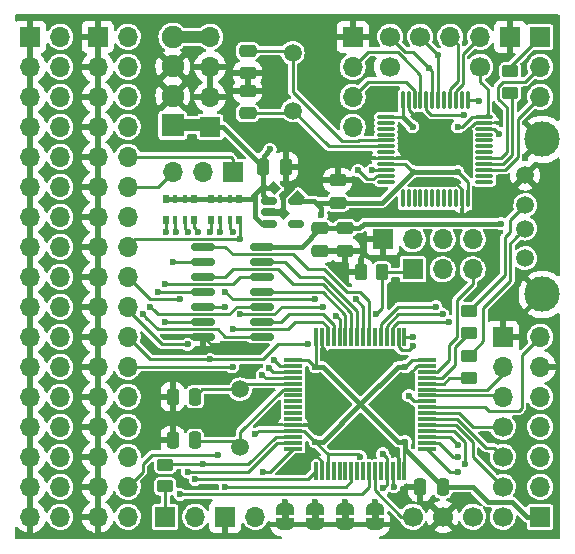
<source format=gtl>
G04 #@! TF.GenerationSoftware,KiCad,Pcbnew,6.0.8-f2edbf62ab~116~ubuntu22.04.1*
G04 #@! TF.CreationDate,2022-10-13T10:44:28+02:00*
G04 #@! TF.ProjectId,Floppy emulator with OSD,466c6f70-7079-4206-956d-756c61746f72,0.2*
G04 #@! TF.SameCoordinates,Original*
G04 #@! TF.FileFunction,Copper,L1,Top*
G04 #@! TF.FilePolarity,Positive*
%FSLAX46Y46*%
G04 Gerber Fmt 4.6, Leading zero omitted, Abs format (unit mm)*
G04 Created by KiCad (PCBNEW 6.0.8-f2edbf62ab~116~ubuntu22.04.1) date 2022-10-13 10:44:28*
%MOMM*%
%LPD*%
G01*
G04 APERTURE LIST*
G04 Aperture macros list*
%AMRoundRect*
0 Rectangle with rounded corners*
0 $1 Rounding radius*
0 $2 $3 $4 $5 $6 $7 $8 $9 X,Y pos of 4 corners*
0 Add a 4 corners polygon primitive as box body*
4,1,4,$2,$3,$4,$5,$6,$7,$8,$9,$2,$3,0*
0 Add four circle primitives for the rounded corners*
1,1,$1+$1,$2,$3*
1,1,$1+$1,$4,$5*
1,1,$1+$1,$6,$7*
1,1,$1+$1,$8,$9*
0 Add four rect primitives between the rounded corners*
20,1,$1+$1,$2,$3,$4,$5,0*
20,1,$1+$1,$4,$5,$6,$7,0*
20,1,$1+$1,$6,$7,$8,$9,0*
20,1,$1+$1,$8,$9,$2,$3,0*%
%AMRotRect*
0 Rectangle, with rotation*
0 The origin of the aperture is its center*
0 $1 length*
0 $2 width*
0 $3 Rotation angle, in degrees counterclockwise*
0 Add horizontal line*
21,1,$1,$2,0,0,$3*%
%AMFreePoly0*
4,1,22,0.500000,-0.750000,0.000000,-0.750000,0.000000,-0.745033,-0.079941,-0.743568,-0.215256,-0.701293,-0.333266,-0.622738,-0.424486,-0.514219,-0.481581,-0.384460,-0.499164,-0.250000,-0.500000,-0.250000,-0.500000,0.250000,-0.499164,0.250000,-0.499963,0.256109,-0.478152,0.396186,-0.417904,0.524511,-0.324060,0.630769,-0.204165,0.706417,-0.067858,0.745374,0.000000,0.744959,0.000000,0.750000,
0.500000,0.750000,0.500000,-0.750000,0.500000,-0.750000,$1*%
%AMFreePoly1*
4,1,20,0.000000,0.744959,0.073905,0.744508,0.209726,0.703889,0.328688,0.626782,0.421226,0.519385,0.479903,0.390333,0.500000,0.250000,0.500000,-0.250000,0.499851,-0.262216,0.476331,-0.402017,0.414519,-0.529596,0.319384,-0.634700,0.198574,-0.708877,0.061801,-0.746166,0.000000,-0.745033,0.000000,-0.750000,-0.500000,-0.750000,-0.500000,0.750000,0.000000,0.750000,0.000000,0.744959,
0.000000,0.744959,$1*%
G04 Aperture macros list end*
G04 #@! TA.AperFunction,SMDPad,CuDef*
%ADD10RoundRect,0.250000X-0.250000X-0.475000X0.250000X-0.475000X0.250000X0.475000X-0.250000X0.475000X0*%
G04 #@! TD*
G04 #@! TA.AperFunction,SMDPad,CuDef*
%ADD11RoundRect,0.250000X0.475000X-0.250000X0.475000X0.250000X-0.475000X0.250000X-0.475000X-0.250000X0*%
G04 #@! TD*
G04 #@! TA.AperFunction,SMDPad,CuDef*
%ADD12RoundRect,0.250000X0.250000X0.475000X-0.250000X0.475000X-0.250000X-0.475000X0.250000X-0.475000X0*%
G04 #@! TD*
G04 #@! TA.AperFunction,SMDPad,CuDef*
%ADD13RoundRect,0.250000X-0.475000X0.250000X-0.475000X-0.250000X0.475000X-0.250000X0.475000X0.250000X0*%
G04 #@! TD*
G04 #@! TA.AperFunction,ComponentPad*
%ADD14R,1.700000X1.700000*%
G04 #@! TD*
G04 #@! TA.AperFunction,ComponentPad*
%ADD15O,1.700000X1.700000*%
G04 #@! TD*
G04 #@! TA.AperFunction,SMDPad,CuDef*
%ADD16FreePoly0,90.000000*%
G04 #@! TD*
G04 #@! TA.AperFunction,SMDPad,CuDef*
%ADD17FreePoly1,90.000000*%
G04 #@! TD*
G04 #@! TA.AperFunction,ComponentPad*
%ADD18R,1.900000X1.900000*%
G04 #@! TD*
G04 #@! TA.AperFunction,ComponentPad*
%ADD19C,1.900000*%
G04 #@! TD*
G04 #@! TA.AperFunction,SMDPad,CuDef*
%ADD20RoundRect,0.250000X0.262500X0.450000X-0.262500X0.450000X-0.262500X-0.450000X0.262500X-0.450000X0*%
G04 #@! TD*
G04 #@! TA.AperFunction,SMDPad,CuDef*
%ADD21R,0.500000X0.800000*%
G04 #@! TD*
G04 #@! TA.AperFunction,SMDPad,CuDef*
%ADD22R,0.400000X0.800000*%
G04 #@! TD*
G04 #@! TA.AperFunction,SMDPad,CuDef*
%ADD23RoundRect,0.075000X-0.700000X-0.075000X0.700000X-0.075000X0.700000X0.075000X-0.700000X0.075000X0*%
G04 #@! TD*
G04 #@! TA.AperFunction,SMDPad,CuDef*
%ADD24RoundRect,0.075000X-0.075000X-0.700000X0.075000X-0.700000X0.075000X0.700000X-0.075000X0.700000X0*%
G04 #@! TD*
G04 #@! TA.AperFunction,SMDPad,CuDef*
%ADD25RoundRect,0.150000X-0.512500X-0.150000X0.512500X-0.150000X0.512500X0.150000X-0.512500X0.150000X0*%
G04 #@! TD*
G04 #@! TA.AperFunction,SMDPad,CuDef*
%ADD26RoundRect,0.075000X-0.662500X-0.075000X0.662500X-0.075000X0.662500X0.075000X-0.662500X0.075000X0*%
G04 #@! TD*
G04 #@! TA.AperFunction,SMDPad,CuDef*
%ADD27RoundRect,0.075000X-0.075000X-0.662500X0.075000X-0.662500X0.075000X0.662500X-0.075000X0.662500X0*%
G04 #@! TD*
G04 #@! TA.AperFunction,ComponentPad*
%ADD28C,1.500000*%
G04 #@! TD*
G04 #@! TA.AperFunction,ComponentPad*
%ADD29C,1.700000*%
G04 #@! TD*
G04 #@! TA.AperFunction,SMDPad,CuDef*
%ADD30RoundRect,0.150000X-0.825000X-0.150000X0.825000X-0.150000X0.825000X0.150000X-0.825000X0.150000X0*%
G04 #@! TD*
G04 #@! TA.AperFunction,SMDPad,CuDef*
%ADD31RoundRect,0.250000X-0.450000X0.262500X-0.450000X-0.262500X0.450000X-0.262500X0.450000X0.262500X0*%
G04 #@! TD*
G04 #@! TA.AperFunction,ComponentPad*
%ADD32C,3.000000*%
G04 #@! TD*
G04 #@! TA.AperFunction,SMDPad,CuDef*
%ADD33RoundRect,0.250000X0.450000X-0.262500X0.450000X0.262500X-0.450000X0.262500X-0.450000X-0.262500X0*%
G04 #@! TD*
G04 #@! TA.AperFunction,SMDPad,CuDef*
%ADD34RotRect,0.900000X0.800000X135.000000*%
G04 #@! TD*
G04 #@! TA.AperFunction,ViaPad*
%ADD35C,0.600000*%
G04 #@! TD*
G04 #@! TA.AperFunction,Conductor*
%ADD36C,0.250000*%
G04 #@! TD*
G04 #@! TA.AperFunction,Conductor*
%ADD37C,0.400000*%
G04 #@! TD*
G04 #@! TA.AperFunction,Conductor*
%ADD38C,1.000000*%
G04 #@! TD*
G04 APERTURE END LIST*
G36*
X115870000Y-150110000D02*
G01*
X115270000Y-150110000D01*
X115270000Y-149610000D01*
X115870000Y-149610000D01*
X115870000Y-150110000D01*
G37*
G36*
X113330000Y-150110000D02*
G01*
X112730000Y-150110000D01*
X112730000Y-149610000D01*
X113330000Y-149610000D01*
X113330000Y-150110000D01*
G37*
G36*
X110790000Y-150110000D02*
G01*
X110190000Y-150110000D01*
X110190000Y-149610000D01*
X110790000Y-149610000D01*
X110790000Y-150110000D01*
G37*
G36*
X118410000Y-150110000D02*
G01*
X117810000Y-150110000D01*
X117810000Y-149610000D01*
X118410000Y-149610000D01*
X118410000Y-150110000D01*
G37*
D10*
X108651000Y-120205500D03*
X110551000Y-120205500D03*
D11*
X114935000Y-123266000D03*
X114935000Y-121366000D03*
D12*
X102852500Y-139700000D03*
X100952500Y-139700000D03*
D13*
X113474500Y-125415000D03*
X113474500Y-127315000D03*
D14*
X118745000Y-126365000D03*
D15*
X121285000Y-126365000D03*
X123825000Y-126365000D03*
X126365000Y-126365000D03*
D14*
X129540000Y-109220000D03*
D15*
X127000000Y-109220000D03*
X124460000Y-109220000D03*
D16*
X115570000Y-150510000D03*
D17*
X115570000Y-149210000D03*
D16*
X113030000Y-150510000D03*
D17*
X113030000Y-149210000D03*
D16*
X110490000Y-150510000D03*
D17*
X110490000Y-149210000D03*
D18*
X100965000Y-116720000D03*
D19*
X100965000Y-114220000D03*
X100965000Y-111720000D03*
X100965000Y-109220000D03*
D14*
X104140000Y-116840000D03*
D15*
X104140000Y-114300000D03*
X104140000Y-111760000D03*
X104140000Y-109220000D03*
D20*
X118705000Y-129159000D03*
X116880000Y-129159000D03*
D21*
X100400000Y-124725000D03*
D22*
X101200000Y-124725000D03*
X102000000Y-124725000D03*
D21*
X102800000Y-124725000D03*
X102800000Y-122925000D03*
D22*
X102000000Y-122925000D03*
X101200000Y-122925000D03*
D21*
X100400000Y-122925000D03*
X104210000Y-124725000D03*
D22*
X105010000Y-124725000D03*
X105810000Y-124725000D03*
D21*
X106610000Y-124725000D03*
X106610000Y-122925000D03*
D22*
X105810000Y-122925000D03*
X105010000Y-122925000D03*
D21*
X104210000Y-122925000D03*
D23*
X111165000Y-136585000D03*
X111165000Y-137085000D03*
X111165000Y-137585000D03*
X111165000Y-138085000D03*
X111165000Y-138585000D03*
X111165000Y-139085000D03*
X111165000Y-139585000D03*
X111165000Y-140085000D03*
X111165000Y-140585000D03*
X111165000Y-141085000D03*
X111165000Y-141585000D03*
X111165000Y-142085000D03*
X111165000Y-142585000D03*
X111165000Y-143085000D03*
X111165000Y-143585000D03*
X111165000Y-144085000D03*
D24*
X113090000Y-146010000D03*
X113590000Y-146010000D03*
X114090000Y-146010000D03*
X114590000Y-146010000D03*
X115090000Y-146010000D03*
X115590000Y-146010000D03*
X116090000Y-146010000D03*
X116590000Y-146010000D03*
X117090000Y-146010000D03*
X117590000Y-146010000D03*
X118090000Y-146010000D03*
X118590000Y-146010000D03*
X119090000Y-146010000D03*
X119590000Y-146010000D03*
X120090000Y-146010000D03*
X120590000Y-146010000D03*
D23*
X122515000Y-144085000D03*
X122515000Y-143585000D03*
X122515000Y-143085000D03*
X122515000Y-142585000D03*
X122515000Y-142085000D03*
X122515000Y-141585000D03*
X122515000Y-141085000D03*
X122515000Y-140585000D03*
X122515000Y-140085000D03*
X122515000Y-139585000D03*
X122515000Y-139085000D03*
X122515000Y-138585000D03*
X122515000Y-138085000D03*
X122515000Y-137585000D03*
X122515000Y-137085000D03*
X122515000Y-136585000D03*
D24*
X120590000Y-134660000D03*
X120090000Y-134660000D03*
X119590000Y-134660000D03*
X119090000Y-134660000D03*
X118590000Y-134660000D03*
X118090000Y-134660000D03*
X117590000Y-134660000D03*
X117090000Y-134660000D03*
X116590000Y-134660000D03*
X116090000Y-134660000D03*
X115590000Y-134660000D03*
X115090000Y-134660000D03*
X114590000Y-134660000D03*
X114090000Y-134660000D03*
X113590000Y-134660000D03*
X113090000Y-134660000D03*
D25*
X109162000Y-123129000D03*
X109162000Y-124079000D03*
X109162000Y-125029000D03*
X111437000Y-125029000D03*
X111437000Y-123129000D03*
D26*
X119027500Y-115995000D03*
X119027500Y-116495000D03*
X119027500Y-116995000D03*
X119027500Y-117495000D03*
X119027500Y-117995000D03*
X119027500Y-118495000D03*
X119027500Y-118995000D03*
X119027500Y-119495000D03*
X119027500Y-119995000D03*
X119027500Y-120495000D03*
X119027500Y-120995000D03*
X119027500Y-121495000D03*
D27*
X120440000Y-122907500D03*
X120940000Y-122907500D03*
X121440000Y-122907500D03*
X121940000Y-122907500D03*
X122440000Y-122907500D03*
X122940000Y-122907500D03*
X123440000Y-122907500D03*
X123940000Y-122907500D03*
X124440000Y-122907500D03*
X124940000Y-122907500D03*
X125440000Y-122907500D03*
X125940000Y-122907500D03*
D26*
X127352500Y-121495000D03*
X127352500Y-120995000D03*
X127352500Y-120495000D03*
X127352500Y-119995000D03*
X127352500Y-119495000D03*
X127352500Y-118995000D03*
X127352500Y-118495000D03*
X127352500Y-117995000D03*
X127352500Y-117495000D03*
X127352500Y-116995000D03*
X127352500Y-116495000D03*
X127352500Y-115995000D03*
D27*
X125940000Y-114582500D03*
X125440000Y-114582500D03*
X124940000Y-114582500D03*
X124440000Y-114582500D03*
X123940000Y-114582500D03*
X123440000Y-114582500D03*
X122940000Y-114582500D03*
X122440000Y-114582500D03*
X121940000Y-114582500D03*
X121440000Y-114582500D03*
X120940000Y-114582500D03*
X120440000Y-114582500D03*
D28*
X106680000Y-139065000D03*
X106680000Y-143945000D03*
D14*
X88900000Y-109220000D03*
D15*
X91440000Y-109220000D03*
X88900000Y-111760000D03*
X91440000Y-111760000D03*
X88900000Y-114300000D03*
X91440000Y-114300000D03*
X88900000Y-116840000D03*
X91440000Y-116840000D03*
X88900000Y-119380000D03*
X91440000Y-119380000D03*
X88900000Y-121920000D03*
X91440000Y-121920000D03*
X88900000Y-124460000D03*
X91440000Y-124460000D03*
X88900000Y-127000000D03*
X91440000Y-127000000D03*
X88900000Y-129540000D03*
X91440000Y-129540000D03*
X88900000Y-132080000D03*
X91440000Y-132080000D03*
X88900000Y-134620000D03*
X91440000Y-134620000D03*
X88900000Y-137160000D03*
X91440000Y-137160000D03*
X88900000Y-139700000D03*
X91440000Y-139700000D03*
X88900000Y-142240000D03*
X91440000Y-142240000D03*
X88900000Y-144780000D03*
X91440000Y-144780000D03*
X88900000Y-147320000D03*
X91440000Y-147320000D03*
X88900000Y-149860000D03*
X91440000Y-149860000D03*
D14*
X105410000Y-149860000D03*
D15*
X107950000Y-149860000D03*
D29*
X128905000Y-149860000D03*
X126365000Y-149860000D03*
X121285000Y-149860000D03*
D30*
X103570000Y-127000000D03*
X103570000Y-128270000D03*
X103570000Y-129540000D03*
X103570000Y-130810000D03*
X103570000Y-132080000D03*
X103570000Y-133350000D03*
X103570000Y-134620000D03*
X108520000Y-134620000D03*
X108520000Y-133350000D03*
X108520000Y-132080000D03*
X108520000Y-130810000D03*
X108520000Y-129540000D03*
X108520000Y-128270000D03*
X108520000Y-127000000D03*
D29*
X128905000Y-144780000D03*
D16*
X118110000Y-150510000D03*
D17*
X118110000Y-149210000D03*
D12*
X102852500Y-143383000D03*
X100952500Y-143383000D03*
D14*
X106045000Y-120650000D03*
D15*
X103505000Y-120650000D03*
X100965000Y-120650000D03*
D29*
X123825000Y-149860000D03*
X128905000Y-142240000D03*
X128905000Y-147320000D03*
D28*
X111125000Y-110580000D03*
X111125000Y-115460000D03*
D14*
X128905000Y-134620000D03*
D15*
X128905000Y-137160000D03*
X128905000Y-139700000D03*
D31*
X126047500Y-132437500D03*
X126047500Y-134262500D03*
D14*
X132080000Y-109220000D03*
D15*
X132080000Y-111760000D03*
X132080000Y-114300000D03*
D28*
X130810000Y-127960000D03*
X130810000Y-125460000D03*
X130810000Y-123460000D03*
X130810000Y-120960000D03*
D32*
X132260000Y-131030000D03*
X132260000Y-117890000D03*
D14*
X132080000Y-149860000D03*
D15*
X132080000Y-147320000D03*
X132080000Y-144780000D03*
X132080000Y-142240000D03*
X132080000Y-139700000D03*
X132080000Y-137160000D03*
X132080000Y-134620000D03*
D33*
X100330000Y-147280000D03*
X100330000Y-145455000D03*
D14*
X100330000Y-149860000D03*
D15*
X102870000Y-149860000D03*
D11*
X107315000Y-115694500D03*
X107315000Y-113794500D03*
D14*
X121285000Y-128905000D03*
D15*
X123825000Y-128905000D03*
X126365000Y-128905000D03*
D31*
X126047500Y-136247500D03*
X126047500Y-138072500D03*
D13*
X107315000Y-110399000D03*
X107315000Y-112299000D03*
X115570000Y-125415000D03*
X115570000Y-127315000D03*
D29*
X119380000Y-109220000D03*
X127000000Y-111760000D03*
D33*
X129540000Y-113942500D03*
X129540000Y-112117500D03*
D29*
X121920000Y-109220000D03*
X119380000Y-111760000D03*
D12*
X123825000Y-147320000D03*
X121925000Y-147320000D03*
D34*
X110271355Y-124124358D03*
X111614858Y-122780855D03*
X109528893Y-122038393D03*
D14*
X94615000Y-109220000D03*
D15*
X97155000Y-109220000D03*
X94615000Y-111760000D03*
X97155000Y-111760000D03*
X94615000Y-114300000D03*
X97155000Y-114300000D03*
X94615000Y-116840000D03*
X97155000Y-116840000D03*
X94615000Y-119380000D03*
X97155000Y-119380000D03*
X94615000Y-121920000D03*
X97155000Y-121920000D03*
X94615000Y-124460000D03*
X97155000Y-124460000D03*
X94615000Y-127000000D03*
X97155000Y-127000000D03*
X94615000Y-129540000D03*
X97155000Y-129540000D03*
X94615000Y-132080000D03*
X97155000Y-132080000D03*
X94615000Y-134620000D03*
X97155000Y-134620000D03*
X94615000Y-137160000D03*
X97155000Y-137160000D03*
X94615000Y-139700000D03*
X97155000Y-139700000D03*
X94615000Y-142240000D03*
X97155000Y-142240000D03*
X94615000Y-144780000D03*
X97155000Y-144780000D03*
X94615000Y-147320000D03*
X97155000Y-147320000D03*
X94615000Y-149860000D03*
X97155000Y-149860000D03*
D14*
X116205000Y-109230000D03*
D15*
X116205000Y-111770000D03*
X116205000Y-114310000D03*
X116205000Y-116850000D03*
D35*
X123190000Y-116427587D03*
X116840000Y-137160000D03*
X106680000Y-141287500D03*
X112395000Y-144780000D03*
X120015000Y-140335000D03*
X123190000Y-118745000D03*
X106680000Y-135255000D03*
X123190000Y-121475500D03*
X116840000Y-143510000D03*
X113665000Y-140335000D03*
X119380000Y-123825000D03*
X111950500Y-120205500D03*
X128778000Y-125031500D03*
X109220000Y-118745000D03*
X116835802Y-144761477D03*
X120650000Y-137160000D03*
X121285000Y-116840000D03*
X107950000Y-142875000D03*
X113538000Y-124333000D03*
X113030000Y-137160000D03*
X125095000Y-120650000D03*
X113030000Y-143510000D03*
X121285000Y-120650000D03*
X120650000Y-143510000D03*
X125095000Y-116840000D03*
X118745000Y-144526000D03*
X118808500Y-147447000D03*
X123444000Y-110744000D03*
X122679442Y-111884442D03*
X119700893Y-147297544D03*
X125095000Y-144780000D03*
X125095000Y-146050000D03*
X118215000Y-132715000D03*
X114809141Y-132840859D03*
X125651346Y-115803087D03*
X121285000Y-134620000D03*
X128589500Y-117421539D03*
X126873000Y-114617500D03*
X123253500Y-132080000D03*
X118110000Y-148590000D03*
X109152210Y-137272602D03*
X113029994Y-148590000D03*
X108563749Y-137814572D03*
X110490000Y-148590000D03*
X103124000Y-125730000D03*
X103505000Y-145415000D03*
X115570010Y-148590000D03*
X109527881Y-136566280D03*
X108585000Y-146050000D03*
X100965000Y-128270000D03*
X105410000Y-130810000D03*
X116459000Y-131445000D03*
X113030000Y-131445000D03*
X104775000Y-144589498D03*
X104965498Y-125730000D03*
X100330000Y-133350000D03*
X100330000Y-130175000D03*
X99695000Y-130810000D03*
X106045000Y-125730000D03*
X106045000Y-137160000D03*
X106045000Y-133985000D03*
X120955077Y-139609631D03*
X104140000Y-136525000D03*
X112395000Y-135255000D03*
X104140000Y-125730000D03*
X102235000Y-146050000D03*
X102235000Y-135255000D03*
X101282500Y-125730000D03*
X101600000Y-131445000D03*
X100393500Y-125730000D03*
X101600000Y-147955000D03*
X102870000Y-146685000D03*
X102235000Y-125730000D03*
X98425000Y-132715000D03*
X99060000Y-132080000D03*
X124396500Y-133350000D03*
X123825000Y-132715000D03*
X105410000Y-147320000D03*
X105410000Y-132080000D03*
X106680000Y-126365000D03*
X121285000Y-135420003D03*
X113665000Y-132080000D03*
X106680000Y-132715010D03*
X125095000Y-143764000D03*
X125730000Y-145415000D03*
X117816311Y-120522207D03*
X116649500Y-120523000D03*
D36*
X126549315Y-116495000D02*
X124299315Y-118745000D01*
X113590000Y-134660000D02*
X113590000Y-135500702D01*
X123190000Y-121475500D02*
X124811185Y-121475500D01*
X120090000Y-144855000D02*
X118745000Y-143510000D01*
X124299315Y-118745000D02*
X123190000Y-118745000D01*
X115249298Y-137160000D02*
X116415736Y-137160000D01*
X104205000Y-135255000D02*
X106680000Y-135255000D01*
X113590000Y-146010000D02*
X113590000Y-145169298D01*
X117264264Y-143510000D02*
X116840000Y-143510000D01*
X113200702Y-144780000D02*
X112395000Y-144780000D01*
X120940000Y-115385685D02*
X120940000Y-114582500D01*
X127345000Y-116495000D02*
X126549315Y-116495000D01*
X116415736Y-137160000D02*
X116840000Y-137160000D01*
D37*
X109162000Y-124079000D02*
X109207358Y-124124358D01*
D36*
X125440000Y-122104315D02*
X125440000Y-122907500D01*
X121981902Y-116427587D02*
X120940000Y-115385685D01*
X123190000Y-118745000D02*
X122440000Y-119495000D01*
X109220000Y-150495000D02*
X109235000Y-150510000D01*
X112339264Y-142085000D02*
X113665000Y-140759264D01*
X120015000Y-139910736D02*
X120015000Y-140335000D01*
D37*
X109235000Y-150510000D02*
X119365000Y-150510000D01*
D36*
X122440000Y-119495000D02*
X119027500Y-119495000D01*
D37*
X109207358Y-124124358D02*
X110271355Y-124124358D01*
D36*
X123190000Y-116427587D02*
X121981902Y-116427587D01*
X124811185Y-121475500D02*
X125440000Y-122104315D01*
X118745000Y-143510000D02*
X117264264Y-143510000D01*
X120090000Y-146010000D02*
X120090000Y-144855000D01*
D37*
X111950500Y-120205500D02*
X111950500Y-121094500D01*
D36*
X122515000Y-137085000D02*
X121674298Y-137085000D01*
D37*
X111950500Y-121094500D02*
X110271355Y-122773645D01*
D36*
X111165000Y-142085000D02*
X112339264Y-142085000D01*
X119027500Y-119495000D02*
X117590000Y-119495000D01*
X125440000Y-122907500D02*
X125440000Y-124115000D01*
X121674298Y-137085000D02*
X120015000Y-138744298D01*
D37*
X110271355Y-122773645D02*
X110271355Y-124124358D01*
D36*
X120015000Y-138744298D02*
X120015000Y-139910736D01*
X113590000Y-145169298D02*
X113200702Y-144780000D01*
X113590000Y-135500702D02*
X115249298Y-137160000D01*
X103570000Y-134620000D02*
X104205000Y-135255000D01*
X113665000Y-140759264D02*
X113665000Y-140335000D01*
D37*
X116774000Y-125415000D02*
X113474500Y-125415000D01*
X111889500Y-127000000D02*
X108520000Y-127000000D01*
X104140000Y-116840000D02*
X105240000Y-116840000D01*
X108651000Y-121854000D02*
X108651000Y-120205500D01*
X109528893Y-122038393D02*
X108835393Y-122038393D01*
X128778000Y-125031500D02*
X117157500Y-125031500D01*
D36*
X104020000Y-116720000D02*
X104140000Y-116840000D01*
D37*
X108835393Y-122038393D02*
X108651000Y-121854000D01*
X107950000Y-124460000D02*
X107950000Y-122555000D01*
X107580000Y-122925000D02*
X107950000Y-122555000D01*
X100900000Y-122925000D02*
X100400000Y-122925000D01*
X106610000Y-122925000D02*
X107580000Y-122925000D01*
X108651000Y-121854000D02*
X108651000Y-122618000D01*
X108605500Y-120205500D02*
X108651000Y-120205500D01*
X106610000Y-122925000D02*
X100900000Y-122925000D01*
X117157500Y-125031500D02*
X116774000Y-125415000D01*
X108651000Y-122618000D02*
X109162000Y-123129000D01*
X108663500Y-120205500D02*
X108663500Y-119301500D01*
D38*
X100965000Y-116720000D02*
X104020000Y-116720000D01*
D37*
X113474500Y-125415000D02*
X111889500Y-127000000D01*
X108519000Y-125029000D02*
X107950000Y-124460000D01*
X109162000Y-125029000D02*
X108519000Y-125029000D01*
X105240000Y-116840000D02*
X108605500Y-120205500D01*
X108663500Y-119301500D02*
X109220000Y-118745000D01*
X107950000Y-122555000D02*
X108651000Y-121854000D01*
D36*
X114090000Y-146010000D02*
X114090000Y-144570000D01*
D37*
X116840000Y-140335000D02*
X113665000Y-137160000D01*
D36*
X119027500Y-115995000D02*
X120440000Y-115995000D01*
D37*
X113665000Y-143510000D02*
X113030000Y-143510000D01*
X121285000Y-120650000D02*
X125095000Y-120650000D01*
X129710000Y-148590000D02*
X127635000Y-148590000D01*
X120015000Y-137160000D02*
X116840000Y-140335000D01*
D36*
X125095000Y-120650000D02*
X125940000Y-121495000D01*
X125498317Y-116840000D02*
X126343317Y-115995000D01*
D37*
X116840000Y-140335000D02*
X113665000Y-143510000D01*
X127635000Y-148590000D02*
X126365000Y-147320000D01*
X113095000Y-123255000D02*
X112969000Y-123129000D01*
X120650000Y-144145000D02*
X120650000Y-143510000D01*
D36*
X112455000Y-136585000D02*
X113030000Y-137160000D01*
X111165000Y-142585000D02*
X108240000Y-142585000D01*
X121225000Y-136585000D02*
X120650000Y-137160000D01*
D37*
X112969000Y-123129000D02*
X111437000Y-123129000D01*
D36*
X122515000Y-136585000D02*
X121225000Y-136585000D01*
X127000000Y-113030000D02*
X127635000Y-113665000D01*
X112105000Y-142585000D02*
X111165000Y-142585000D01*
X126343317Y-115995000D02*
X127352500Y-115995000D01*
X127635000Y-115712500D02*
X127352500Y-115995000D01*
X125940000Y-121495000D02*
X125940000Y-122907500D01*
X113030000Y-143510000D02*
X112105000Y-142585000D01*
X113030000Y-137160000D02*
X113090000Y-137100000D01*
X120590000Y-146010000D02*
X120590000Y-143570000D01*
X108240000Y-142585000D02*
X107950000Y-142875000D01*
X127000000Y-111760000D02*
X127000000Y-113030000D01*
D37*
X126365000Y-147320000D02*
X123825000Y-147320000D01*
X120015000Y-143510000D02*
X120650000Y-143510000D01*
D36*
X114090000Y-144570000D02*
X116644325Y-144570000D01*
X121285000Y-120650000D02*
X120630000Y-119995000D01*
D37*
X116840000Y-140335000D02*
X120015000Y-143510000D01*
X113538000Y-124333000D02*
X113538000Y-123698000D01*
X118680000Y-123255000D02*
X113095000Y-123255000D01*
X113538000Y-123698000D02*
X113095000Y-123255000D01*
D36*
X114090000Y-144570000D02*
X113030000Y-143510000D01*
D37*
X121285000Y-120650000D02*
X118680000Y-123255000D01*
D36*
X120590000Y-143570000D02*
X120650000Y-143510000D01*
X127635000Y-113665000D02*
X127635000Y-115712500D01*
D37*
X120440000Y-115995000D02*
X121285000Y-116840000D01*
D36*
X120440000Y-114582500D02*
X120440000Y-115995000D01*
X116644325Y-144570000D02*
X116835802Y-144761477D01*
D37*
X123825000Y-147320000D02*
X120650000Y-144145000D01*
D36*
X125095000Y-116840000D02*
X125498317Y-116840000D01*
X113090000Y-137100000D02*
X113090000Y-134660000D01*
D37*
X130980000Y-149860000D02*
X129710000Y-148590000D01*
X120650000Y-137160000D02*
X120015000Y-137160000D01*
D36*
X120630000Y-119995000D02*
X119027500Y-119995000D01*
X111165000Y-136585000D02*
X112455000Y-136585000D01*
D37*
X132080000Y-149860000D02*
X130980000Y-149860000D01*
X113030000Y-137160000D02*
X113665000Y-137160000D01*
D36*
X107160000Y-138585000D02*
X111165000Y-138585000D01*
X106680000Y-139065000D02*
X107160000Y-138585000D01*
X102840000Y-139700000D02*
X103475000Y-139065000D01*
X103475000Y-139065000D02*
X106680000Y-139065000D01*
X106680000Y-142675000D02*
X106680000Y-143945000D01*
X102937000Y-143480000D02*
X102840000Y-143383000D01*
X106680000Y-143945000D02*
X106215000Y-143480000D01*
X110270000Y-139085000D02*
X106680000Y-142675000D01*
X111165000Y-139085000D02*
X110270000Y-139085000D01*
X106215000Y-143480000D02*
X102937000Y-143480000D01*
X115284149Y-118025000D02*
X116691701Y-118025000D01*
X111125000Y-113865851D02*
X115284149Y-118025000D01*
X116691701Y-118025000D02*
X116721701Y-117995000D01*
X110956500Y-110411500D02*
X111125000Y-110580000D01*
X107315000Y-110411500D02*
X110956500Y-110411500D01*
X116721701Y-117995000D02*
X119027500Y-117995000D01*
X111125000Y-110580000D02*
X111125000Y-113865851D01*
X111125000Y-115460000D02*
X114160000Y-118495000D01*
X114160000Y-118495000D02*
X119027500Y-118495000D01*
X107315000Y-115682000D02*
X110903000Y-115682000D01*
X110903000Y-115682000D02*
X111125000Y-115460000D01*
X123444000Y-110744000D02*
X123440000Y-110748000D01*
X119090000Y-144871000D02*
X119090000Y-146010000D01*
X123440000Y-110748000D02*
X123440000Y-114582500D01*
X123444000Y-110744000D02*
X121920000Y-109220000D01*
X118745000Y-144526000D02*
X119090000Y-144871000D01*
X119090000Y-146010000D02*
X119090000Y-147165500D01*
X119090000Y-147165500D02*
X118808500Y-147447000D01*
X121285000Y-110490000D02*
X122555000Y-111760000D01*
X122940000Y-114582500D02*
X122940000Y-112145000D01*
X120650000Y-110490000D02*
X121285000Y-110490000D01*
X119590000Y-147186651D02*
X119700893Y-147297544D01*
X119590000Y-146010000D02*
X119590000Y-147186651D01*
X119380000Y-109220000D02*
X120650000Y-110490000D01*
X122940000Y-112145000D02*
X122679442Y-111884442D01*
X130500000Y-136200000D02*
X131230001Y-135469999D01*
X122515000Y-140585000D02*
X127415998Y-140585000D01*
X130269999Y-140875001D02*
X130500000Y-140645000D01*
X127705999Y-140875001D02*
X130269999Y-140875001D01*
X127415998Y-140585000D02*
X127705999Y-140875001D01*
X130500000Y-140645000D02*
X130500000Y-136200000D01*
X131230001Y-135469999D02*
X132080000Y-134620000D01*
X123475736Y-143585000D02*
X124670736Y-144780000D01*
X124670736Y-144780000D02*
X125095000Y-144780000D01*
X122515000Y-143585000D02*
X123475736Y-143585000D01*
X124480000Y-146050000D02*
X125095000Y-146050000D01*
X122515000Y-144085000D02*
X124480000Y-146050000D01*
X122857402Y-115803087D02*
X125651346Y-115803087D01*
X115090000Y-134660000D02*
X115090000Y-133121718D01*
X118730000Y-129159000D02*
X121031000Y-129159000D01*
X115090000Y-133121718D02*
X114809141Y-132840859D01*
X118730000Y-132200000D02*
X118730000Y-129159000D01*
X118215000Y-132715000D02*
X118730000Y-132200000D01*
X122440000Y-115385685D02*
X122857402Y-115803087D01*
X121031000Y-129159000D02*
X121285000Y-128905000D01*
X122440000Y-114582500D02*
X122440000Y-115385685D01*
X128790000Y-139585000D02*
X128905000Y-139700000D01*
X122515000Y-139585000D02*
X128790000Y-139585000D01*
X127615000Y-139085000D02*
X129540000Y-137160000D01*
X122515000Y-139085000D02*
X127615000Y-139085000D01*
X122515000Y-137585000D02*
X123355702Y-137585000D01*
X124391000Y-135307604D02*
X125022500Y-134676104D01*
X125022500Y-131517500D02*
X126365000Y-130175000D01*
X123355702Y-137585000D02*
X124391000Y-136549702D01*
X126365000Y-130175000D02*
X126365000Y-128905000D01*
X125022500Y-134676104D02*
X125022500Y-131517500D01*
X124391000Y-136549702D02*
X124391000Y-135307604D01*
X120590000Y-134660000D02*
X121245000Y-134660000D01*
X121245000Y-134660000D02*
X121285000Y-134620000D01*
X128162961Y-116995000D02*
X127352500Y-116995000D01*
X128589500Y-117421539D02*
X128162961Y-116995000D01*
X126873000Y-114617500D02*
X126838000Y-114582500D01*
X126838000Y-114582500D02*
X125940000Y-114582500D01*
X127352500Y-119995000D02*
X128923604Y-119995000D01*
X129725000Y-114127500D02*
X129540000Y-113942500D01*
X128923604Y-119995000D02*
X129725000Y-119193604D01*
X129725000Y-119193604D02*
X129725000Y-114127500D01*
X130175000Y-116205000D02*
X132080000Y-114300000D01*
X129060000Y-120495000D02*
X130175000Y-119380000D01*
X127352500Y-120495000D02*
X129060000Y-120495000D01*
X130175000Y-119380000D02*
X130175000Y-116205000D01*
X129275000Y-115203173D02*
X128515000Y-114443173D01*
X128787208Y-119495000D02*
X129275000Y-119007208D01*
X128515000Y-113441827D02*
X128926827Y-113030000D01*
X128515000Y-114443173D02*
X128515000Y-113441827D01*
X130810000Y-113030000D02*
X132080000Y-111760000D01*
X127352500Y-119495000D02*
X128787208Y-119495000D01*
X129275000Y-119007208D02*
X129275000Y-115203173D01*
X128926827Y-113030000D02*
X130810000Y-113030000D01*
X125095000Y-109855000D02*
X125095000Y-112987919D01*
X124440000Y-113642919D02*
X124440000Y-114582500D01*
X125095000Y-112987919D02*
X124440000Y-113642919D01*
X124460000Y-109220000D02*
X125095000Y-109855000D01*
X124940000Y-114582500D02*
X124940000Y-113779315D01*
X125545000Y-113174315D02*
X125545000Y-110675000D01*
X125545000Y-110675000D02*
X127000000Y-109220000D01*
X124940000Y-113779315D02*
X125545000Y-113174315D01*
X121285000Y-149860000D02*
X120332500Y-149860000D01*
X120332500Y-149860000D02*
X118090000Y-147617500D01*
X118090000Y-147617500D02*
X118090000Y-146010000D01*
X129540000Y-111760000D02*
X132080000Y-109220000D01*
X129540000Y-112117500D02*
X129540000Y-111760000D01*
X120056478Y-132080000D02*
X118590000Y-133546478D01*
X123253500Y-132080000D02*
X120056478Y-132080000D01*
X118110000Y-149210000D02*
X118110000Y-148590000D01*
X118590000Y-133546478D02*
X118590000Y-134660000D01*
X111165000Y-137585000D02*
X109464608Y-137585000D01*
X109464608Y-137585000D02*
X109152210Y-137272602D01*
X113030000Y-148590006D02*
X113029994Y-148590000D01*
X113030000Y-149210000D02*
X113030000Y-148590006D01*
X108834177Y-138085000D02*
X108563749Y-137814572D01*
X110490000Y-149210000D02*
X110490000Y-148590000D01*
X111165000Y-138085000D02*
X108834177Y-138085000D01*
X109684687Y-143085000D02*
X107354687Y-145415000D01*
X111165000Y-143085000D02*
X109684687Y-143085000D01*
X102800000Y-125406000D02*
X102824001Y-125430001D01*
X107354687Y-145415000D02*
X103929264Y-145415000D01*
X103929264Y-145415000D02*
X103505000Y-145415000D01*
X102800000Y-124725000D02*
X102800000Y-125406000D01*
X102824001Y-125430001D02*
X103124000Y-125730000D01*
X100370000Y-145415000D02*
X100330000Y-145455000D01*
X103505000Y-145415000D02*
X100370000Y-145415000D01*
X115570000Y-149210000D02*
X115570000Y-148590010D01*
X110046601Y-137085000D02*
X109827880Y-136866279D01*
X115570000Y-148590010D02*
X115570010Y-148590000D01*
X111165000Y-137085000D02*
X110046601Y-137085000D01*
X109827880Y-136866279D02*
X109527881Y-136566280D01*
X105875000Y-119380000D02*
X106045000Y-119550000D01*
X106045000Y-119550000D02*
X106045000Y-120650000D01*
X97155000Y-119380000D02*
X105875000Y-119380000D01*
X109200000Y-146050000D02*
X109009264Y-146050000D01*
X111165000Y-144085000D02*
X109200000Y-146050000D01*
X109009264Y-146050000D02*
X108585000Y-146050000D01*
X103570000Y-128270000D02*
X100965000Y-128270000D01*
X99250502Y-144589498D02*
X104350736Y-144589498D01*
X98425000Y-146050000D02*
X98425000Y-145415000D01*
X105010000Y-125685498D02*
X104965498Y-125730000D01*
X117090000Y-134660000D02*
X117090000Y-132076000D01*
X98425000Y-145415000D02*
X99250502Y-144589498D01*
X104350736Y-144589498D02*
X104775000Y-144589498D01*
X106045000Y-131445000D02*
X113030000Y-131445000D01*
X97155000Y-147320000D02*
X98425000Y-146050000D01*
X117090000Y-132076000D02*
X116459000Y-131445000D01*
X105410000Y-130810000D02*
X106045000Y-131445000D01*
X105010000Y-124725000D02*
X105010000Y-125685498D01*
X103570000Y-133350000D02*
X100330000Y-133350000D01*
X108520000Y-129540000D02*
X106680000Y-129540000D01*
X106045000Y-130175000D02*
X100330000Y-130175000D01*
X106680000Y-129540000D02*
X106045000Y-130175000D01*
X102595000Y-130810000D02*
X99695000Y-130810000D01*
X103570000Y-130810000D02*
X102595000Y-130810000D01*
X113620702Y-133350000D02*
X111334990Y-133350000D01*
X114090000Y-134660000D02*
X114090000Y-133819298D01*
X105810000Y-124725000D02*
X105810000Y-125495000D01*
X110699990Y-133985000D02*
X106469264Y-133985000D01*
X106469264Y-133985000D02*
X106045000Y-133985000D01*
X97155000Y-137160000D02*
X98357081Y-137160000D01*
X114090000Y-133819298D02*
X113620702Y-133350000D01*
X111334990Y-133350000D02*
X110699990Y-133985000D01*
X105810000Y-125495000D02*
X106045000Y-125730000D01*
X98357081Y-137160000D02*
X106045000Y-137160000D01*
X104210000Y-125660000D02*
X104140000Y-125730000D01*
X121430446Y-140085000D02*
X120955077Y-139609631D01*
X104210000Y-124725000D02*
X104210000Y-125660000D01*
X104140000Y-136525000D02*
X108585000Y-136525000D01*
X108585000Y-136525000D02*
X109855000Y-135255000D01*
X122515000Y-140085000D02*
X121430446Y-140085000D01*
X99060000Y-136525000D02*
X104140000Y-136525000D01*
X97155000Y-134620000D02*
X99060000Y-136525000D01*
X109855000Y-135255000D02*
X112395000Y-135255000D01*
X101200000Y-124725000D02*
X101200000Y-125647500D01*
X100039998Y-135255000D02*
X101810736Y-135255000D01*
X111165000Y-143585000D02*
X109821097Y-143585000D01*
X102659264Y-146050000D02*
X102235000Y-146050000D01*
X97155000Y-132370002D02*
X100039998Y-135255000D01*
X101810736Y-135255000D02*
X102235000Y-135255000D01*
X107356097Y-146050000D02*
X102659264Y-146050000D01*
X97155000Y-132080000D02*
X97155000Y-132370002D01*
X101200000Y-125647500D02*
X101282500Y-125730000D01*
X109821097Y-143585000D02*
X107356097Y-146050000D01*
X116955000Y-147955000D02*
X102024264Y-147955000D01*
X100400000Y-125723500D02*
X100393500Y-125730000D01*
X99060000Y-131445000D02*
X101175736Y-131445000D01*
X117590000Y-146010000D02*
X117590000Y-147320000D01*
X117590000Y-147320000D02*
X116955000Y-147955000D01*
X97155000Y-129540000D02*
X99060000Y-131445000D01*
X102024264Y-147955000D02*
X101600000Y-147955000D01*
X100400000Y-124725000D02*
X100400000Y-125723500D01*
X101175736Y-131445000D02*
X101600000Y-131445000D01*
X102000000Y-124725000D02*
X102000000Y-125495000D01*
X113090000Y-146010000D02*
X112415000Y-146685000D01*
X97155000Y-121920000D02*
X99695000Y-121920000D01*
X99695000Y-121920000D02*
X100965000Y-120650000D01*
X112415000Y-146685000D02*
X102870000Y-146685000D01*
X102000000Y-125495000D02*
X102235000Y-125730000D01*
X104775000Y-133985000D02*
X99695000Y-133985000D01*
X98724999Y-133014999D02*
X98425000Y-132715000D01*
X105410000Y-134620000D02*
X104775000Y-133985000D01*
X99695000Y-133985000D02*
X98724999Y-133014999D01*
X108520000Y-134620000D02*
X105410000Y-134620000D01*
X106389998Y-132080000D02*
X105754998Y-132715000D01*
X99359999Y-132379999D02*
X99060000Y-132080000D01*
X108520000Y-132080000D02*
X106389998Y-132080000D01*
X99695000Y-132715000D02*
X99359999Y-132379999D01*
X105754998Y-132715000D02*
X99695000Y-132715000D01*
X126047500Y-136222500D02*
X127254000Y-135016000D01*
X127254000Y-135016000D02*
X127254000Y-132158500D01*
X130060001Y-126209999D02*
X130810000Y-125460000D01*
X129540000Y-126730000D02*
X130060001Y-126209999D01*
X129540000Y-129872500D02*
X129540000Y-126730000D01*
X127254000Y-132158500D02*
X129540000Y-129872500D01*
X129089990Y-126180010D02*
X129540000Y-125730000D01*
X126365000Y-132080000D02*
X129089990Y-129355010D01*
X129089990Y-129355010D02*
X129089990Y-126180010D01*
X129540000Y-124730000D02*
X130810000Y-123460000D01*
X126365000Y-132095000D02*
X126365000Y-132080000D01*
X126047500Y-132412500D02*
X126365000Y-132095000D01*
X129540000Y-125730000D02*
X129540000Y-124730000D01*
X123762851Y-138085000D02*
X124841000Y-137006851D01*
X124841000Y-135494000D02*
X126047500Y-134287500D01*
X124841000Y-137006851D02*
X124841000Y-135494000D01*
X122515000Y-138085000D02*
X123762851Y-138085000D01*
X124386762Y-138097500D02*
X126047500Y-138097500D01*
X122515000Y-138585000D02*
X123899262Y-138585000D01*
X123899262Y-138585000D02*
X124386762Y-138097500D01*
X125077822Y-141585000D02*
X127520001Y-144027179D01*
X127520001Y-144027179D02*
X128152179Y-144027179D01*
X122515000Y-141585000D02*
X125077822Y-141585000D01*
X128152179Y-144027179D02*
X128905000Y-144780000D01*
X122515000Y-141085000D02*
X125214233Y-141085000D01*
X126369233Y-142240000D02*
X128905000Y-142240000D01*
X125214233Y-141085000D02*
X126369233Y-142240000D01*
X124396500Y-133350000D02*
X120059298Y-133350000D01*
X120059298Y-133350000D02*
X119590000Y-133819298D01*
X119590000Y-133819298D02*
X119590000Y-134660000D01*
X120057888Y-132715000D02*
X119090000Y-133682888D01*
X119090000Y-133682888D02*
X119090000Y-134660000D01*
X123825000Y-132715000D02*
X120057888Y-132715000D01*
X122515000Y-142085000D02*
X124941411Y-142085000D01*
X126365000Y-144780000D02*
X128905000Y-147320000D01*
X126365000Y-143508589D02*
X126365000Y-144780000D01*
X124941411Y-142085000D02*
X126365000Y-143508589D01*
X115590000Y-132737820D02*
X113662180Y-130810000D01*
X109495000Y-130810000D02*
X108520000Y-130810000D01*
X113662180Y-130810000D02*
X109495000Y-130810000D01*
X115590000Y-134660000D02*
X115590000Y-132737820D01*
X103570000Y-132080000D02*
X105410000Y-132080000D01*
X116090000Y-146850702D02*
X115620702Y-147320000D01*
X115620702Y-147320000D02*
X105834264Y-147320000D01*
X105834264Y-147320000D02*
X105410000Y-147320000D01*
X116090000Y-146010000D02*
X116090000Y-146850702D01*
X116812504Y-130810000D02*
X115697000Y-130810000D01*
X117590000Y-131587496D02*
X116812504Y-130810000D01*
X117590000Y-134660000D02*
X117590000Y-131587496D01*
X111125000Y-127635000D02*
X106045000Y-127635000D01*
X106045000Y-127635000D02*
X105410000Y-127000000D01*
X113792000Y-128905000D02*
X112395000Y-128905000D01*
X112395000Y-128905000D02*
X111125000Y-127635000D01*
X115697000Y-130810000D02*
X113792000Y-128905000D01*
X105410000Y-127000000D02*
X103570000Y-127000000D01*
X111760000Y-129540000D02*
X113665000Y-129540000D01*
X108520000Y-128270000D02*
X110490000Y-128270000D01*
X116590000Y-132465000D02*
X116590000Y-134660000D01*
X110490000Y-128270000D02*
X111760000Y-129540000D01*
X113665000Y-129540000D02*
X116590000Y-132465000D01*
X113663590Y-130175000D02*
X116090000Y-132601410D01*
X116090000Y-132601410D02*
X116090000Y-133885000D01*
X106045000Y-128905000D02*
X109855000Y-128905000D01*
X103570000Y-129540000D02*
X105410000Y-129540000D01*
X109855000Y-128905000D02*
X111125000Y-130175000D01*
X105410000Y-129540000D02*
X106045000Y-128905000D01*
X111125000Y-130175000D02*
X113663590Y-130175000D01*
X116090000Y-133885000D02*
X116090000Y-134660000D01*
X114590000Y-133640000D02*
X113665000Y-132715000D01*
X110775000Y-132715000D02*
X110140000Y-133350000D01*
X110140000Y-133350000D02*
X108520000Y-133350000D01*
X113665000Y-132715000D02*
X110775000Y-132715000D01*
X114590000Y-134660000D02*
X114590000Y-133640000D01*
X120690685Y-113030000D02*
X117485000Y-113030000D01*
X121440000Y-114582500D02*
X121440000Y-113779315D01*
X121440000Y-113779315D02*
X120690685Y-113030000D01*
X117485000Y-113030000D02*
X116205000Y-114310000D01*
X117485000Y-110490000D02*
X116205000Y-111770000D01*
X121940000Y-112415000D02*
X120465000Y-110940000D01*
X120013604Y-110490000D02*
X117485000Y-110490000D01*
X121940000Y-114582500D02*
X121940000Y-112415000D01*
X120465000Y-110940000D02*
X120463604Y-110940000D01*
X120463604Y-110940000D02*
X120013604Y-110490000D01*
X109551738Y-132715010D02*
X107104264Y-132715010D01*
X97155000Y-127000000D02*
X97790000Y-126365000D01*
X120944993Y-135760010D02*
X121285000Y-135420003D01*
X120349308Y-135760010D02*
X120944993Y-135760010D01*
X120090000Y-135500702D02*
X120349308Y-135760010D01*
X97790000Y-126365000D02*
X106680000Y-126365000D01*
X107104264Y-132715010D02*
X106680000Y-132715010D01*
X106610000Y-124725000D02*
X106680000Y-124795000D01*
X110186748Y-132080000D02*
X109551738Y-132715010D01*
X120090000Y-134660000D02*
X120090000Y-135500702D01*
X106680000Y-124795000D02*
X106680000Y-126365000D01*
X113665000Y-132080000D02*
X110186748Y-132080000D01*
D38*
X100965000Y-109220000D02*
X104140000Y-109220000D01*
D36*
X100330000Y-146987500D02*
X100330000Y-149860000D01*
X125095000Y-143764000D02*
X124416000Y-143085000D01*
X124416000Y-143085000D02*
X122515000Y-143085000D01*
X125730000Y-143510000D02*
X125730000Y-144990736D01*
X122515000Y-142585000D02*
X124805000Y-142585000D01*
X124805000Y-142585000D02*
X125730000Y-143510000D01*
X125730000Y-144990736D02*
X125730000Y-145415000D01*
X117816311Y-120522207D02*
X117843518Y-120495000D01*
X117843518Y-120495000D02*
X119199996Y-120495000D01*
X117380815Y-121254315D02*
X117965000Y-121254315D01*
X116649500Y-120523000D02*
X117380815Y-121254315D01*
X117965000Y-121254315D02*
X118224315Y-120995000D01*
X118224315Y-120995000D02*
X119199996Y-120995000D01*
G04 #@! TA.AperFunction,Conductor*
G36*
X133672621Y-107335002D02*
G01*
X133719114Y-107388658D01*
X133730500Y-107441000D01*
X133730500Y-116232745D01*
X133710498Y-116300866D01*
X133656842Y-116347359D01*
X133586568Y-116357463D01*
X133524694Y-116330249D01*
X133429233Y-116252115D01*
X133422261Y-116247160D01*
X133196122Y-116108582D01*
X133188552Y-116104624D01*
X132945704Y-115998022D01*
X132937644Y-115995120D01*
X132682592Y-115922467D01*
X132674214Y-115920685D01*
X132411656Y-115883318D01*
X132403111Y-115882691D01*
X132137908Y-115881302D01*
X132129374Y-115881839D01*
X131866433Y-115916456D01*
X131858035Y-115918149D01*
X131602238Y-115988127D01*
X131594143Y-115990946D01*
X131350199Y-116094997D01*
X131342577Y-116098881D01*
X131115013Y-116235075D01*
X131107981Y-116239962D01*
X131045053Y-116290377D01*
X131036584Y-116302500D01*
X131042980Y-116313770D01*
X132530115Y-117800905D01*
X132564141Y-117863217D01*
X132559076Y-117934032D01*
X132530115Y-117979095D01*
X131042910Y-119466300D01*
X131035618Y-119479654D01*
X131052138Y-119503005D01*
X131050861Y-119503909D01*
X131079044Y-119546111D01*
X131080293Y-119617096D01*
X131042966Y-119677489D01*
X130978915Y-119708114D01*
X130947809Y-119709252D01*
X130815475Y-119697674D01*
X130804525Y-119697674D01*
X130652156Y-119711005D01*
X130582551Y-119697016D01*
X130531559Y-119647617D01*
X130515368Y-119578491D01*
X130522839Y-119549962D01*
X130520514Y-119549267D01*
X130535201Y-119500156D01*
X130537036Y-119494508D01*
X130551390Y-119453633D01*
X130551390Y-119453632D01*
X130554018Y-119446149D01*
X130554500Y-119440584D01*
X130554500Y-119437876D01*
X130554614Y-119435242D01*
X130554643Y-119435144D01*
X130554807Y-119435151D01*
X130554851Y-119434447D01*
X130556713Y-119428222D01*
X130554597Y-119374365D01*
X130554500Y-119369418D01*
X130554500Y-119244061D01*
X130574502Y-119175940D01*
X130628158Y-119129447D01*
X130646748Y-119126480D01*
X130683342Y-119107448D01*
X131887978Y-117902812D01*
X131895592Y-117888868D01*
X131895461Y-117887035D01*
X131891210Y-117880420D01*
X130683814Y-116673024D01*
X130652607Y-116655983D01*
X130620113Y-116648914D01*
X130569912Y-116598711D01*
X130554500Y-116538327D01*
X130554500Y-116414384D01*
X130574502Y-116346263D01*
X130591405Y-116325289D01*
X131554107Y-115362587D01*
X131616419Y-115328561D01*
X131692941Y-115335915D01*
X131717218Y-115346345D01*
X131737228Y-115354942D01*
X131810244Y-115371464D01*
X131929579Y-115398467D01*
X131929584Y-115398468D01*
X131935216Y-115399742D01*
X131940987Y-115399969D01*
X131940989Y-115399969D01*
X132000756Y-115402317D01*
X132138053Y-115407712D01*
X132238499Y-115393148D01*
X132333231Y-115379413D01*
X132333236Y-115379412D01*
X132338945Y-115378584D01*
X132344409Y-115376729D01*
X132344414Y-115376728D01*
X132525693Y-115315192D01*
X132525698Y-115315190D01*
X132531165Y-115313334D01*
X132550511Y-115302500D01*
X132685375Y-115226972D01*
X132708276Y-115214147D01*
X132725604Y-115199736D01*
X132843292Y-115101855D01*
X132864345Y-115084345D01*
X132914181Y-115024424D01*
X132990453Y-114932718D01*
X132990455Y-114932715D01*
X132994147Y-114928276D01*
X133067849Y-114796672D01*
X133090510Y-114756208D01*
X133090511Y-114756206D01*
X133093334Y-114751165D01*
X133095190Y-114745698D01*
X133095192Y-114745693D01*
X133156728Y-114564414D01*
X133156729Y-114564409D01*
X133158584Y-114558945D01*
X133159412Y-114553236D01*
X133159413Y-114553231D01*
X133185333Y-114374462D01*
X133187712Y-114358053D01*
X133189232Y-114300000D01*
X133173900Y-114133145D01*
X133171187Y-114103613D01*
X133171186Y-114103610D01*
X133170658Y-114097859D01*
X133164548Y-114076194D01*
X133117125Y-113908046D01*
X133117124Y-113908044D01*
X133115557Y-113902487D01*
X133107923Y-113887005D01*
X133028331Y-113725609D01*
X133025776Y-113720428D01*
X132904320Y-113557779D01*
X132755258Y-113419987D01*
X132750375Y-113416906D01*
X132750371Y-113416903D01*
X132588464Y-113314748D01*
X132583581Y-113311667D01*
X132395039Y-113236446D01*
X132389379Y-113235320D01*
X132389375Y-113235319D01*
X132201613Y-113197971D01*
X132201610Y-113197971D01*
X132195946Y-113196844D01*
X132190171Y-113196768D01*
X132190167Y-113196768D01*
X132088793Y-113195441D01*
X131992971Y-113194187D01*
X131987274Y-113195166D01*
X131987273Y-113195166D01*
X131798607Y-113227585D01*
X131792910Y-113228564D01*
X131602463Y-113298824D01*
X131428010Y-113402612D01*
X131423670Y-113406418D01*
X131423666Y-113406421D01*
X131324841Y-113493089D01*
X131275392Y-113536455D01*
X131149720Y-113695869D01*
X131147031Y-113700980D01*
X131147029Y-113700983D01*
X131123575Y-113745562D01*
X131055203Y-113875515D01*
X130995007Y-114069378D01*
X130971148Y-114270964D01*
X130984424Y-114473522D01*
X130985845Y-114479118D01*
X130985846Y-114479123D01*
X131014745Y-114592910D01*
X131034392Y-114670269D01*
X131041375Y-114685417D01*
X131051730Y-114755652D01*
X131022468Y-114820338D01*
X131016044Y-114827262D01*
X130319595Y-115523711D01*
X130257283Y-115557737D01*
X130186468Y-115552672D01*
X130129632Y-115510125D01*
X130104821Y-115443605D01*
X130104500Y-115434616D01*
X130104500Y-114788232D01*
X130124502Y-114720111D01*
X130178158Y-114673618D01*
X130186271Y-114670250D01*
X130201454Y-114664558D01*
X130234764Y-114652071D01*
X130241943Y-114646691D01*
X130241946Y-114646689D01*
X130343224Y-114570785D01*
X130350404Y-114565404D01*
X130381653Y-114523708D01*
X130431689Y-114456946D01*
X130431691Y-114456943D01*
X130437071Y-114449764D01*
X130487798Y-114314448D01*
X130493664Y-114260456D01*
X130494131Y-114256153D01*
X130494131Y-114256152D01*
X130494500Y-114252756D01*
X130494500Y-113632244D01*
X130487798Y-113570552D01*
X130485405Y-113564169D01*
X130489081Y-113493748D01*
X130530526Y-113436104D01*
X130596556Y-113410017D01*
X130607962Y-113409500D01*
X130756080Y-113409500D01*
X130780028Y-113412049D01*
X130781693Y-113412128D01*
X130791876Y-113414320D01*
X130802217Y-113413096D01*
X130825223Y-113410373D01*
X130831154Y-113410023D01*
X130831146Y-113409928D01*
X130836324Y-113409500D01*
X130841524Y-113409500D01*
X130846653Y-113408646D01*
X130846656Y-113408646D01*
X130860565Y-113406331D01*
X130866443Y-113405494D01*
X130907001Y-113400694D01*
X130907002Y-113400694D01*
X130917341Y-113399470D01*
X130925593Y-113395507D01*
X130934626Y-113394004D01*
X130943795Y-113389057D01*
X130943797Y-113389056D01*
X130979732Y-113369666D01*
X130985025Y-113366969D01*
X131024082Y-113348215D01*
X131024086Y-113348212D01*
X131031232Y-113344781D01*
X131035508Y-113341186D01*
X131037431Y-113339263D01*
X131039363Y-113337491D01*
X131039442Y-113337448D01*
X131039555Y-113337572D01*
X131040095Y-113337096D01*
X131045814Y-113334010D01*
X131082417Y-113294413D01*
X131085846Y-113290848D01*
X131554107Y-112822587D01*
X131616419Y-112788561D01*
X131692941Y-112795915D01*
X131729601Y-112811665D01*
X131737228Y-112814942D01*
X131806979Y-112830725D01*
X131929579Y-112858467D01*
X131929584Y-112858468D01*
X131935216Y-112859742D01*
X131940987Y-112859969D01*
X131940989Y-112859969D01*
X132000756Y-112862317D01*
X132138053Y-112867712D01*
X132238499Y-112853148D01*
X132333231Y-112839413D01*
X132333236Y-112839412D01*
X132338945Y-112838584D01*
X132344409Y-112836729D01*
X132344414Y-112836728D01*
X132525693Y-112775192D01*
X132525698Y-112775190D01*
X132531165Y-112773334D01*
X132538633Y-112769152D01*
X132651425Y-112705985D01*
X132708276Y-112674147D01*
X132715711Y-112667964D01*
X132837649Y-112566548D01*
X132864345Y-112544345D01*
X132925002Y-112471413D01*
X132990453Y-112392718D01*
X132990455Y-112392715D01*
X132994147Y-112388276D01*
X133093334Y-112211165D01*
X133095190Y-112205698D01*
X133095192Y-112205693D01*
X133156728Y-112024414D01*
X133156729Y-112024409D01*
X133158584Y-112018945D01*
X133159412Y-112013236D01*
X133159413Y-112013231D01*
X133178086Y-111884442D01*
X133187712Y-111818053D01*
X133189232Y-111760000D01*
X133171850Y-111570829D01*
X133171187Y-111563613D01*
X133171186Y-111563610D01*
X133170658Y-111557859D01*
X133165446Y-111539378D01*
X133117125Y-111368046D01*
X133117124Y-111368044D01*
X133115557Y-111362487D01*
X133112531Y-111356349D01*
X133028331Y-111185609D01*
X133025776Y-111180428D01*
X133015373Y-111166496D01*
X132968093Y-111103181D01*
X132904320Y-111017779D01*
X132761073Y-110885362D01*
X132759503Y-110883911D01*
X132755258Y-110879987D01*
X132750375Y-110876906D01*
X132750371Y-110876903D01*
X132588464Y-110774748D01*
X132583581Y-110771667D01*
X132395039Y-110696446D01*
X132389379Y-110695320D01*
X132389375Y-110695319D01*
X132201613Y-110657971D01*
X132201610Y-110657971D01*
X132195946Y-110656844D01*
X132190171Y-110656768D01*
X132190167Y-110656768D01*
X132088793Y-110655441D01*
X131992971Y-110654187D01*
X131987274Y-110655166D01*
X131987273Y-110655166D01*
X131919312Y-110666844D01*
X131792910Y-110688564D01*
X131602463Y-110758824D01*
X131428010Y-110862612D01*
X131423670Y-110866418D01*
X131423666Y-110866421D01*
X131288806Y-110984691D01*
X131275392Y-110996455D01*
X131149720Y-111155869D01*
X131147031Y-111160980D01*
X131147029Y-111160983D01*
X131104509Y-111241800D01*
X131055203Y-111335515D01*
X130995007Y-111529378D01*
X130971148Y-111730964D01*
X130984424Y-111933522D01*
X130985845Y-111939118D01*
X130985846Y-111939123D01*
X131024678Y-112092022D01*
X131034392Y-112130269D01*
X131041375Y-112145417D01*
X131051730Y-112215652D01*
X131022468Y-112280338D01*
X131016044Y-112287262D01*
X130699349Y-112603957D01*
X130637037Y-112637983D01*
X130566222Y-112632918D01*
X130509386Y-112590371D01*
X130484575Y-112523851D01*
X130487249Y-112490912D01*
X130487798Y-112489448D01*
X130494500Y-112427756D01*
X130494500Y-111807244D01*
X130487798Y-111745552D01*
X130483252Y-111733424D01*
X130440221Y-111618640D01*
X130437071Y-111610236D01*
X130412358Y-111577261D01*
X130387512Y-111510754D01*
X130402566Y-111441372D01*
X130424091Y-111412603D01*
X130929968Y-110906727D01*
X131475290Y-110361405D01*
X131537602Y-110327379D01*
X131564385Y-110324500D01*
X132802101Y-110324499D01*
X132955066Y-110324499D01*
X132990818Y-110317388D01*
X133017126Y-110312156D01*
X133017128Y-110312155D01*
X133029301Y-110309734D01*
X133039621Y-110302839D01*
X133039622Y-110302838D01*
X133103168Y-110260377D01*
X133113484Y-110253484D01*
X133159435Y-110184715D01*
X133162839Y-110179620D01*
X133169734Y-110169301D01*
X133184500Y-110095067D01*
X133184499Y-108344934D01*
X133169734Y-108270699D01*
X133160735Y-108257230D01*
X133120377Y-108196832D01*
X133113484Y-108186516D01*
X133029301Y-108130266D01*
X132955067Y-108115500D01*
X132080142Y-108115500D01*
X131204934Y-108115501D01*
X131169182Y-108122612D01*
X131142874Y-108127844D01*
X131142872Y-108127845D01*
X131130699Y-108130266D01*
X131120379Y-108137161D01*
X131120378Y-108137162D01*
X131071311Y-108169948D01*
X131046516Y-108186516D01*
X131045974Y-108187328D01*
X130990609Y-108217560D01*
X130919794Y-108212495D01*
X130862958Y-108169948D01*
X130845843Y-108138666D01*
X130843324Y-108131945D01*
X130834786Y-108116351D01*
X130758285Y-108014276D01*
X130745724Y-108001715D01*
X130643649Y-107925214D01*
X130628054Y-107916676D01*
X130507606Y-107871522D01*
X130492351Y-107867895D01*
X130441486Y-107862369D01*
X130434672Y-107862000D01*
X129812115Y-107862000D01*
X129796876Y-107866475D01*
X129795671Y-107867865D01*
X129794000Y-107875548D01*
X129794000Y-110559884D01*
X129798475Y-110575123D01*
X129799865Y-110576328D01*
X129807548Y-110577999D01*
X129881117Y-110577999D01*
X129949238Y-110598001D01*
X129995731Y-110651657D01*
X130005835Y-110721931D01*
X129976341Y-110786511D01*
X129970212Y-110793094D01*
X129449711Y-111313595D01*
X129387399Y-111347621D01*
X129360616Y-111350500D01*
X129042244Y-111350500D01*
X129038848Y-111350869D01*
X129038847Y-111350869D01*
X128988403Y-111356349D01*
X128988402Y-111356349D01*
X128980552Y-111357202D01*
X128973159Y-111359974D01*
X128973157Y-111359974D01*
X128966454Y-111362487D01*
X128845236Y-111407929D01*
X128838057Y-111413309D01*
X128838054Y-111413311D01*
X128750699Y-111478780D01*
X128729596Y-111494596D01*
X128724215Y-111501776D01*
X128648311Y-111603054D01*
X128648310Y-111603056D01*
X128642929Y-111610236D01*
X128639779Y-111618640D01*
X128596749Y-111733424D01*
X128592202Y-111745552D01*
X128585500Y-111807244D01*
X128585500Y-112427756D01*
X128592202Y-112489448D01*
X128642929Y-112624764D01*
X128648312Y-112631947D01*
X128652450Y-112639505D01*
X128667619Y-112708862D01*
X128642882Y-112775410D01*
X128631025Y-112789108D01*
X128284784Y-113135349D01*
X128266036Y-113150491D01*
X128264811Y-113151606D01*
X128256060Y-113157256D01*
X128249613Y-113165434D01*
X128249611Y-113165436D01*
X128235271Y-113183627D01*
X128231325Y-113188068D01*
X128231398Y-113188130D01*
X128228039Y-113192094D01*
X128224362Y-113195771D01*
X128213108Y-113211519D01*
X128209602Y-113216189D01*
X128177844Y-113256474D01*
X128174812Y-113265108D01*
X128169486Y-113272561D01*
X128159239Y-113306826D01*
X128154799Y-113321671D01*
X128152964Y-113327319D01*
X128137080Y-113372549D01*
X128095637Y-113430194D01*
X128029607Y-113456282D01*
X127959955Y-113442531D01*
X127932669Y-113423324D01*
X127899414Y-113392583D01*
X127895848Y-113389154D01*
X127459162Y-112952468D01*
X127425136Y-112890156D01*
X127430201Y-112819341D01*
X127472748Y-112762505D01*
X127486690Y-112753439D01*
X127502095Y-112744812D01*
X127628276Y-112674147D01*
X127635711Y-112667964D01*
X127757649Y-112566548D01*
X127784345Y-112544345D01*
X127845002Y-112471413D01*
X127910453Y-112392718D01*
X127910455Y-112392715D01*
X127914147Y-112388276D01*
X128013334Y-112211165D01*
X128015190Y-112205698D01*
X128015192Y-112205693D01*
X128076728Y-112024414D01*
X128076729Y-112024409D01*
X128078584Y-112018945D01*
X128079412Y-112013236D01*
X128079413Y-112013231D01*
X128098086Y-111884442D01*
X128107712Y-111818053D01*
X128109232Y-111760000D01*
X128091850Y-111570829D01*
X128091187Y-111563613D01*
X128091186Y-111563610D01*
X128090658Y-111557859D01*
X128085446Y-111539378D01*
X128037125Y-111368046D01*
X128037124Y-111368044D01*
X128035557Y-111362487D01*
X128032531Y-111356349D01*
X127948331Y-111185609D01*
X127945776Y-111180428D01*
X127935373Y-111166496D01*
X127888093Y-111103181D01*
X127824320Y-111017779D01*
X127681073Y-110885362D01*
X127679503Y-110883911D01*
X127675258Y-110879987D01*
X127670375Y-110876906D01*
X127670371Y-110876903D01*
X127508464Y-110774748D01*
X127503581Y-110771667D01*
X127315039Y-110696446D01*
X127309379Y-110695320D01*
X127309375Y-110695319D01*
X127121613Y-110657971D01*
X127121610Y-110657971D01*
X127115946Y-110656844D01*
X127110171Y-110656768D01*
X127110167Y-110656768D01*
X127008793Y-110655441D01*
X126912971Y-110654187D01*
X126907274Y-110655166D01*
X126907273Y-110655166D01*
X126839312Y-110666844D01*
X126712910Y-110688564D01*
X126522463Y-110758824D01*
X126348010Y-110862612D01*
X126343670Y-110866418D01*
X126343666Y-110866421D01*
X126208806Y-110984691D01*
X126195392Y-110996455D01*
X126191817Y-111000990D01*
X126191816Y-111000991D01*
X126149450Y-111054732D01*
X126091569Y-111095845D01*
X126020649Y-111099139D01*
X125959206Y-111063567D01*
X125926749Y-111000424D01*
X125924500Y-110976726D01*
X125924500Y-110884384D01*
X125944502Y-110816263D01*
X125961405Y-110795289D01*
X126474107Y-110282587D01*
X126536419Y-110248561D01*
X126612941Y-110255915D01*
X126616042Y-110257247D01*
X126657228Y-110274942D01*
X126730244Y-110291464D01*
X126849579Y-110318467D01*
X126849584Y-110318468D01*
X126855216Y-110319742D01*
X126860987Y-110319969D01*
X126860989Y-110319969D01*
X126920756Y-110322317D01*
X127058053Y-110327712D01*
X127165341Y-110312156D01*
X127253231Y-110299413D01*
X127253236Y-110299412D01*
X127258945Y-110298584D01*
X127264409Y-110296729D01*
X127264414Y-110296728D01*
X127445693Y-110235192D01*
X127445698Y-110235190D01*
X127451165Y-110233334D01*
X127628276Y-110134147D01*
X127638077Y-110125996D01*
X127757925Y-110026318D01*
X127784345Y-110004345D01*
X127861331Y-109911780D01*
X127910453Y-109852718D01*
X127910455Y-109852715D01*
X127914147Y-109848276D01*
X127916969Y-109843236D01*
X127916973Y-109843231D01*
X127946067Y-109791279D01*
X127996804Y-109741617D01*
X128066335Y-109727270D01*
X128132586Y-109752791D01*
X128174522Y-109810080D01*
X128182001Y-109852845D01*
X128182001Y-110114669D01*
X128182371Y-110121490D01*
X128187895Y-110172352D01*
X128191521Y-110187604D01*
X128236676Y-110308054D01*
X128245214Y-110323649D01*
X128321715Y-110425724D01*
X128334276Y-110438285D01*
X128436351Y-110514786D01*
X128451946Y-110523324D01*
X128572394Y-110568478D01*
X128587649Y-110572105D01*
X128638514Y-110577631D01*
X128645328Y-110578000D01*
X129267885Y-110578000D01*
X129283124Y-110573525D01*
X129284329Y-110572135D01*
X129286000Y-110564452D01*
X129286000Y-107880116D01*
X129281525Y-107864877D01*
X129280135Y-107863672D01*
X129272452Y-107862001D01*
X128645331Y-107862001D01*
X128638510Y-107862371D01*
X128587648Y-107867895D01*
X128572396Y-107871521D01*
X128451946Y-107916676D01*
X128436351Y-107925214D01*
X128334276Y-108001715D01*
X128321715Y-108014276D01*
X128245214Y-108116351D01*
X128236676Y-108131946D01*
X128191522Y-108252394D01*
X128187895Y-108267649D01*
X128182369Y-108318514D01*
X128182000Y-108325328D01*
X128182000Y-108580160D01*
X128161998Y-108648281D01*
X128108342Y-108694774D01*
X128038068Y-108704878D01*
X127973488Y-108675384D01*
X127948567Y-108645994D01*
X127948331Y-108645608D01*
X127945776Y-108640428D01*
X127824320Y-108477779D01*
X127675258Y-108339987D01*
X127670375Y-108336906D01*
X127670371Y-108336903D01*
X127508464Y-108234748D01*
X127503581Y-108231667D01*
X127315039Y-108156446D01*
X127309379Y-108155320D01*
X127309375Y-108155319D01*
X127121613Y-108117971D01*
X127121610Y-108117971D01*
X127115946Y-108116844D01*
X127110171Y-108116768D01*
X127110167Y-108116768D01*
X127008793Y-108115441D01*
X126912971Y-108114187D01*
X126907274Y-108115166D01*
X126907273Y-108115166D01*
X126762487Y-108140045D01*
X126712910Y-108148564D01*
X126522463Y-108218824D01*
X126348010Y-108322612D01*
X126343670Y-108326418D01*
X126343666Y-108326421D01*
X126247703Y-108410579D01*
X126195392Y-108456455D01*
X126069720Y-108615869D01*
X126067031Y-108620980D01*
X126067029Y-108620983D01*
X126055507Y-108642883D01*
X125975203Y-108795515D01*
X125915007Y-108989378D01*
X125891148Y-109190964D01*
X125904424Y-109393522D01*
X125905845Y-109399118D01*
X125905846Y-109399123D01*
X125932003Y-109502115D01*
X125954392Y-109590269D01*
X125961375Y-109605417D01*
X125971730Y-109675652D01*
X125942468Y-109740338D01*
X125936044Y-109747262D01*
X125690777Y-109992529D01*
X125628465Y-110026555D01*
X125557650Y-110021490D01*
X125500814Y-109978943D01*
X125476003Y-109912423D01*
X125477320Y-109893742D01*
X125476638Y-109893710D01*
X125477129Y-109883306D01*
X125479321Y-109873124D01*
X125478097Y-109862782D01*
X125478097Y-109862779D01*
X125475374Y-109839779D01*
X125475024Y-109833848D01*
X125474928Y-109833856D01*
X125474500Y-109828680D01*
X125474500Y-109823476D01*
X125471327Y-109804412D01*
X125470496Y-109798566D01*
X125464470Y-109747660D01*
X125466114Y-109747465D01*
X125466282Y-109688336D01*
X125471243Y-109674899D01*
X125473334Y-109671165D01*
X125499015Y-109595512D01*
X125536728Y-109484414D01*
X125536729Y-109484409D01*
X125538584Y-109478945D01*
X125539412Y-109473236D01*
X125539413Y-109473231D01*
X125567179Y-109281727D01*
X125567712Y-109278053D01*
X125569232Y-109220000D01*
X125550658Y-109017859D01*
X125549090Y-109012299D01*
X125497125Y-108828046D01*
X125497124Y-108828044D01*
X125495557Y-108822487D01*
X125484978Y-108801033D01*
X125408331Y-108645609D01*
X125405776Y-108640428D01*
X125284320Y-108477779D01*
X125135258Y-108339987D01*
X125130375Y-108336906D01*
X125130371Y-108336903D01*
X124968464Y-108234748D01*
X124963581Y-108231667D01*
X124775039Y-108156446D01*
X124769379Y-108155320D01*
X124769375Y-108155319D01*
X124581613Y-108117971D01*
X124581610Y-108117971D01*
X124575946Y-108116844D01*
X124570171Y-108116768D01*
X124570167Y-108116768D01*
X124468793Y-108115441D01*
X124372971Y-108114187D01*
X124367274Y-108115166D01*
X124367273Y-108115166D01*
X124222487Y-108140045D01*
X124172910Y-108148564D01*
X123982463Y-108218824D01*
X123808010Y-108322612D01*
X123803670Y-108326418D01*
X123803666Y-108326421D01*
X123707703Y-108410579D01*
X123655392Y-108456455D01*
X123529720Y-108615869D01*
X123527031Y-108620980D01*
X123527029Y-108620983D01*
X123515507Y-108642883D01*
X123435203Y-108795515D01*
X123375007Y-108989378D01*
X123351148Y-109190964D01*
X123364424Y-109393522D01*
X123365845Y-109399118D01*
X123365846Y-109399123D01*
X123392003Y-109502115D01*
X123414392Y-109590269D01*
X123416807Y-109595507D01*
X123416809Y-109595512D01*
X123483145Y-109739407D01*
X123499377Y-109774616D01*
X123502710Y-109779332D01*
X123534865Y-109824830D01*
X123616533Y-109940389D01*
X123661785Y-109984472D01*
X123696622Y-110046331D01*
X123692485Y-110117207D01*
X123650686Y-110174595D01*
X123584497Y-110200274D01*
X123557418Y-110199646D01*
X123488669Y-110190596D01*
X123460389Y-110186873D01*
X123395462Y-110158151D01*
X123387740Y-110151046D01*
X122982281Y-109745587D01*
X122948255Y-109683275D01*
X122952063Y-109615991D01*
X122960795Y-109590269D01*
X122992269Y-109497548D01*
X122996728Y-109484413D01*
X122996728Y-109484412D01*
X122998584Y-109478945D01*
X122999412Y-109473236D01*
X122999413Y-109473231D01*
X123027179Y-109281727D01*
X123027712Y-109278053D01*
X123029232Y-109220000D01*
X123010658Y-109017859D01*
X123009090Y-109012299D01*
X122957125Y-108828046D01*
X122957124Y-108828044D01*
X122955557Y-108822487D01*
X122944978Y-108801033D01*
X122868331Y-108645609D01*
X122865776Y-108640428D01*
X122744320Y-108477779D01*
X122595258Y-108339987D01*
X122590375Y-108336906D01*
X122590371Y-108336903D01*
X122428464Y-108234748D01*
X122423581Y-108231667D01*
X122235039Y-108156446D01*
X122229379Y-108155320D01*
X122229375Y-108155319D01*
X122041613Y-108117971D01*
X122041610Y-108117971D01*
X122035946Y-108116844D01*
X122030171Y-108116768D01*
X122030167Y-108116768D01*
X121928793Y-108115441D01*
X121832971Y-108114187D01*
X121827274Y-108115166D01*
X121827273Y-108115166D01*
X121682487Y-108140045D01*
X121632910Y-108148564D01*
X121442463Y-108218824D01*
X121268010Y-108322612D01*
X121263670Y-108326418D01*
X121263666Y-108326421D01*
X121167703Y-108410579D01*
X121115392Y-108456455D01*
X120989720Y-108615869D01*
X120987031Y-108620980D01*
X120987029Y-108620983D01*
X120975507Y-108642883D01*
X120895203Y-108795515D01*
X120835007Y-108989378D01*
X120811148Y-109190964D01*
X120824424Y-109393522D01*
X120825845Y-109399118D01*
X120825846Y-109399123D01*
X120852003Y-109502115D01*
X120874392Y-109590269D01*
X120876807Y-109595507D01*
X120876809Y-109595512D01*
X120943145Y-109739407D01*
X120959377Y-109774616D01*
X120962710Y-109779332D01*
X121056314Y-109911780D01*
X121079295Y-109978955D01*
X121062310Y-110047890D01*
X121010753Y-110096699D01*
X120953417Y-110110500D01*
X120859384Y-110110500D01*
X120791263Y-110090498D01*
X120770289Y-110073595D01*
X120442281Y-109745587D01*
X120408255Y-109683275D01*
X120412063Y-109615991D01*
X120420795Y-109590269D01*
X120452269Y-109497548D01*
X120456728Y-109484413D01*
X120456728Y-109484412D01*
X120458584Y-109478945D01*
X120459412Y-109473236D01*
X120459413Y-109473231D01*
X120487179Y-109281727D01*
X120487712Y-109278053D01*
X120489232Y-109220000D01*
X120470658Y-109017859D01*
X120469090Y-109012299D01*
X120417125Y-108828046D01*
X120417124Y-108828044D01*
X120415557Y-108822487D01*
X120404978Y-108801033D01*
X120328331Y-108645609D01*
X120325776Y-108640428D01*
X120204320Y-108477779D01*
X120055258Y-108339987D01*
X120050375Y-108336906D01*
X120050371Y-108336903D01*
X119888464Y-108234748D01*
X119883581Y-108231667D01*
X119695039Y-108156446D01*
X119689379Y-108155320D01*
X119689375Y-108155319D01*
X119501613Y-108117971D01*
X119501610Y-108117971D01*
X119495946Y-108116844D01*
X119490171Y-108116768D01*
X119490167Y-108116768D01*
X119388793Y-108115441D01*
X119292971Y-108114187D01*
X119287274Y-108115166D01*
X119287273Y-108115166D01*
X119142487Y-108140045D01*
X119092910Y-108148564D01*
X118902463Y-108218824D01*
X118728010Y-108322612D01*
X118723670Y-108326418D01*
X118723666Y-108326421D01*
X118627703Y-108410579D01*
X118575392Y-108456455D01*
X118449720Y-108615869D01*
X118447031Y-108620980D01*
X118447029Y-108620983D01*
X118435507Y-108642883D01*
X118355203Y-108795515D01*
X118295007Y-108989378D01*
X118271148Y-109190964D01*
X118284424Y-109393522D01*
X118285845Y-109399118D01*
X118285846Y-109399123D01*
X118312003Y-109502115D01*
X118334392Y-109590269D01*
X118336807Y-109595507D01*
X118336809Y-109595512D01*
X118403145Y-109739407D01*
X118419377Y-109774616D01*
X118422710Y-109779332D01*
X118516314Y-109911780D01*
X118539295Y-109978955D01*
X118522310Y-110047890D01*
X118470753Y-110096699D01*
X118413417Y-110110500D01*
X117689000Y-110110500D01*
X117620879Y-110090498D01*
X117574386Y-110036842D01*
X117563000Y-109984500D01*
X117563000Y-109502115D01*
X117558525Y-109486876D01*
X117557135Y-109485671D01*
X117549452Y-109484000D01*
X114865116Y-109484000D01*
X114849877Y-109488475D01*
X114848672Y-109489865D01*
X114847001Y-109497548D01*
X114847001Y-110124669D01*
X114847371Y-110131490D01*
X114852895Y-110182352D01*
X114856521Y-110197604D01*
X114901676Y-110318054D01*
X114910214Y-110333649D01*
X114986715Y-110435724D01*
X114999276Y-110448285D01*
X115101351Y-110524786D01*
X115116946Y-110533324D01*
X115237394Y-110578478D01*
X115252649Y-110582105D01*
X115303514Y-110587631D01*
X115310328Y-110588000D01*
X115573180Y-110588000D01*
X115641301Y-110608002D01*
X115687794Y-110661658D01*
X115697898Y-110731932D01*
X115668404Y-110796512D01*
X115637605Y-110822284D01*
X115553010Y-110872612D01*
X115548670Y-110876418D01*
X115548666Y-110876421D01*
X115404733Y-111002648D01*
X115400392Y-111006455D01*
X115274720Y-111165869D01*
X115272031Y-111170980D01*
X115272029Y-111170983D01*
X115257893Y-111197851D01*
X115180203Y-111345515D01*
X115120007Y-111539378D01*
X115096148Y-111740964D01*
X115109424Y-111943522D01*
X115110845Y-111949118D01*
X115110846Y-111949123D01*
X115145205Y-112084408D01*
X115159392Y-112140269D01*
X115161809Y-112145512D01*
X115236560Y-112307659D01*
X115244377Y-112324616D01*
X115247710Y-112329332D01*
X115338068Y-112457186D01*
X115361533Y-112490389D01*
X115365675Y-112494424D01*
X115425806Y-112553000D01*
X115506938Y-112632035D01*
X115511742Y-112635245D01*
X115534573Y-112650500D01*
X115675720Y-112744812D01*
X115681023Y-112747090D01*
X115681026Y-112747092D01*
X115856921Y-112822662D01*
X115862228Y-112824942D01*
X115914315Y-112836728D01*
X116054579Y-112868467D01*
X116054584Y-112868468D01*
X116060216Y-112869742D01*
X116065987Y-112869969D01*
X116065989Y-112869969D01*
X116125756Y-112872317D01*
X116263053Y-112877712D01*
X116363499Y-112863148D01*
X116458231Y-112849413D01*
X116458236Y-112849412D01*
X116463945Y-112848584D01*
X116469409Y-112846729D01*
X116469414Y-112846728D01*
X116650693Y-112785192D01*
X116650698Y-112785190D01*
X116656165Y-112783334D01*
X116664735Y-112778535D01*
X116761088Y-112724574D01*
X116833276Y-112684147D01*
X116841906Y-112676970D01*
X116984913Y-112558031D01*
X116989345Y-112554345D01*
X117058319Y-112471413D01*
X117115453Y-112402718D01*
X117115455Y-112402715D01*
X117119147Y-112398276D01*
X117218334Y-112221165D01*
X117220190Y-112215698D01*
X117220192Y-112215693D01*
X117281728Y-112034414D01*
X117281729Y-112034409D01*
X117283584Y-112028945D01*
X117284412Y-112023236D01*
X117284413Y-112023231D01*
X117312179Y-111831727D01*
X117312712Y-111828053D01*
X117314232Y-111770000D01*
X117297807Y-111591246D01*
X117296187Y-111573613D01*
X117296186Y-111573610D01*
X117295658Y-111567859D01*
X117291270Y-111552299D01*
X117242127Y-111378053D01*
X117242126Y-111378051D01*
X117241079Y-111374336D01*
X117240557Y-111372487D01*
X117241058Y-111372346D01*
X117235618Y-111305289D01*
X117269894Y-111241800D01*
X117605289Y-110906405D01*
X117667601Y-110872379D01*
X117694384Y-110869500D01*
X118105023Y-110869500D01*
X118173144Y-110889502D01*
X118219637Y-110943158D01*
X118229741Y-111013432D01*
X118209112Y-111066503D01*
X118198097Y-111082651D01*
X118193000Y-111091623D01*
X118103338Y-111284783D01*
X118099775Y-111294470D01*
X118042864Y-111499681D01*
X118040933Y-111509800D01*
X118018302Y-111721574D01*
X118018050Y-111731863D01*
X118030309Y-111944477D01*
X118031745Y-111954697D01*
X118078565Y-112162446D01*
X118081645Y-112172275D01*
X118161770Y-112369603D01*
X118166413Y-112378794D01*
X118215358Y-112458665D01*
X118233896Y-112527198D01*
X118212440Y-112594875D01*
X118157801Y-112640208D01*
X118107925Y-112650500D01*
X117538920Y-112650500D01*
X117514973Y-112647951D01*
X117513307Y-112647872D01*
X117503124Y-112645680D01*
X117492782Y-112646904D01*
X117492779Y-112646904D01*
X117469787Y-112649626D01*
X117463846Y-112649977D01*
X117463854Y-112650072D01*
X117458674Y-112650500D01*
X117453476Y-112650500D01*
X117448354Y-112651353D01*
X117448349Y-112651353D01*
X117434427Y-112653671D01*
X117428550Y-112654508D01*
X117422049Y-112655277D01*
X117387997Y-112659307D01*
X117387995Y-112659308D01*
X117377659Y-112660531D01*
X117369410Y-112664492D01*
X117360374Y-112665996D01*
X117351205Y-112670943D01*
X117351203Y-112670944D01*
X117315240Y-112690348D01*
X117309951Y-112693043D01*
X117274035Y-112710290D01*
X117263768Y-112715220D01*
X117259492Y-112718814D01*
X117257552Y-112720754D01*
X117255641Y-112722507D01*
X117255551Y-112722556D01*
X117255439Y-112722433D01*
X117254904Y-112722905D01*
X117249186Y-112725990D01*
X117242119Y-112733635D01*
X117212584Y-112765586D01*
X117209154Y-112769152D01*
X116730144Y-113248162D01*
X116667832Y-113282188D01*
X116594360Y-113276097D01*
X116520039Y-113246446D01*
X116514379Y-113245320D01*
X116514375Y-113245319D01*
X116326613Y-113207971D01*
X116326610Y-113207971D01*
X116320946Y-113206844D01*
X116315171Y-113206768D01*
X116315167Y-113206768D01*
X116213793Y-113205441D01*
X116117971Y-113204187D01*
X116112274Y-113205166D01*
X116112273Y-113205166D01*
X115930236Y-113236446D01*
X115917910Y-113238564D01*
X115727463Y-113308824D01*
X115553010Y-113412612D01*
X115548670Y-113416418D01*
X115548666Y-113416421D01*
X115434159Y-113516842D01*
X115400392Y-113546455D01*
X115274720Y-113705869D01*
X115272031Y-113710980D01*
X115272029Y-113710983D01*
X115254772Y-113743784D01*
X115180203Y-113885515D01*
X115120007Y-114079378D01*
X115096148Y-114280964D01*
X115109424Y-114483522D01*
X115110845Y-114489118D01*
X115110846Y-114489123D01*
X115154421Y-114660696D01*
X115159392Y-114680269D01*
X115161809Y-114685512D01*
X115197626Y-114763206D01*
X115244377Y-114864616D01*
X115247710Y-114869332D01*
X115333215Y-114990319D01*
X115361533Y-115030389D01*
X115365675Y-115034424D01*
X115379427Y-115047820D01*
X115506938Y-115172035D01*
X115511742Y-115175245D01*
X115514047Y-115176785D01*
X115675720Y-115284812D01*
X115681023Y-115287090D01*
X115681026Y-115287092D01*
X115856921Y-115362662D01*
X115862228Y-115364942D01*
X115914315Y-115376728D01*
X116054579Y-115408467D01*
X116054584Y-115408468D01*
X116060216Y-115409742D01*
X116065987Y-115409969D01*
X116065989Y-115409969D01*
X116125756Y-115412317D01*
X116263053Y-115417712D01*
X116374410Y-115401566D01*
X116458231Y-115389413D01*
X116458236Y-115389412D01*
X116463945Y-115388584D01*
X116469409Y-115386729D01*
X116469414Y-115386728D01*
X116650693Y-115325192D01*
X116650698Y-115325190D01*
X116656165Y-115323334D01*
X116674022Y-115313334D01*
X116751994Y-115269667D01*
X116833276Y-115224147D01*
X116842275Y-115216663D01*
X116982079Y-115100388D01*
X116989345Y-115094345D01*
X117020433Y-115056966D01*
X117115453Y-114942718D01*
X117115455Y-114942715D01*
X117119147Y-114938276D01*
X117218334Y-114761165D01*
X117220190Y-114755698D01*
X117220192Y-114755693D01*
X117281728Y-114574414D01*
X117281729Y-114574409D01*
X117283584Y-114568945D01*
X117284412Y-114563236D01*
X117284413Y-114563231D01*
X117309010Y-114393583D01*
X117312712Y-114368053D01*
X117314232Y-114310000D01*
X117298452Y-114138267D01*
X117296187Y-114113613D01*
X117296186Y-114113610D01*
X117295658Y-114107859D01*
X117291270Y-114092299D01*
X117242127Y-113918053D01*
X117242126Y-113918051D01*
X117241079Y-113914336D01*
X117240557Y-113912487D01*
X117241058Y-113912346D01*
X117235618Y-113845289D01*
X117269894Y-113781800D01*
X117605289Y-113446405D01*
X117667601Y-113412379D01*
X117694384Y-113409500D01*
X120114459Y-113409500D01*
X120182580Y-113429502D01*
X120229073Y-113483158D01*
X120239177Y-113553432D01*
X120209683Y-113618012D01*
X120186731Y-113638712D01*
X120183084Y-113641266D01*
X120173091Y-113645926D01*
X120090926Y-113728091D01*
X120041818Y-113833404D01*
X120035500Y-113881392D01*
X120035500Y-115283608D01*
X120041818Y-115331596D01*
X120045890Y-115340328D01*
X120045891Y-115340332D01*
X120048695Y-115346345D01*
X120060500Y-115399594D01*
X120060500Y-115489500D01*
X120040498Y-115557621D01*
X119986842Y-115604114D01*
X119934500Y-115615500D01*
X119844594Y-115615500D01*
X119791345Y-115603695D01*
X119785332Y-115600891D01*
X119785328Y-115600890D01*
X119776596Y-115596818D01*
X119767043Y-115595560D01*
X119767042Y-115595560D01*
X119732694Y-115591038D01*
X119732695Y-115591038D01*
X119728608Y-115590500D01*
X118326392Y-115590500D01*
X118322305Y-115591038D01*
X118322306Y-115591038D01*
X118287958Y-115595560D01*
X118287957Y-115595560D01*
X118278404Y-115596818D01*
X118269672Y-115600890D01*
X118269671Y-115600890D01*
X118183084Y-115641266D01*
X118173091Y-115645926D01*
X118090926Y-115728091D01*
X118086267Y-115738083D01*
X118086266Y-115738084D01*
X118049546Y-115816832D01*
X118041818Y-115833404D01*
X118040560Y-115842957D01*
X118040560Y-115842958D01*
X118039412Y-115851678D01*
X118035500Y-115881392D01*
X118035500Y-116108608D01*
X118041818Y-116156596D01*
X118058211Y-116191752D01*
X118068872Y-116261942D01*
X118058212Y-116298246D01*
X118041818Y-116333404D01*
X118035500Y-116381392D01*
X118035500Y-116608608D01*
X118041818Y-116656596D01*
X118058211Y-116691752D01*
X118068872Y-116761942D01*
X118058212Y-116798246D01*
X118041818Y-116833404D01*
X118035500Y-116881392D01*
X118035500Y-117108608D01*
X118041818Y-117156596D01*
X118058211Y-117191752D01*
X118068872Y-117261942D01*
X118058212Y-117298246D01*
X118041818Y-117333404D01*
X118035500Y-117381392D01*
X118035500Y-117489500D01*
X118015498Y-117557621D01*
X117961842Y-117604114D01*
X117909500Y-117615500D01*
X117257274Y-117615500D01*
X117189153Y-117595498D01*
X117142660Y-117541842D01*
X117132556Y-117471568D01*
X117147338Y-117427938D01*
X117218334Y-117301165D01*
X117220190Y-117295698D01*
X117220192Y-117295693D01*
X117281728Y-117114414D01*
X117281729Y-117114409D01*
X117283584Y-117108945D01*
X117284412Y-117103236D01*
X117284413Y-117103231D01*
X117312179Y-116911727D01*
X117312712Y-116908053D01*
X117314232Y-116850000D01*
X117299660Y-116691411D01*
X117296187Y-116653613D01*
X117296186Y-116653610D01*
X117295658Y-116647859D01*
X117291270Y-116632299D01*
X117242125Y-116458046D01*
X117242124Y-116458044D01*
X117240557Y-116452487D01*
X117237267Y-116445814D01*
X117153331Y-116275609D01*
X117150776Y-116270428D01*
X117147178Y-116265609D01*
X117082861Y-116179479D01*
X117029320Y-116107779D01*
X116880258Y-115969987D01*
X116875375Y-115966906D01*
X116875371Y-115966903D01*
X116713464Y-115864748D01*
X116708581Y-115861667D01*
X116520039Y-115786446D01*
X116514379Y-115785320D01*
X116514375Y-115785319D01*
X116326613Y-115747971D01*
X116326610Y-115747971D01*
X116320946Y-115746844D01*
X116315171Y-115746768D01*
X116315167Y-115746768D01*
X116213793Y-115745441D01*
X116117971Y-115744187D01*
X116112274Y-115745166D01*
X116112273Y-115745166D01*
X115930236Y-115776446D01*
X115917910Y-115778564D01*
X115727463Y-115848824D01*
X115553010Y-115952612D01*
X115548670Y-115956418D01*
X115548666Y-115956421D01*
X115428499Y-116061806D01*
X115400392Y-116086455D01*
X115396817Y-116090990D01*
X115396816Y-116090991D01*
X115391465Y-116097779D01*
X115274720Y-116245869D01*
X115272031Y-116250980D01*
X115272029Y-116250983D01*
X115247161Y-116298250D01*
X115180203Y-116425515D01*
X115120007Y-116619378D01*
X115096148Y-116820964D01*
X115107282Y-116990832D01*
X115107874Y-116999870D01*
X115092370Y-117069153D01*
X115041870Y-117119056D01*
X114972408Y-117133734D01*
X114906036Y-117108528D01*
X114893049Y-117097206D01*
X111541405Y-113745562D01*
X111507379Y-113683250D01*
X111504500Y-113656467D01*
X111504500Y-111591246D01*
X111524502Y-111523125D01*
X111573690Y-111478780D01*
X111660341Y-111435010D01*
X111660343Y-111435009D01*
X111665842Y-111432231D01*
X111821074Y-111310950D01*
X111825100Y-111306286D01*
X111825103Y-111306283D01*
X111945764Y-111166496D01*
X111945765Y-111166494D01*
X111949793Y-111161828D01*
X112047096Y-110990544D01*
X112109277Y-110803622D01*
X112133966Y-110608183D01*
X112134360Y-110580000D01*
X112115137Y-110383948D01*
X112058200Y-110195363D01*
X112045964Y-110172351D01*
X111968611Y-110026871D01*
X111968609Y-110026868D01*
X111965717Y-110021429D01*
X111841212Y-109868770D01*
X111740261Y-109785256D01*
X111694177Y-109747132D01*
X111694174Y-109747130D01*
X111689427Y-109743203D01*
X111516143Y-109649508D01*
X111327960Y-109591256D01*
X111321835Y-109590612D01*
X111321834Y-109590612D01*
X111138176Y-109571309D01*
X111138174Y-109571309D01*
X111132047Y-109570665D01*
X111050018Y-109578130D01*
X110942004Y-109587960D01*
X110942001Y-109587961D01*
X110935865Y-109588519D01*
X110929959Y-109590257D01*
X110929955Y-109590258D01*
X110798189Y-109629039D01*
X110746887Y-109644138D01*
X110741427Y-109646992D01*
X110741428Y-109646992D01*
X110577772Y-109732549D01*
X110577768Y-109732552D01*
X110572312Y-109735404D01*
X110567512Y-109739264D01*
X110567511Y-109739264D01*
X110451679Y-109832395D01*
X110418788Y-109858840D01*
X110321737Y-109974500D01*
X110311256Y-109986991D01*
X110252147Y-110026318D01*
X110214735Y-110032000D01*
X108372295Y-110032000D01*
X108304174Y-110011998D01*
X108257681Y-109958342D01*
X108254313Y-109950229D01*
X108240221Y-109912640D01*
X108237071Y-109904236D01*
X108231691Y-109897057D01*
X108231689Y-109897054D01*
X108155785Y-109795776D01*
X108150404Y-109788596D01*
X108115920Y-109762752D01*
X108041946Y-109707311D01*
X108041943Y-109707309D01*
X108034764Y-109701929D01*
X107938103Y-109665693D01*
X107906843Y-109653974D01*
X107906841Y-109653974D01*
X107899448Y-109651202D01*
X107891598Y-109650349D01*
X107891597Y-109650349D01*
X107841153Y-109644869D01*
X107841152Y-109644869D01*
X107837756Y-109644500D01*
X106792244Y-109644500D01*
X106788848Y-109644869D01*
X106788847Y-109644869D01*
X106738403Y-109650349D01*
X106738402Y-109650349D01*
X106730552Y-109651202D01*
X106723159Y-109653974D01*
X106723157Y-109653974D01*
X106691897Y-109665693D01*
X106595236Y-109701929D01*
X106588057Y-109707309D01*
X106588054Y-109707311D01*
X106514080Y-109762752D01*
X106479596Y-109788596D01*
X106474215Y-109795776D01*
X106398311Y-109897054D01*
X106398309Y-109897057D01*
X106392929Y-109904236D01*
X106364397Y-109980347D01*
X106354019Y-110008031D01*
X106342202Y-110039552D01*
X106335500Y-110101244D01*
X106335500Y-110696756D01*
X106342202Y-110758448D01*
X106344974Y-110765841D01*
X106344974Y-110765843D01*
X106352722Y-110786511D01*
X106392929Y-110893764D01*
X106398309Y-110900943D01*
X106398311Y-110900946D01*
X106431815Y-110945650D01*
X106479596Y-111009404D01*
X106595236Y-111096071D01*
X106603645Y-111099223D01*
X106610874Y-111103181D01*
X106661021Y-111153438D01*
X106676036Y-111222829D01*
X106651152Y-111289322D01*
X106590243Y-111333226D01*
X106523216Y-111355588D01*
X106510038Y-111361761D01*
X106372193Y-111447063D01*
X106360792Y-111456099D01*
X106246261Y-111570829D01*
X106237249Y-111582240D01*
X106152184Y-111720243D01*
X106146037Y-111733424D01*
X106094862Y-111887710D01*
X106091995Y-111901086D01*
X106082328Y-111995438D01*
X106082000Y-112001854D01*
X106082000Y-112026885D01*
X106086475Y-112042124D01*
X106087865Y-112043329D01*
X106095548Y-112045000D01*
X108529884Y-112045000D01*
X108545123Y-112040525D01*
X108546328Y-112039135D01*
X108547999Y-112031452D01*
X108547999Y-112001905D01*
X108547662Y-111995386D01*
X108537743Y-111899794D01*
X108534851Y-111886400D01*
X108483412Y-111732216D01*
X108477239Y-111719038D01*
X108391937Y-111581193D01*
X108382901Y-111569792D01*
X108268171Y-111455261D01*
X108256760Y-111446249D01*
X108118757Y-111361184D01*
X108105574Y-111355036D01*
X108039990Y-111333283D01*
X107981630Y-111292853D01*
X107954393Y-111227288D01*
X107966926Y-111157407D01*
X108019147Y-111103170D01*
X108026357Y-111099223D01*
X108034764Y-111096071D01*
X108052671Y-111082651D01*
X108143224Y-111014785D01*
X108150404Y-111009404D01*
X108198185Y-110945650D01*
X108231689Y-110900946D01*
X108231691Y-110900943D01*
X108237071Y-110893764D01*
X108244941Y-110872769D01*
X108287583Y-110816006D01*
X108354144Y-110791306D01*
X108362923Y-110791000D01*
X110045530Y-110791000D01*
X110113651Y-110811002D01*
X110160144Y-110864658D01*
X110166649Y-110882269D01*
X110184109Y-110943158D01*
X110186521Y-110951570D01*
X110214728Y-111006455D01*
X110273672Y-111121147D01*
X110276566Y-111126779D01*
X110280389Y-111131603D01*
X110280392Y-111131607D01*
X110369303Y-111243784D01*
X110398927Y-111281160D01*
X110403620Y-111285154D01*
X110403621Y-111285155D01*
X110517358Y-111381952D01*
X110548945Y-111408835D01*
X110680971Y-111482622D01*
X110730676Y-111533316D01*
X110745500Y-111592610D01*
X110745500Y-113811931D01*
X110742951Y-113835879D01*
X110742872Y-113837544D01*
X110740680Y-113847727D01*
X110743432Y-113870980D01*
X110744627Y-113881074D01*
X110744977Y-113887005D01*
X110745072Y-113886997D01*
X110745500Y-113892175D01*
X110745500Y-113897375D01*
X110746354Y-113902504D01*
X110746354Y-113902507D01*
X110748669Y-113916416D01*
X110749506Y-113922294D01*
X110751379Y-113938115D01*
X110755530Y-113973192D01*
X110759493Y-113981444D01*
X110760996Y-113990477D01*
X110765943Y-113999646D01*
X110765944Y-113999648D01*
X110785334Y-114035583D01*
X110788031Y-114040876D01*
X110806785Y-114079933D01*
X110806788Y-114079937D01*
X110810219Y-114087083D01*
X110813814Y-114091359D01*
X110815737Y-114093282D01*
X110817509Y-114095214D01*
X110817552Y-114095293D01*
X110817428Y-114095406D01*
X110817904Y-114095946D01*
X110820990Y-114101665D01*
X110828635Y-114108732D01*
X110860586Y-114138267D01*
X110864152Y-114141697D01*
X110982911Y-114260456D01*
X111016937Y-114322768D01*
X111011872Y-114393583D01*
X110969325Y-114450419D01*
X110929394Y-114470424D01*
X110746887Y-114524138D01*
X110741427Y-114526992D01*
X110741428Y-114526992D01*
X110577772Y-114612549D01*
X110577768Y-114612552D01*
X110572312Y-114615404D01*
X110567512Y-114619264D01*
X110567511Y-114619264D01*
X110445638Y-114717252D01*
X110418788Y-114738840D01*
X110292163Y-114889745D01*
X110289195Y-114895144D01*
X110208635Y-115041684D01*
X110197262Y-115062371D01*
X110195398Y-115068246D01*
X110195397Y-115068249D01*
X110148972Y-115214599D01*
X110109308Y-115273483D01*
X110044106Y-115301575D01*
X110028870Y-115302500D01*
X108362923Y-115302500D01*
X108294802Y-115282498D01*
X108248309Y-115228842D01*
X108244941Y-115220730D01*
X108243532Y-115216972D01*
X108237071Y-115199736D01*
X108231691Y-115192557D01*
X108231689Y-115192554D01*
X108155785Y-115091276D01*
X108150404Y-115084096D01*
X108034764Y-114997429D01*
X108026355Y-114994277D01*
X108019126Y-114990319D01*
X107968979Y-114940062D01*
X107953964Y-114870671D01*
X107978848Y-114804178D01*
X108039757Y-114760274D01*
X108106784Y-114737912D01*
X108119962Y-114731739D01*
X108257807Y-114646437D01*
X108269208Y-114637401D01*
X108383739Y-114522671D01*
X108392751Y-114511260D01*
X108477816Y-114373257D01*
X108483963Y-114360076D01*
X108535138Y-114205790D01*
X108538005Y-114192414D01*
X108547672Y-114098062D01*
X108548000Y-114091646D01*
X108548000Y-114066615D01*
X108543525Y-114051376D01*
X108542135Y-114050171D01*
X108534452Y-114048500D01*
X106100116Y-114048500D01*
X106084877Y-114052975D01*
X106083672Y-114054365D01*
X106082001Y-114062048D01*
X106082001Y-114091595D01*
X106082338Y-114098114D01*
X106092257Y-114193706D01*
X106095149Y-114207100D01*
X106146588Y-114361284D01*
X106152761Y-114374462D01*
X106238063Y-114512307D01*
X106247099Y-114523708D01*
X106361829Y-114638239D01*
X106373240Y-114647251D01*
X106511243Y-114732316D01*
X106524426Y-114738464D01*
X106590010Y-114760217D01*
X106648370Y-114800647D01*
X106675607Y-114866212D01*
X106663074Y-114936093D01*
X106610853Y-114990330D01*
X106603643Y-114994277D01*
X106595236Y-114997429D01*
X106588051Y-115002814D01*
X106588049Y-115002815D01*
X106522950Y-115051604D01*
X106479596Y-115084096D01*
X106474215Y-115091276D01*
X106398311Y-115192554D01*
X106398309Y-115192557D01*
X106392929Y-115199736D01*
X106362239Y-115281602D01*
X106350344Y-115313334D01*
X106342202Y-115335052D01*
X106341349Y-115342902D01*
X106341349Y-115342903D01*
X106338955Y-115364942D01*
X106335500Y-115396744D01*
X106335500Y-115992256D01*
X106335869Y-115995652D01*
X106335869Y-115995653D01*
X106340990Y-116042787D01*
X106342202Y-116053948D01*
X106344974Y-116061341D01*
X106344974Y-116061343D01*
X106357162Y-116093855D01*
X106392929Y-116189264D01*
X106398309Y-116196443D01*
X106398311Y-116196446D01*
X106446263Y-116260428D01*
X106479596Y-116304904D01*
X106486776Y-116310285D01*
X106588054Y-116386189D01*
X106588057Y-116386191D01*
X106595236Y-116391571D01*
X106672136Y-116420399D01*
X106723157Y-116439526D01*
X106723159Y-116439526D01*
X106730552Y-116442298D01*
X106738402Y-116443151D01*
X106738403Y-116443151D01*
X106783462Y-116448046D01*
X106792244Y-116449000D01*
X107837756Y-116449000D01*
X107846538Y-116448046D01*
X107891597Y-116443151D01*
X107891598Y-116443151D01*
X107899448Y-116442298D01*
X107906841Y-116439526D01*
X107906843Y-116439526D01*
X107957864Y-116420399D01*
X108034764Y-116391571D01*
X108041943Y-116386191D01*
X108041946Y-116386189D01*
X108143224Y-116310285D01*
X108150404Y-116304904D01*
X108183737Y-116260428D01*
X108231689Y-116196446D01*
X108231691Y-116196443D01*
X108237071Y-116189264D01*
X108252315Y-116148601D01*
X108254313Y-116143271D01*
X108296954Y-116086506D01*
X108363516Y-116061806D01*
X108372295Y-116061500D01*
X110259027Y-116061500D01*
X110327148Y-116081502D01*
X110357771Y-116109234D01*
X110365853Y-116119431D01*
X110395099Y-116156331D01*
X110395102Y-116156334D01*
X110398927Y-116161160D01*
X110403620Y-116165154D01*
X110403621Y-116165155D01*
X110527457Y-116270547D01*
X110548945Y-116288835D01*
X110554323Y-116291841D01*
X110554325Y-116291842D01*
X110714556Y-116381392D01*
X110720904Y-116384940D01*
X110908255Y-116445814D01*
X111103862Y-116469139D01*
X111109997Y-116468667D01*
X111109999Y-116468667D01*
X111169801Y-116464065D01*
X111300274Y-116454026D01*
X111449853Y-116412262D01*
X111520841Y-116413207D01*
X111572831Y-116444525D01*
X113853522Y-118725216D01*
X113868664Y-118743964D01*
X113869779Y-118745189D01*
X113875429Y-118753940D01*
X113883607Y-118760387D01*
X113883609Y-118760389D01*
X113901800Y-118774729D01*
X113906244Y-118778678D01*
X113906306Y-118778604D01*
X113910263Y-118781957D01*
X113913944Y-118785638D01*
X113929654Y-118796865D01*
X113934380Y-118800413D01*
X113974647Y-118832156D01*
X113983284Y-118835189D01*
X113990734Y-118840513D01*
X114000710Y-118843497D01*
X114000711Y-118843497D01*
X114016046Y-118848083D01*
X114039849Y-118855202D01*
X114045486Y-118857034D01*
X114086367Y-118871390D01*
X114093851Y-118874018D01*
X114099416Y-118874500D01*
X114102124Y-118874500D01*
X114104758Y-118874614D01*
X114104856Y-118874643D01*
X114104849Y-118874807D01*
X114105553Y-118874851D01*
X114111778Y-118876713D01*
X114165635Y-118874597D01*
X114170582Y-118874500D01*
X117793218Y-118874500D01*
X117861339Y-118894502D01*
X117907832Y-118948158D01*
X117917936Y-119018432D01*
X117893180Y-119077204D01*
X117860780Y-119119429D01*
X117852590Y-119133615D01*
X117800167Y-119260175D01*
X117795928Y-119275995D01*
X117789208Y-119327040D01*
X117791419Y-119341222D01*
X117804576Y-119345000D01*
X118147143Y-119345000D01*
X118200393Y-119356805D01*
X118251861Y-119380805D01*
X118305146Y-119427722D01*
X118324607Y-119496000D01*
X118304065Y-119563960D01*
X118251861Y-119609195D01*
X118200393Y-119633195D01*
X118147143Y-119645000D01*
X117804958Y-119645000D01*
X117791187Y-119649044D01*
X117789158Y-119662583D01*
X117795928Y-119714005D01*
X117800168Y-119729828D01*
X117829721Y-119801178D01*
X117837310Y-119871768D01*
X117805530Y-119935254D01*
X117744472Y-119971481D01*
X117729762Y-119974316D01*
X117709023Y-119977047D01*
X117679743Y-119980901D01*
X117679741Y-119980902D01*
X117671557Y-119981979D01*
X117630962Y-119998794D01*
X117544297Y-120034692D01*
X117544295Y-120034693D01*
X117536669Y-120037852D01*
X117420837Y-120126733D01*
X117415814Y-120133279D01*
X117415810Y-120133283D01*
X117332563Y-120241772D01*
X117275225Y-120283639D01*
X117204354Y-120287861D01*
X117142451Y-120253097D01*
X117132638Y-120241772D01*
X117050001Y-120134077D01*
X117050000Y-120134076D01*
X117044974Y-120127526D01*
X117038424Y-120122500D01*
X117038421Y-120122497D01*
X116935696Y-120043673D01*
X116935694Y-120043672D01*
X116929143Y-120038645D01*
X116794254Y-119982772D01*
X116649500Y-119963715D01*
X116641312Y-119964793D01*
X116512932Y-119981694D01*
X116512930Y-119981695D01*
X116504746Y-119982772D01*
X116488255Y-119989603D01*
X116377486Y-120035485D01*
X116377484Y-120035486D01*
X116369858Y-120038645D01*
X116336618Y-120064151D01*
X116261606Y-120121710D01*
X116254026Y-120127526D01*
X116165145Y-120243358D01*
X116161986Y-120250984D01*
X116161985Y-120250986D01*
X116161111Y-120253097D01*
X116109272Y-120378246D01*
X116108195Y-120386430D01*
X116108194Y-120386432D01*
X116100145Y-120447572D01*
X116071423Y-120512500D01*
X116012157Y-120551591D01*
X115941166Y-120552436D01*
X115894994Y-120525435D01*
X115893917Y-120526799D01*
X115876760Y-120513249D01*
X115738757Y-120428184D01*
X115725576Y-120422037D01*
X115571290Y-120370862D01*
X115557914Y-120367995D01*
X115463562Y-120358328D01*
X115457145Y-120358000D01*
X115207115Y-120358000D01*
X115191876Y-120362475D01*
X115190671Y-120363865D01*
X115189000Y-120371548D01*
X115189000Y-121093885D01*
X115193475Y-121109124D01*
X115194865Y-121110329D01*
X115202548Y-121112000D01*
X116149884Y-121112000D01*
X116165123Y-121107525D01*
X116166328Y-121106135D01*
X116170878Y-121085217D01*
X116174406Y-121085984D01*
X116188001Y-121039684D01*
X116241657Y-120993191D01*
X116311931Y-120983087D01*
X116357002Y-120998688D01*
X116363305Y-121002327D01*
X116369857Y-121007355D01*
X116377483Y-121010514D01*
X116377485Y-121010515D01*
X116497117Y-121060068D01*
X116504746Y-121063228D01*
X116633112Y-121080128D01*
X116698038Y-121108849D01*
X116705760Y-121115954D01*
X117074337Y-121484531D01*
X117089479Y-121503279D01*
X117090594Y-121504504D01*
X117096244Y-121513255D01*
X117104422Y-121519702D01*
X117104424Y-121519704D01*
X117122615Y-121534044D01*
X117127056Y-121537990D01*
X117127118Y-121537917D01*
X117131082Y-121541276D01*
X117134759Y-121544953D01*
X117150507Y-121556207D01*
X117155177Y-121559713D01*
X117195462Y-121591471D01*
X117204096Y-121594503D01*
X117211549Y-121599829D01*
X117260665Y-121614518D01*
X117266307Y-121616351D01*
X117307182Y-121630705D01*
X117314666Y-121633333D01*
X117320231Y-121633815D01*
X117322939Y-121633815D01*
X117325573Y-121633929D01*
X117325671Y-121633958D01*
X117325664Y-121634122D01*
X117326368Y-121634166D01*
X117332593Y-121636028D01*
X117386450Y-121633912D01*
X117391397Y-121633815D01*
X117911080Y-121633815D01*
X117935028Y-121636364D01*
X117936693Y-121636443D01*
X117946876Y-121638635D01*
X117957216Y-121637411D01*
X117958504Y-121637472D01*
X118025606Y-121660663D01*
X118066759Y-121710083D01*
X118081715Y-121742155D01*
X118090926Y-121761909D01*
X118173091Y-121844074D01*
X118183083Y-121848733D01*
X118183084Y-121848734D01*
X118269671Y-121889110D01*
X118269672Y-121889110D01*
X118278404Y-121893182D01*
X118287957Y-121894440D01*
X118287958Y-121894440D01*
X118313858Y-121897850D01*
X118326392Y-121899500D01*
X119088550Y-121899500D01*
X119156671Y-121919502D01*
X119203164Y-121973158D01*
X119213268Y-122043432D01*
X119183774Y-122108012D01*
X119177645Y-122114595D01*
X118528645Y-122763595D01*
X118466333Y-122797621D01*
X118439550Y-122800500D01*
X115942030Y-122800500D01*
X115873909Y-122780498D01*
X115841207Y-122750069D01*
X115770404Y-122655596D01*
X115654764Y-122568929D01*
X115646355Y-122565777D01*
X115639126Y-122561819D01*
X115588979Y-122511562D01*
X115573964Y-122442171D01*
X115598848Y-122375678D01*
X115659757Y-122331774D01*
X115726784Y-122309412D01*
X115739962Y-122303239D01*
X115877807Y-122217937D01*
X115889208Y-122208901D01*
X116003739Y-122094171D01*
X116012751Y-122082760D01*
X116097816Y-121944757D01*
X116103963Y-121931576D01*
X116155138Y-121777290D01*
X116158005Y-121763914D01*
X116167672Y-121669562D01*
X116168000Y-121663146D01*
X116168000Y-121638115D01*
X116163525Y-121622876D01*
X116162135Y-121621671D01*
X116154452Y-121620000D01*
X113720116Y-121620000D01*
X113704877Y-121624475D01*
X113703672Y-121625865D01*
X113702001Y-121633548D01*
X113702001Y-121663095D01*
X113702338Y-121669614D01*
X113712257Y-121765206D01*
X113715149Y-121778600D01*
X113766588Y-121932784D01*
X113772761Y-121945962D01*
X113858063Y-122083807D01*
X113867099Y-122095208D01*
X113981829Y-122209739D01*
X113993240Y-122218751D01*
X114131243Y-122303816D01*
X114144426Y-122309964D01*
X114210010Y-122331717D01*
X114268370Y-122372147D01*
X114295607Y-122437712D01*
X114283074Y-122507593D01*
X114230853Y-122561830D01*
X114223643Y-122565777D01*
X114215236Y-122568929D01*
X114208051Y-122574314D01*
X114208049Y-122574315D01*
X114148074Y-122619264D01*
X114099596Y-122655596D01*
X114028794Y-122750067D01*
X113971937Y-122792580D01*
X113927970Y-122800500D01*
X113332437Y-122800500D01*
X113260798Y-122778153D01*
X113234906Y-122760258D01*
X113231713Y-122757976D01*
X113184076Y-122722791D01*
X113177203Y-122720377D01*
X113171211Y-122716236D01*
X113114722Y-122698371D01*
X113111001Y-122697129D01*
X113055126Y-122677507D01*
X113047922Y-122677224D01*
X113047751Y-122677191D01*
X113040903Y-122675025D01*
X113034232Y-122674500D01*
X112981062Y-122674500D01*
X112976116Y-122674403D01*
X112975224Y-122674368D01*
X112918563Y-122672142D01*
X112911408Y-122674039D01*
X112903033Y-122674500D01*
X112486296Y-122674500D01*
X112418175Y-122654498D01*
X112397201Y-122637596D01*
X111746115Y-121986511D01*
X111741736Y-121982132D01*
X111736586Y-121978691D01*
X111736584Y-121978689D01*
X111691961Y-121948872D01*
X111678804Y-121940080D01*
X111579503Y-121920329D01*
X111567331Y-121922750D01*
X111492373Y-121937659D01*
X111492372Y-121937659D01*
X111480202Y-121940080D01*
X111469885Y-121946973D01*
X111469884Y-121946974D01*
X111423372Y-121978053D01*
X111417269Y-121982131D01*
X111412896Y-121986504D01*
X110834627Y-122564774D01*
X110797071Y-122587788D01*
X110797945Y-122589502D01*
X110683777Y-122647674D01*
X110593174Y-122738277D01*
X110535002Y-122852445D01*
X110533451Y-122862236D01*
X110533451Y-122862237D01*
X110523353Y-122925997D01*
X110492941Y-122990150D01*
X110432673Y-123027677D01*
X110380527Y-123027347D01*
X110380044Y-123030723D01*
X110244888Y-123011366D01*
X110227116Y-123011366D01*
X110215122Y-123013084D01*
X110144853Y-123002943D01*
X110091222Y-122956422D01*
X110072807Y-122908066D01*
X110070761Y-122895144D01*
X110063998Y-122852445D01*
X110005826Y-122738277D01*
X109998814Y-122731265D01*
X109992987Y-122723245D01*
X109995926Y-122721109D01*
X109970643Y-122674808D01*
X109975708Y-122603993D01*
X110004669Y-122558930D01*
X110323237Y-122240362D01*
X110323242Y-122240356D01*
X110327616Y-122235982D01*
X110356928Y-122192115D01*
X110362773Y-122183368D01*
X110362773Y-122183367D01*
X110369668Y-122173049D01*
X110389419Y-122073748D01*
X110376772Y-122010161D01*
X110372090Y-121986623D01*
X110372090Y-121986622D01*
X110369668Y-121974447D01*
X110327617Y-121911515D01*
X110059947Y-121643846D01*
X110025923Y-121581534D01*
X110030987Y-121510719D01*
X110073534Y-121453883D01*
X110140054Y-121429072D01*
X110161885Y-121429407D01*
X110247438Y-121438172D01*
X110253854Y-121438500D01*
X110278885Y-121438500D01*
X110294124Y-121434025D01*
X110295329Y-121432635D01*
X110297000Y-121424952D01*
X110297000Y-121420384D01*
X110805000Y-121420384D01*
X110809475Y-121435623D01*
X110810865Y-121436828D01*
X110818548Y-121438499D01*
X110848095Y-121438499D01*
X110854614Y-121438162D01*
X110950206Y-121428243D01*
X110963600Y-121425351D01*
X111117784Y-121373912D01*
X111130962Y-121367739D01*
X111268807Y-121282437D01*
X111280208Y-121273401D01*
X111394739Y-121158671D01*
X111403751Y-121147260D01*
X111436651Y-121093885D01*
X113702000Y-121093885D01*
X113706475Y-121109124D01*
X113707865Y-121110329D01*
X113715548Y-121112000D01*
X114662885Y-121112000D01*
X114678124Y-121107525D01*
X114679329Y-121106135D01*
X114681000Y-121098452D01*
X114681000Y-120376116D01*
X114676525Y-120360877D01*
X114675135Y-120359672D01*
X114667452Y-120358001D01*
X114412905Y-120358001D01*
X114406386Y-120358338D01*
X114310794Y-120368257D01*
X114297400Y-120371149D01*
X114143216Y-120422588D01*
X114130038Y-120428761D01*
X113992193Y-120514063D01*
X113980792Y-120523099D01*
X113866261Y-120637829D01*
X113857249Y-120649240D01*
X113772184Y-120787243D01*
X113766037Y-120800424D01*
X113714862Y-120954710D01*
X113711995Y-120968086D01*
X113702328Y-121062438D01*
X113702000Y-121068855D01*
X113702000Y-121093885D01*
X111436651Y-121093885D01*
X111488816Y-121009257D01*
X111494963Y-120996076D01*
X111546138Y-120841790D01*
X111549005Y-120828414D01*
X111558672Y-120734062D01*
X111559000Y-120727646D01*
X111559000Y-120477615D01*
X111554525Y-120462376D01*
X111553135Y-120461171D01*
X111545452Y-120459500D01*
X110823115Y-120459500D01*
X110807876Y-120463975D01*
X110806671Y-120465365D01*
X110805000Y-120473048D01*
X110805000Y-121420384D01*
X110297000Y-121420384D01*
X110297000Y-119933385D01*
X110805000Y-119933385D01*
X110809475Y-119948624D01*
X110810865Y-119949829D01*
X110818548Y-119951500D01*
X111540884Y-119951500D01*
X111556123Y-119947025D01*
X111557328Y-119945635D01*
X111558999Y-119937952D01*
X111558999Y-119683405D01*
X111558662Y-119676886D01*
X111548743Y-119581294D01*
X111545851Y-119567900D01*
X111494412Y-119413716D01*
X111488239Y-119400538D01*
X111402937Y-119262693D01*
X111393901Y-119251292D01*
X111279171Y-119136761D01*
X111267760Y-119127749D01*
X111129757Y-119042684D01*
X111116576Y-119036537D01*
X110962290Y-118985362D01*
X110948914Y-118982495D01*
X110854562Y-118972828D01*
X110848145Y-118972500D01*
X110823115Y-118972500D01*
X110807876Y-118976975D01*
X110806671Y-118978365D01*
X110805000Y-118986048D01*
X110805000Y-119933385D01*
X110297000Y-119933385D01*
X110297000Y-118990616D01*
X110292525Y-118975377D01*
X110291135Y-118974172D01*
X110283452Y-118972501D01*
X110253905Y-118972501D01*
X110247386Y-118972838D01*
X110151794Y-118982757D01*
X110138400Y-118985649D01*
X109984216Y-119037088D01*
X109971044Y-119043259D01*
X109934289Y-119066003D01*
X109865837Y-119084840D01*
X109798067Y-119063678D01*
X109752496Y-119009237D01*
X109743593Y-118938801D01*
X109751577Y-118910639D01*
X109757069Y-118897380D01*
X109760228Y-118889754D01*
X109762106Y-118875494D01*
X109778207Y-118753188D01*
X109779285Y-118745000D01*
X109774891Y-118711623D01*
X109761306Y-118608432D01*
X109761305Y-118608430D01*
X109760228Y-118600246D01*
X109738616Y-118548070D01*
X109707515Y-118472986D01*
X109707514Y-118472984D01*
X109704355Y-118465358D01*
X109639926Y-118381392D01*
X109620501Y-118356077D01*
X109620500Y-118356076D01*
X109615474Y-118349526D01*
X109608924Y-118344500D01*
X109608921Y-118344497D01*
X109506196Y-118265673D01*
X109506194Y-118265672D01*
X109499643Y-118260645D01*
X109364754Y-118204772D01*
X109220000Y-118185715D01*
X109211812Y-118186793D01*
X109083432Y-118203694D01*
X109083430Y-118203695D01*
X109075246Y-118204772D01*
X109038355Y-118220053D01*
X108947986Y-118257485D01*
X108947984Y-118257486D01*
X108940358Y-118260645D01*
X108824526Y-118349526D01*
X108819503Y-118356072D01*
X108812846Y-118364748D01*
X108735645Y-118465358D01*
X108732486Y-118472984D01*
X108732485Y-118472986D01*
X108682931Y-118592620D01*
X108679772Y-118600246D01*
X108678695Y-118608430D01*
X108676557Y-118616409D01*
X108674768Y-118615930D01*
X108650226Y-118671398D01*
X108643126Y-118679114D01*
X108366489Y-118955751D01*
X108355400Y-118965606D01*
X108328441Y-118986859D01*
X108319095Y-119000382D01*
X108294758Y-119035594D01*
X108292455Y-119038816D01*
X108289821Y-119042382D01*
X108233259Y-119085292D01*
X108162477Y-119090811D01*
X108099376Y-119056616D01*
X105585749Y-116542989D01*
X105575894Y-116531900D01*
X105574835Y-116530556D01*
X105554641Y-116504941D01*
X105510919Y-116474723D01*
X105505906Y-116471258D01*
X105502713Y-116468976D01*
X105455076Y-116433791D01*
X105448203Y-116431377D01*
X105442211Y-116427236D01*
X105385722Y-116409371D01*
X105381974Y-116408120D01*
X105361842Y-116401050D01*
X105328749Y-116389428D01*
X105271105Y-116347986D01*
X105245017Y-116281957D01*
X105244499Y-116270547D01*
X105244499Y-115964934D01*
X105229734Y-115890699D01*
X105208906Y-115859527D01*
X105180377Y-115816832D01*
X105173484Y-115806516D01*
X105089301Y-115750266D01*
X105015067Y-115735500D01*
X104840334Y-115735500D01*
X104772213Y-115715498D01*
X104725720Y-115661842D01*
X104715616Y-115591568D01*
X104745110Y-115526988D01*
X104784902Y-115496348D01*
X104833100Y-115472736D01*
X104841945Y-115467464D01*
X105015328Y-115343792D01*
X105023200Y-115337139D01*
X105174052Y-115186812D01*
X105180730Y-115178965D01*
X105305003Y-115006020D01*
X105310313Y-114997183D01*
X105404670Y-114806267D01*
X105408469Y-114796672D01*
X105470377Y-114592910D01*
X105472555Y-114582837D01*
X105473986Y-114571962D01*
X105471775Y-114557778D01*
X105458617Y-114554000D01*
X102823225Y-114554000D01*
X102809694Y-114557973D01*
X102808257Y-114567966D01*
X102838565Y-114702446D01*
X102841645Y-114712275D01*
X102921770Y-114909603D01*
X102926413Y-114918794D01*
X103037694Y-115100388D01*
X103043777Y-115108699D01*
X103183213Y-115269667D01*
X103190580Y-115276883D01*
X103354434Y-115412916D01*
X103362881Y-115418831D01*
X103503005Y-115500713D01*
X103551729Y-115552352D01*
X103564800Y-115622135D01*
X103538069Y-115687906D01*
X103480022Y-115728785D01*
X103439436Y-115735501D01*
X103264934Y-115735501D01*
X103229182Y-115742612D01*
X103202874Y-115747844D01*
X103202872Y-115747845D01*
X103190699Y-115750266D01*
X103180379Y-115757161D01*
X103180378Y-115757162D01*
X103145354Y-115780565D01*
X103106516Y-115806516D01*
X103099623Y-115816832D01*
X103071095Y-115859527D01*
X103050266Y-115890699D01*
X103049790Y-115893094D01*
X103009576Y-115942998D01*
X102937713Y-115965500D01*
X102295499Y-115965500D01*
X102227378Y-115945498D01*
X102180885Y-115891842D01*
X102169499Y-115839500D01*
X102169499Y-115744934D01*
X102162197Y-115708222D01*
X102157156Y-115682874D01*
X102157155Y-115682872D01*
X102154734Y-115670699D01*
X102147428Y-115659764D01*
X102105377Y-115596832D01*
X102098484Y-115586516D01*
X102040259Y-115547611D01*
X102024620Y-115537161D01*
X102014301Y-115530266D01*
X101940067Y-115515500D01*
X101923621Y-115515500D01*
X101855500Y-115495498D01*
X101812346Y-115448610D01*
X101787356Y-115401566D01*
X100977812Y-114592022D01*
X100963868Y-114584408D01*
X100962035Y-114584539D01*
X100955420Y-114588790D01*
X100138632Y-115405578D01*
X100114436Y-115449888D01*
X100064233Y-115500090D01*
X100003850Y-115515501D01*
X99989934Y-115515501D01*
X99954182Y-115522612D01*
X99927874Y-115527844D01*
X99927872Y-115527845D01*
X99915699Y-115530266D01*
X99905379Y-115537161D01*
X99905378Y-115537162D01*
X99883488Y-115551789D01*
X99831516Y-115586516D01*
X99775266Y-115670699D01*
X99760500Y-115744933D01*
X99760501Y-117695066D01*
X99766815Y-117726812D01*
X99772814Y-117756972D01*
X99775266Y-117769301D01*
X99782161Y-117779620D01*
X99782162Y-117779622D01*
X99818099Y-117833404D01*
X99831516Y-117853484D01*
X99915699Y-117909734D01*
X99989933Y-117924500D01*
X100964842Y-117924500D01*
X101940066Y-117924499D01*
X101979137Y-117916728D01*
X102002126Y-117912156D01*
X102002128Y-117912155D01*
X102014301Y-117909734D01*
X102024621Y-117902839D01*
X102024622Y-117902838D01*
X102088168Y-117860377D01*
X102098484Y-117853484D01*
X102154734Y-117769301D01*
X102169500Y-117695067D01*
X102169500Y-117600500D01*
X102189502Y-117532379D01*
X102243158Y-117485886D01*
X102295500Y-117474500D01*
X102909501Y-117474500D01*
X102977622Y-117494502D01*
X103024115Y-117548158D01*
X103035501Y-117600500D01*
X103035501Y-117715066D01*
X103038085Y-117728058D01*
X103043867Y-117757126D01*
X103050266Y-117789301D01*
X103057161Y-117799620D01*
X103057162Y-117799622D01*
X103097516Y-117860015D01*
X103106516Y-117873484D01*
X103135218Y-117892662D01*
X103164391Y-117912155D01*
X103190699Y-117929734D01*
X103264933Y-117944500D01*
X104139858Y-117944500D01*
X105015066Y-117944499D01*
X105050818Y-117937388D01*
X105077126Y-117932156D01*
X105077128Y-117932155D01*
X105089301Y-117929734D01*
X105099621Y-117922839D01*
X105099622Y-117922838D01*
X105163168Y-117880377D01*
X105173484Y-117873484D01*
X105229734Y-117789301D01*
X105236307Y-117756256D01*
X105269214Y-117693346D01*
X105330909Y-117658213D01*
X105401803Y-117662013D01*
X105448981Y-117691741D01*
X107104051Y-119346811D01*
X107138077Y-119409123D01*
X107133012Y-119479938D01*
X107090465Y-119536774D01*
X107023945Y-119561585D01*
X106990375Y-119559485D01*
X106926135Y-119546707D01*
X106920067Y-119545500D01*
X106537170Y-119545500D01*
X106469049Y-119525498D01*
X106422556Y-119471842D01*
X106416173Y-119454653D01*
X106415693Y-119453001D01*
X106414469Y-119442659D01*
X106410508Y-119434410D01*
X106409004Y-119425374D01*
X106402714Y-119413716D01*
X106384652Y-119380240D01*
X106381957Y-119374951D01*
X106363212Y-119335915D01*
X106359780Y-119328768D01*
X106356186Y-119324492D01*
X106354246Y-119322552D01*
X106352493Y-119320641D01*
X106352444Y-119320551D01*
X106352567Y-119320439D01*
X106352095Y-119319904D01*
X106349010Y-119314186D01*
X106331771Y-119298250D01*
X106309414Y-119277584D01*
X106305848Y-119274154D01*
X106181478Y-119149784D01*
X106166336Y-119131036D01*
X106165221Y-119129811D01*
X106159571Y-119121060D01*
X106151393Y-119114613D01*
X106151391Y-119114611D01*
X106133200Y-119100271D01*
X106128759Y-119096325D01*
X106128697Y-119096398D01*
X106124733Y-119093039D01*
X106121056Y-119089362D01*
X106105308Y-119078108D01*
X106100638Y-119074602D01*
X106060353Y-119042844D01*
X106051719Y-119039812D01*
X106044266Y-119034486D01*
X105995150Y-119019797D01*
X105989508Y-119017964D01*
X105948633Y-119003610D01*
X105948632Y-119003610D01*
X105941149Y-119000982D01*
X105935584Y-119000500D01*
X105932876Y-119000500D01*
X105930242Y-119000386D01*
X105930144Y-119000357D01*
X105930151Y-119000193D01*
X105929447Y-119000149D01*
X105923222Y-118998287D01*
X105869365Y-119000403D01*
X105864418Y-119000500D01*
X98277792Y-119000500D01*
X98209671Y-118980498D01*
X98164786Y-118930228D01*
X98103331Y-118805609D01*
X98100776Y-118800428D01*
X98084535Y-118778678D01*
X98010186Y-118679114D01*
X97979320Y-118637779D01*
X97830258Y-118499987D01*
X97825375Y-118496906D01*
X97825371Y-118496903D01*
X97663464Y-118394748D01*
X97658581Y-118391667D01*
X97470039Y-118316446D01*
X97464379Y-118315320D01*
X97464375Y-118315319D01*
X97276613Y-118277971D01*
X97276610Y-118277971D01*
X97270946Y-118276844D01*
X97265171Y-118276768D01*
X97265167Y-118276768D01*
X97163793Y-118275441D01*
X97067971Y-118274187D01*
X97062274Y-118275166D01*
X97062273Y-118275166D01*
X96873607Y-118307585D01*
X96867910Y-118308564D01*
X96677463Y-118378824D01*
X96503010Y-118482612D01*
X96498670Y-118486418D01*
X96498666Y-118486421D01*
X96377570Y-118592620D01*
X96350392Y-118616455D01*
X96224720Y-118775869D01*
X96222031Y-118780980D01*
X96222029Y-118780983D01*
X96132589Y-118950980D01*
X96083170Y-119001952D01*
X96014037Y-119018115D01*
X95947141Y-118994336D01*
X95907003Y-118939973D01*
X95904955Y-118940863D01*
X95817972Y-118740814D01*
X95813105Y-118731739D01*
X95697426Y-118552926D01*
X95691136Y-118544757D01*
X95547806Y-118387240D01*
X95540273Y-118380215D01*
X95373139Y-118248222D01*
X95364552Y-118242517D01*
X95327116Y-118221851D01*
X95277146Y-118171419D01*
X95262374Y-118101976D01*
X95287490Y-118035571D01*
X95314842Y-118008964D01*
X95490327Y-117883792D01*
X95498200Y-117877139D01*
X95649052Y-117726812D01*
X95655730Y-117718965D01*
X95780003Y-117546020D01*
X95785313Y-117537183D01*
X95879670Y-117346267D01*
X95883469Y-117336672D01*
X95900066Y-117282047D01*
X95939007Y-117222683D01*
X96003862Y-117193796D01*
X96074038Y-117204558D01*
X96127256Y-117251551D01*
X96135048Y-117265922D01*
X96194377Y-117394616D01*
X96197710Y-117399332D01*
X96291738Y-117532379D01*
X96311533Y-117560389D01*
X96315675Y-117564424D01*
X96372637Y-117619913D01*
X96456938Y-117702035D01*
X96625720Y-117814812D01*
X96631023Y-117817090D01*
X96631026Y-117817092D01*
X96790644Y-117885669D01*
X96812228Y-117894942D01*
X96885244Y-117911464D01*
X97004579Y-117938467D01*
X97004584Y-117938468D01*
X97010216Y-117939742D01*
X97015987Y-117939969D01*
X97015989Y-117939969D01*
X97075756Y-117942317D01*
X97213053Y-117947712D01*
X97320348Y-117932155D01*
X97408231Y-117919413D01*
X97408236Y-117919412D01*
X97413945Y-117918584D01*
X97419409Y-117916729D01*
X97419414Y-117916728D01*
X97600693Y-117855192D01*
X97600698Y-117855190D01*
X97606165Y-117853334D01*
X97657347Y-117824671D01*
X97699784Y-117800905D01*
X97783276Y-117754147D01*
X97814645Y-117728058D01*
X97912057Y-117647040D01*
X97939345Y-117624345D01*
X97997546Y-117554366D01*
X98065453Y-117472718D01*
X98065455Y-117472715D01*
X98069147Y-117468276D01*
X98149747Y-117324355D01*
X98165510Y-117296208D01*
X98165511Y-117296206D01*
X98168334Y-117291165D01*
X98170190Y-117285698D01*
X98170192Y-117285693D01*
X98231728Y-117104414D01*
X98231729Y-117104409D01*
X98233584Y-117098945D01*
X98234412Y-117093236D01*
X98234413Y-117093231D01*
X98262179Y-116901727D01*
X98262712Y-116898053D01*
X98264232Y-116840000D01*
X98248182Y-116665329D01*
X98246187Y-116643613D01*
X98246186Y-116643610D01*
X98245658Y-116637859D01*
X98239319Y-116615382D01*
X98192125Y-116448046D01*
X98192124Y-116448044D01*
X98190557Y-116442487D01*
X98185561Y-116432355D01*
X98103331Y-116265609D01*
X98100776Y-116260428D01*
X98094569Y-116252115D01*
X98047635Y-116189264D01*
X97979320Y-116097779D01*
X97830258Y-115959987D01*
X97825375Y-115956906D01*
X97825371Y-115956903D01*
X97663464Y-115854748D01*
X97658581Y-115851667D01*
X97470039Y-115776446D01*
X97464379Y-115775320D01*
X97464375Y-115775319D01*
X97276613Y-115737971D01*
X97276610Y-115737971D01*
X97270946Y-115736844D01*
X97265171Y-115736768D01*
X97265167Y-115736768D01*
X97163793Y-115735441D01*
X97067971Y-115734187D01*
X97062274Y-115735166D01*
X97062273Y-115735166D01*
X96934271Y-115757161D01*
X96867910Y-115768564D01*
X96677463Y-115838824D01*
X96503010Y-115942612D01*
X96498670Y-115946418D01*
X96498666Y-115946421D01*
X96378219Y-116052051D01*
X96350392Y-116076455D01*
X96346817Y-116080990D01*
X96346816Y-116080991D01*
X96322048Y-116112409D01*
X96224720Y-116235869D01*
X96222031Y-116240980D01*
X96222029Y-116240983D01*
X96132589Y-116410980D01*
X96083170Y-116461952D01*
X96014037Y-116478115D01*
X95947141Y-116454336D01*
X95907003Y-116399973D01*
X95904955Y-116400863D01*
X95817972Y-116200814D01*
X95813105Y-116191739D01*
X95697426Y-116012926D01*
X95691136Y-116004757D01*
X95547806Y-115847240D01*
X95540273Y-115840215D01*
X95373139Y-115708222D01*
X95364552Y-115702517D01*
X95327116Y-115681851D01*
X95277146Y-115631419D01*
X95262374Y-115561976D01*
X95287490Y-115495571D01*
X95314842Y-115468964D01*
X95490327Y-115343792D01*
X95498200Y-115337139D01*
X95649052Y-115186812D01*
X95655730Y-115178965D01*
X95780003Y-115006020D01*
X95785313Y-114997183D01*
X95879670Y-114806267D01*
X95883469Y-114796672D01*
X95900066Y-114742047D01*
X95939007Y-114682683D01*
X96003862Y-114653796D01*
X96074038Y-114664558D01*
X96127256Y-114711551D01*
X96135048Y-114725922D01*
X96194377Y-114854616D01*
X96208670Y-114874840D01*
X96306293Y-115012974D01*
X96311533Y-115020389D01*
X96456938Y-115162035D01*
X96461742Y-115165245D01*
X96479013Y-115176785D01*
X96625720Y-115274812D01*
X96631023Y-115277090D01*
X96631026Y-115277092D01*
X96792218Y-115346345D01*
X96812228Y-115354942D01*
X96885244Y-115371464D01*
X97004579Y-115398467D01*
X97004584Y-115398468D01*
X97010216Y-115399742D01*
X97015987Y-115399969D01*
X97015989Y-115399969D01*
X97075756Y-115402317D01*
X97213053Y-115407712D01*
X97313499Y-115393148D01*
X97408231Y-115379413D01*
X97408236Y-115379412D01*
X97413945Y-115378584D01*
X97419409Y-115376729D01*
X97419414Y-115376728D01*
X97600693Y-115315192D01*
X97600698Y-115315190D01*
X97606165Y-115313334D01*
X97625511Y-115302500D01*
X97760375Y-115226972D01*
X97783276Y-115214147D01*
X97800604Y-115199736D01*
X97918292Y-115101855D01*
X97939345Y-115084345D01*
X97989181Y-115024424D01*
X98065453Y-114932718D01*
X98065455Y-114932715D01*
X98069147Y-114928276D01*
X98142849Y-114796672D01*
X98165510Y-114756208D01*
X98165511Y-114756206D01*
X98168334Y-114751165D01*
X98170190Y-114745698D01*
X98170192Y-114745693D01*
X98231728Y-114564414D01*
X98231729Y-114564409D01*
X98233584Y-114558945D01*
X98234412Y-114553236D01*
X98234413Y-114553231D01*
X98260333Y-114374462D01*
X98262712Y-114358053D01*
X98264232Y-114300000D01*
X98254070Y-114189412D01*
X99502737Y-114189412D01*
X99515944Y-114418451D01*
X99517377Y-114428653D01*
X99567810Y-114652442D01*
X99570898Y-114662295D01*
X99657204Y-114874840D01*
X99661852Y-114884041D01*
X99758736Y-115042143D01*
X99769192Y-115051604D01*
X99777970Y-115047820D01*
X100592978Y-114232812D01*
X100599356Y-114221132D01*
X101329408Y-114221132D01*
X101329539Y-114222965D01*
X101333790Y-114229580D01*
X102147130Y-115042920D01*
X102159141Y-115049479D01*
X102170880Y-115040511D01*
X102216012Y-114977702D01*
X102221327Y-114968857D01*
X102322966Y-114763206D01*
X102326765Y-114753611D01*
X102393453Y-114534120D01*
X102395632Y-114524039D01*
X102425813Y-114294789D01*
X102426332Y-114288114D01*
X102427915Y-114223364D01*
X102427721Y-114216647D01*
X102412720Y-114034183D01*
X102804389Y-114034183D01*
X102805912Y-114042607D01*
X102818292Y-114046000D01*
X103867885Y-114046000D01*
X103883124Y-114041525D01*
X103884329Y-114040135D01*
X103886000Y-114032452D01*
X103886000Y-114027885D01*
X104394000Y-114027885D01*
X104398475Y-114043124D01*
X104399865Y-114044329D01*
X104407548Y-114046000D01*
X105458344Y-114046000D01*
X105471875Y-114042027D01*
X105473180Y-114032947D01*
X105431214Y-113865875D01*
X105427894Y-113856124D01*
X105342972Y-113660814D01*
X105338105Y-113651739D01*
X105254422Y-113522385D01*
X106082000Y-113522385D01*
X106086475Y-113537624D01*
X106087865Y-113538829D01*
X106095548Y-113540500D01*
X107042885Y-113540500D01*
X107058124Y-113536025D01*
X107059329Y-113534635D01*
X107061000Y-113526952D01*
X107061000Y-113522385D01*
X107569000Y-113522385D01*
X107573475Y-113537624D01*
X107574865Y-113538829D01*
X107582548Y-113540500D01*
X108529884Y-113540500D01*
X108545123Y-113536025D01*
X108546328Y-113534635D01*
X108547999Y-113526952D01*
X108547999Y-113497405D01*
X108547662Y-113490886D01*
X108537743Y-113395294D01*
X108534851Y-113381900D01*
X108483412Y-113227716D01*
X108477240Y-113214542D01*
X108414478Y-113113120D01*
X108395640Y-113044668D01*
X108414362Y-112980700D01*
X108477816Y-112877757D01*
X108483963Y-112864576D01*
X108535138Y-112710290D01*
X108538005Y-112696914D01*
X108547672Y-112602562D01*
X108548000Y-112596146D01*
X108548000Y-112571115D01*
X108543525Y-112555876D01*
X108542135Y-112554671D01*
X108534452Y-112553000D01*
X107587115Y-112553000D01*
X107571876Y-112557475D01*
X107570671Y-112558865D01*
X107569000Y-112566548D01*
X107569000Y-113522385D01*
X107061000Y-113522385D01*
X107061000Y-112571115D01*
X107056525Y-112555876D01*
X107055135Y-112554671D01*
X107047452Y-112553000D01*
X106100116Y-112553000D01*
X106084877Y-112557475D01*
X106083672Y-112558865D01*
X106082001Y-112566548D01*
X106082001Y-112596095D01*
X106082338Y-112602614D01*
X106092257Y-112698206D01*
X106095149Y-112711600D01*
X106146588Y-112865784D01*
X106152760Y-112878958D01*
X106215522Y-112980380D01*
X106234360Y-113048832D01*
X106215638Y-113112800D01*
X106152184Y-113215743D01*
X106146037Y-113228924D01*
X106094862Y-113383210D01*
X106091995Y-113396586D01*
X106082328Y-113490938D01*
X106082000Y-113497354D01*
X106082000Y-113522385D01*
X105254422Y-113522385D01*
X105222426Y-113472926D01*
X105216136Y-113464757D01*
X105072806Y-113307240D01*
X105065273Y-113300215D01*
X104898139Y-113168222D01*
X104889552Y-113162517D01*
X104852116Y-113141851D01*
X104802146Y-113091419D01*
X104787374Y-113021976D01*
X104812490Y-112955571D01*
X104839842Y-112928964D01*
X105015327Y-112803792D01*
X105023200Y-112797139D01*
X105174052Y-112646812D01*
X105180730Y-112638965D01*
X105305003Y-112466020D01*
X105310313Y-112457183D01*
X105404670Y-112266267D01*
X105408469Y-112256672D01*
X105470377Y-112052910D01*
X105472555Y-112042837D01*
X105473986Y-112031962D01*
X105471775Y-112017778D01*
X105458617Y-112014000D01*
X104412115Y-112014000D01*
X104396876Y-112018475D01*
X104395671Y-112019865D01*
X104394000Y-112027548D01*
X104394000Y-114027885D01*
X103886000Y-114027885D01*
X103886000Y-112032115D01*
X103881525Y-112016876D01*
X103880135Y-112015671D01*
X103872452Y-112014000D01*
X102823225Y-112014000D01*
X102809694Y-112017973D01*
X102808257Y-112027966D01*
X102838565Y-112162446D01*
X102841645Y-112172275D01*
X102921770Y-112369603D01*
X102926413Y-112378794D01*
X103037694Y-112560388D01*
X103043777Y-112568699D01*
X103183213Y-112729667D01*
X103190580Y-112736883D01*
X103354434Y-112872916D01*
X103362881Y-112878831D01*
X103432479Y-112919501D01*
X103481203Y-112971140D01*
X103494274Y-113040923D01*
X103467543Y-113106694D01*
X103427087Y-113140053D01*
X103418462Y-113144542D01*
X103409738Y-113150036D01*
X103239433Y-113277905D01*
X103231726Y-113284748D01*
X103084590Y-113438717D01*
X103078104Y-113446727D01*
X102958098Y-113622649D01*
X102953000Y-113631623D01*
X102863338Y-113824783D01*
X102859775Y-113834470D01*
X102804389Y-114034183D01*
X102412720Y-114034183D01*
X102408776Y-113986206D01*
X102407093Y-113976044D01*
X102351204Y-113753539D01*
X102347883Y-113743784D01*
X102256409Y-113533410D01*
X102251531Y-113524312D01*
X102170384Y-113398876D01*
X102159698Y-113389674D01*
X102150133Y-113394077D01*
X101337022Y-114207188D01*
X101329408Y-114221132D01*
X100599356Y-114221132D01*
X100600592Y-114218868D01*
X100600461Y-114217035D01*
X100596210Y-114210420D01*
X99782884Y-113397094D01*
X99771348Y-113390794D01*
X99759065Y-113400418D01*
X99695849Y-113493089D01*
X99690756Y-113502053D01*
X99594163Y-113710145D01*
X99590606Y-113719813D01*
X99529299Y-113940879D01*
X99527368Y-113950999D01*
X99502989Y-114179123D01*
X99502737Y-114189412D01*
X98254070Y-114189412D01*
X98248900Y-114133145D01*
X98246187Y-114103613D01*
X98246186Y-114103610D01*
X98245658Y-114097859D01*
X98239548Y-114076194D01*
X98192125Y-113908046D01*
X98192124Y-113908044D01*
X98190557Y-113902487D01*
X98182923Y-113887005D01*
X98103331Y-113725609D01*
X98100776Y-113720428D01*
X97979320Y-113557779D01*
X97830258Y-113419987D01*
X97825375Y-113416906D01*
X97825371Y-113416903D01*
X97663464Y-113314748D01*
X97658581Y-113311667D01*
X97470039Y-113236446D01*
X97464379Y-113235320D01*
X97464375Y-113235319D01*
X97276613Y-113197971D01*
X97276610Y-113197971D01*
X97270946Y-113196844D01*
X97265171Y-113196768D01*
X97265167Y-113196768D01*
X97163793Y-113195441D01*
X97067971Y-113194187D01*
X97062274Y-113195166D01*
X97062273Y-113195166D01*
X96873607Y-113227585D01*
X96867910Y-113228564D01*
X96677463Y-113298824D01*
X96503010Y-113402612D01*
X96498670Y-113406418D01*
X96498666Y-113406421D01*
X96399841Y-113493089D01*
X96350392Y-113536455D01*
X96224720Y-113695869D01*
X96222031Y-113700980D01*
X96222029Y-113700983D01*
X96132589Y-113870980D01*
X96083170Y-113921952D01*
X96014037Y-113938115D01*
X95947141Y-113914336D01*
X95907003Y-113859973D01*
X95904955Y-113860863D01*
X95817972Y-113660814D01*
X95813105Y-113651739D01*
X95697426Y-113472926D01*
X95691136Y-113464757D01*
X95547806Y-113307240D01*
X95540273Y-113300215D01*
X95373139Y-113168222D01*
X95364552Y-113162517D01*
X95327116Y-113141851D01*
X95277146Y-113091419D01*
X95262374Y-113021976D01*
X95287490Y-112955571D01*
X95314842Y-112928964D01*
X95328083Y-112919519D01*
X100131021Y-112919519D01*
X100132603Y-112941638D01*
X100141678Y-112968053D01*
X100136297Y-112990017D01*
X100133954Y-113023461D01*
X100141540Y-113037330D01*
X100952188Y-113847978D01*
X100966132Y-113855592D01*
X100967965Y-113855461D01*
X100974580Y-113851210D01*
X101789590Y-113036200D01*
X101797204Y-113022256D01*
X101795677Y-113000895D01*
X101786652Y-112975708D01*
X101792641Y-112949797D01*
X101792265Y-112949761D01*
X101795395Y-112916698D01*
X101787358Y-112901568D01*
X100977812Y-112092022D01*
X100963868Y-112084408D01*
X100962035Y-112084539D01*
X100955420Y-112088790D01*
X100138635Y-112905575D01*
X100131021Y-112919519D01*
X95328083Y-112919519D01*
X95490327Y-112803792D01*
X95498200Y-112797139D01*
X95649052Y-112646812D01*
X95655730Y-112638965D01*
X95780003Y-112466020D01*
X95785313Y-112457183D01*
X95879670Y-112266267D01*
X95883469Y-112256672D01*
X95900066Y-112202047D01*
X95939007Y-112142683D01*
X96003862Y-112113796D01*
X96074038Y-112124558D01*
X96127256Y-112171551D01*
X96135048Y-112185922D01*
X96194377Y-112314616D01*
X96201444Y-112324616D01*
X96298167Y-112461476D01*
X96311533Y-112480389D01*
X96315675Y-112484424D01*
X96382902Y-112549913D01*
X96456938Y-112622035D01*
X96461742Y-112625245D01*
X96499539Y-112650500D01*
X96625720Y-112734812D01*
X96631023Y-112737090D01*
X96631026Y-112737092D01*
X96806916Y-112812660D01*
X96812228Y-112814942D01*
X96881979Y-112830725D01*
X97004579Y-112858467D01*
X97004584Y-112858468D01*
X97010216Y-112859742D01*
X97015987Y-112859969D01*
X97015989Y-112859969D01*
X97075756Y-112862317D01*
X97213053Y-112867712D01*
X97313499Y-112853148D01*
X97408231Y-112839413D01*
X97408236Y-112839412D01*
X97413945Y-112838584D01*
X97419409Y-112836729D01*
X97419414Y-112836728D01*
X97600693Y-112775192D01*
X97600698Y-112775190D01*
X97606165Y-112773334D01*
X97613633Y-112769152D01*
X97726425Y-112705985D01*
X97783276Y-112674147D01*
X97790711Y-112667964D01*
X97912649Y-112566548D01*
X97939345Y-112544345D01*
X98000002Y-112471413D01*
X98065453Y-112392718D01*
X98065455Y-112392715D01*
X98069147Y-112388276D01*
X98168334Y-112211165D01*
X98170190Y-112205698D01*
X98170192Y-112205693D01*
X98231728Y-112024414D01*
X98231729Y-112024409D01*
X98233584Y-112018945D01*
X98234412Y-112013236D01*
X98234413Y-112013231D01*
X98253086Y-111884442D01*
X98262712Y-111818053D01*
X98264232Y-111760000D01*
X98257746Y-111689412D01*
X99502737Y-111689412D01*
X99515944Y-111918451D01*
X99517377Y-111928653D01*
X99567810Y-112152442D01*
X99570898Y-112162295D01*
X99657204Y-112374840D01*
X99661852Y-112384041D01*
X99758736Y-112542143D01*
X99769192Y-112551604D01*
X99777970Y-112547820D01*
X100592978Y-111732812D01*
X100599356Y-111721132D01*
X101329408Y-111721132D01*
X101329539Y-111722965D01*
X101333790Y-111729580D01*
X102147130Y-112542920D01*
X102159141Y-112549479D01*
X102170880Y-112540511D01*
X102216012Y-112477702D01*
X102221327Y-112468857D01*
X102322966Y-112263206D01*
X102326765Y-112253611D01*
X102393453Y-112034120D01*
X102395632Y-112024039D01*
X102425813Y-111794789D01*
X102426332Y-111788114D01*
X102427915Y-111723364D01*
X102427721Y-111716647D01*
X102408776Y-111486206D01*
X102407093Y-111476044D01*
X102351204Y-111253539D01*
X102347883Y-111243784D01*
X102256409Y-111033410D01*
X102251531Y-111024312D01*
X102170384Y-110898876D01*
X102159698Y-110889674D01*
X102150133Y-110894077D01*
X101337022Y-111707188D01*
X101329408Y-111721132D01*
X100599356Y-111721132D01*
X100600592Y-111718868D01*
X100600461Y-111717035D01*
X100596210Y-111710420D01*
X99782884Y-110897094D01*
X99771348Y-110890794D01*
X99759065Y-110900418D01*
X99695849Y-110993089D01*
X99690756Y-111002053D01*
X99594163Y-111210145D01*
X99590606Y-111219813D01*
X99529299Y-111440879D01*
X99527368Y-111450999D01*
X99502989Y-111679123D01*
X99502737Y-111689412D01*
X98257746Y-111689412D01*
X98246850Y-111570829D01*
X98246187Y-111563613D01*
X98246186Y-111563610D01*
X98245658Y-111557859D01*
X98240446Y-111539378D01*
X98192125Y-111368046D01*
X98192124Y-111368044D01*
X98190557Y-111362487D01*
X98187531Y-111356349D01*
X98103331Y-111185609D01*
X98100776Y-111180428D01*
X98090373Y-111166496D01*
X98043093Y-111103181D01*
X97979320Y-111017779D01*
X97836073Y-110885362D01*
X97834503Y-110883911D01*
X97830258Y-110879987D01*
X97825375Y-110876906D01*
X97825371Y-110876903D01*
X97663464Y-110774748D01*
X97658581Y-110771667D01*
X97470039Y-110696446D01*
X97464379Y-110695320D01*
X97464375Y-110695319D01*
X97276613Y-110657971D01*
X97276610Y-110657971D01*
X97270946Y-110656844D01*
X97265171Y-110656768D01*
X97265167Y-110656768D01*
X97163793Y-110655441D01*
X97067971Y-110654187D01*
X97062274Y-110655166D01*
X97062273Y-110655166D01*
X96994312Y-110666844D01*
X96867910Y-110688564D01*
X96677463Y-110758824D01*
X96503010Y-110862612D01*
X96498670Y-110866418D01*
X96498666Y-110866421D01*
X96363806Y-110984691D01*
X96350392Y-110996455D01*
X96224720Y-111155869D01*
X96222031Y-111160980D01*
X96222029Y-111160983D01*
X96132589Y-111330980D01*
X96083170Y-111381952D01*
X96014037Y-111398115D01*
X95947141Y-111374336D01*
X95907003Y-111319973D01*
X95904955Y-111320863D01*
X95817972Y-111120814D01*
X95813105Y-111111739D01*
X95697426Y-110932926D01*
X95691136Y-110924757D01*
X95546931Y-110766279D01*
X95515879Y-110702433D01*
X95524273Y-110631934D01*
X95569450Y-110577166D01*
X95595894Y-110563497D01*
X95703054Y-110523324D01*
X95718649Y-110514786D01*
X95820724Y-110438285D01*
X95833285Y-110425724D01*
X95909786Y-110323649D01*
X95918324Y-110308054D01*
X95963478Y-110187606D01*
X95967105Y-110172351D01*
X95972631Y-110121486D01*
X95973000Y-110114672D01*
X95973000Y-109857976D01*
X95993002Y-109789855D01*
X96046658Y-109743362D01*
X96116932Y-109733258D01*
X96181512Y-109762752D01*
X96201895Y-109785254D01*
X96311533Y-109940389D01*
X96456938Y-110082035D01*
X96461742Y-110085245D01*
X96509576Y-110117207D01*
X96625720Y-110194812D01*
X96631023Y-110197090D01*
X96631026Y-110197092D01*
X96776623Y-110259645D01*
X96812228Y-110274942D01*
X96885244Y-110291464D01*
X97004579Y-110318467D01*
X97004584Y-110318468D01*
X97010216Y-110319742D01*
X97015987Y-110319969D01*
X97015989Y-110319969D01*
X97075756Y-110322317D01*
X97213053Y-110327712D01*
X97320341Y-110312156D01*
X97408231Y-110299413D01*
X97408236Y-110299412D01*
X97413945Y-110298584D01*
X97419409Y-110296729D01*
X97419414Y-110296728D01*
X97600693Y-110235192D01*
X97600698Y-110235190D01*
X97606165Y-110233334D01*
X97783276Y-110134147D01*
X97793077Y-110125996D01*
X97912925Y-110026318D01*
X97939345Y-110004345D01*
X98016331Y-109911780D01*
X98065453Y-109852718D01*
X98065455Y-109852715D01*
X98069147Y-109848276D01*
X98151105Y-109701929D01*
X98165510Y-109676208D01*
X98165511Y-109676206D01*
X98168334Y-109671165D01*
X98170190Y-109665697D01*
X98170192Y-109665693D01*
X98231728Y-109484414D01*
X98231729Y-109484409D01*
X98233584Y-109478945D01*
X98234412Y-109473236D01*
X98234413Y-109473231D01*
X98262179Y-109281727D01*
X98262712Y-109278053D01*
X98264232Y-109220000D01*
X98261322Y-109188335D01*
X99755755Y-109188335D01*
X99770233Y-109409233D01*
X99824724Y-109623793D01*
X99917404Y-109824830D01*
X100045167Y-110005611D01*
X100086967Y-110046331D01*
X100167384Y-110124669D01*
X100203736Y-110160082D01*
X100208532Y-110163287D01*
X100208535Y-110163289D01*
X100289560Y-110217428D01*
X100335088Y-110271905D01*
X100343936Y-110342348D01*
X100313294Y-110406392D01*
X100277738Y-110433956D01*
X100189993Y-110479633D01*
X100181268Y-110485127D01*
X100143248Y-110513674D01*
X100134795Y-110524999D01*
X100141540Y-110537330D01*
X100952188Y-111347978D01*
X100966132Y-111355592D01*
X100967965Y-111355461D01*
X100974580Y-111351210D01*
X101789590Y-110536200D01*
X101796611Y-110523343D01*
X101788838Y-110512676D01*
X101778667Y-110504643D01*
X101770083Y-110498940D01*
X101654095Y-110434911D01*
X101604125Y-110384479D01*
X101589353Y-110315036D01*
X101614469Y-110248631D01*
X101643622Y-110220763D01*
X101645116Y-110219736D01*
X101650159Y-110216912D01*
X101820359Y-110075359D01*
X101852393Y-110036842D01*
X101866458Y-110019931D01*
X101925395Y-109980347D01*
X101963332Y-109974500D01*
X103280322Y-109974500D01*
X103348443Y-109994502D01*
X103368243Y-110010246D01*
X103437793Y-110077998D01*
X103437798Y-110078002D01*
X103441938Y-110082035D01*
X103610720Y-110194812D01*
X103616023Y-110197090D01*
X103616026Y-110197092D01*
X103712954Y-110238735D01*
X103767647Y-110284003D01*
X103789184Y-110351654D01*
X103770727Y-110420210D01*
X103718136Y-110467904D01*
X103702361Y-110474268D01*
X103616868Y-110502212D01*
X103607359Y-110506209D01*
X103418463Y-110604542D01*
X103409738Y-110610036D01*
X103239433Y-110737905D01*
X103231726Y-110744748D01*
X103084590Y-110898717D01*
X103078104Y-110906727D01*
X102958098Y-111082649D01*
X102953000Y-111091623D01*
X102863338Y-111284783D01*
X102859775Y-111294470D01*
X102804389Y-111494183D01*
X102805912Y-111502607D01*
X102818292Y-111506000D01*
X105458344Y-111506000D01*
X105471875Y-111502027D01*
X105473180Y-111492947D01*
X105431214Y-111325875D01*
X105427894Y-111316124D01*
X105342972Y-111120814D01*
X105338105Y-111111739D01*
X105222426Y-110932926D01*
X105216136Y-110924757D01*
X105072806Y-110767240D01*
X105065273Y-110760215D01*
X104898139Y-110628222D01*
X104889552Y-110622517D01*
X104703117Y-110519599D01*
X104693705Y-110515369D01*
X104579391Y-110474888D01*
X104521855Y-110433294D01*
X104495939Y-110367196D01*
X104509873Y-110297580D01*
X104559232Y-110246549D01*
X104580943Y-110236804D01*
X104591165Y-110233334D01*
X104768276Y-110134147D01*
X104778077Y-110125996D01*
X104897925Y-110026318D01*
X104924345Y-110004345D01*
X105001331Y-109911780D01*
X105050453Y-109852718D01*
X105050455Y-109852715D01*
X105054147Y-109848276D01*
X105136105Y-109701929D01*
X105150510Y-109676208D01*
X105150511Y-109676206D01*
X105153334Y-109671165D01*
X105155190Y-109665697D01*
X105155192Y-109665693D01*
X105216728Y-109484414D01*
X105216729Y-109484409D01*
X105218584Y-109478945D01*
X105219412Y-109473236D01*
X105219413Y-109473231D01*
X105247179Y-109281727D01*
X105247712Y-109278053D01*
X105249232Y-109220000D01*
X105230658Y-109017859D01*
X105229090Y-109012299D01*
X105213744Y-108957885D01*
X114847000Y-108957885D01*
X114851475Y-108973124D01*
X114852865Y-108974329D01*
X114860548Y-108976000D01*
X115932885Y-108976000D01*
X115948124Y-108971525D01*
X115949329Y-108970135D01*
X115951000Y-108962452D01*
X115951000Y-108957885D01*
X116459000Y-108957885D01*
X116463475Y-108973124D01*
X116464865Y-108974329D01*
X116472548Y-108976000D01*
X117544884Y-108976000D01*
X117560123Y-108971525D01*
X117561328Y-108970135D01*
X117562999Y-108962452D01*
X117562999Y-108335331D01*
X117562629Y-108328510D01*
X117557105Y-108277648D01*
X117553479Y-108262396D01*
X117508324Y-108141946D01*
X117499786Y-108126351D01*
X117423285Y-108024276D01*
X117410724Y-108011715D01*
X117308649Y-107935214D01*
X117293054Y-107926676D01*
X117172606Y-107881522D01*
X117157351Y-107877895D01*
X117106486Y-107872369D01*
X117099672Y-107872000D01*
X116477115Y-107872000D01*
X116461876Y-107876475D01*
X116460671Y-107877865D01*
X116459000Y-107885548D01*
X116459000Y-108957885D01*
X115951000Y-108957885D01*
X115951000Y-107890116D01*
X115946525Y-107874877D01*
X115945135Y-107873672D01*
X115937452Y-107872001D01*
X115310331Y-107872001D01*
X115303510Y-107872371D01*
X115252648Y-107877895D01*
X115237396Y-107881521D01*
X115116946Y-107926676D01*
X115101351Y-107935214D01*
X114999276Y-108011715D01*
X114986715Y-108024276D01*
X114910214Y-108126351D01*
X114901676Y-108141946D01*
X114856522Y-108262394D01*
X114852895Y-108277649D01*
X114847369Y-108328514D01*
X114847000Y-108335328D01*
X114847000Y-108957885D01*
X105213744Y-108957885D01*
X105177125Y-108828046D01*
X105177124Y-108828044D01*
X105175557Y-108822487D01*
X105164978Y-108801033D01*
X105088331Y-108645609D01*
X105085776Y-108640428D01*
X104964320Y-108477779D01*
X104815258Y-108339987D01*
X104810375Y-108336906D01*
X104810371Y-108336903D01*
X104648464Y-108234748D01*
X104643581Y-108231667D01*
X104455039Y-108156446D01*
X104449379Y-108155320D01*
X104449375Y-108155319D01*
X104261613Y-108117971D01*
X104261610Y-108117971D01*
X104255946Y-108116844D01*
X104250171Y-108116768D01*
X104250167Y-108116768D01*
X104148793Y-108115441D01*
X104052971Y-108114187D01*
X104047274Y-108115166D01*
X104047273Y-108115166D01*
X103902487Y-108140045D01*
X103852910Y-108148564D01*
X103662463Y-108218824D01*
X103488010Y-108322612D01*
X103462558Y-108344933D01*
X103360732Y-108434232D01*
X103296328Y-108464109D01*
X103277654Y-108465500D01*
X101968129Y-108465500D01*
X101900008Y-108445498D01*
X101871700Y-108419112D01*
X101871271Y-108419498D01*
X101867415Y-108415215D01*
X101863953Y-108410579D01*
X101834681Y-108383520D01*
X101705634Y-108264231D01*
X101705632Y-108264229D01*
X101701394Y-108260312D01*
X101514174Y-108142185D01*
X101308562Y-108060154D01*
X101302905Y-108059029D01*
X101302899Y-108059027D01*
X101097111Y-108018094D01*
X101097109Y-108018094D01*
X101091444Y-108016967D01*
X101085669Y-108016891D01*
X101085665Y-108016891D01*
X100974341Y-108015434D01*
X100870091Y-108014069D01*
X100864394Y-108015048D01*
X100864393Y-108015048D01*
X100657614Y-108050579D01*
X100651917Y-108051558D01*
X100444228Y-108128179D01*
X100439267Y-108131131D01*
X100439266Y-108131131D01*
X100346173Y-108186516D01*
X100253980Y-108241365D01*
X100087544Y-108387325D01*
X100083977Y-108391850D01*
X100083972Y-108391855D01*
X100019329Y-108473855D01*
X99950494Y-108561172D01*
X99847420Y-108757083D01*
X99781774Y-108968498D01*
X99755755Y-109188335D01*
X98261322Y-109188335D01*
X98245658Y-109017859D01*
X98244090Y-109012299D01*
X98192125Y-108828046D01*
X98192124Y-108828044D01*
X98190557Y-108822487D01*
X98179978Y-108801033D01*
X98103331Y-108645609D01*
X98100776Y-108640428D01*
X97979320Y-108477779D01*
X97830258Y-108339987D01*
X97825375Y-108336906D01*
X97825371Y-108336903D01*
X97663464Y-108234748D01*
X97658581Y-108231667D01*
X97470039Y-108156446D01*
X97464379Y-108155320D01*
X97464375Y-108155319D01*
X97276613Y-108117971D01*
X97276610Y-108117971D01*
X97270946Y-108116844D01*
X97265171Y-108116768D01*
X97265167Y-108116768D01*
X97163793Y-108115441D01*
X97067971Y-108114187D01*
X97062274Y-108115166D01*
X97062273Y-108115166D01*
X96917487Y-108140045D01*
X96867910Y-108148564D01*
X96677463Y-108218824D01*
X96503010Y-108322612D01*
X96498670Y-108326418D01*
X96498666Y-108326421D01*
X96402703Y-108410579D01*
X96350392Y-108456455D01*
X96224720Y-108615869D01*
X96222031Y-108620980D01*
X96222029Y-108620983D01*
X96210507Y-108642883D01*
X96161087Y-108693856D01*
X96091955Y-108710018D01*
X96025059Y-108686239D01*
X95981638Y-108630068D01*
X95972999Y-108584215D01*
X95972999Y-108325331D01*
X95972629Y-108318510D01*
X95967105Y-108267648D01*
X95963479Y-108252396D01*
X95918324Y-108131946D01*
X95909786Y-108116351D01*
X95833285Y-108014276D01*
X95820724Y-108001715D01*
X95718649Y-107925214D01*
X95703054Y-107916676D01*
X95582606Y-107871522D01*
X95567351Y-107867895D01*
X95516486Y-107862369D01*
X95509672Y-107862000D01*
X94887115Y-107862000D01*
X94871876Y-107866475D01*
X94870671Y-107867865D01*
X94869000Y-107875548D01*
X94869000Y-151178517D01*
X94873064Y-151192359D01*
X94886478Y-151194393D01*
X94893184Y-151193534D01*
X94903262Y-151191392D01*
X95107255Y-151130191D01*
X95116842Y-151126433D01*
X95308095Y-151032739D01*
X95316945Y-151027464D01*
X95490328Y-150903792D01*
X95498200Y-150897139D01*
X95649052Y-150746812D01*
X95655730Y-150738965D01*
X95780003Y-150566020D01*
X95785313Y-150557183D01*
X95879670Y-150366267D01*
X95883469Y-150356672D01*
X95900066Y-150302047D01*
X95939007Y-150242683D01*
X96003862Y-150213796D01*
X96074038Y-150224558D01*
X96127256Y-150271551D01*
X96135048Y-150285922D01*
X96194377Y-150414616D01*
X96197710Y-150419332D01*
X96295131Y-150557180D01*
X96311533Y-150580389D01*
X96456938Y-150722035D01*
X96461742Y-150725245D01*
X96515980Y-150761486D01*
X96625720Y-150834812D01*
X96631023Y-150837090D01*
X96631026Y-150837092D01*
X96806921Y-150912662D01*
X96812228Y-150914942D01*
X96885244Y-150931464D01*
X97004579Y-150958467D01*
X97004584Y-150958468D01*
X97010216Y-150959742D01*
X97015987Y-150959969D01*
X97015989Y-150959969D01*
X97075756Y-150962317D01*
X97213053Y-150967712D01*
X97320348Y-150952155D01*
X97408231Y-150939413D01*
X97408236Y-150939412D01*
X97413945Y-150938584D01*
X97419409Y-150936729D01*
X97419414Y-150936728D01*
X97600693Y-150875192D01*
X97600698Y-150875190D01*
X97606165Y-150873334D01*
X97783276Y-150774147D01*
X97798495Y-150761490D01*
X97910696Y-150668172D01*
X97939345Y-150644345D01*
X98004488Y-150566020D01*
X98065453Y-150492718D01*
X98065455Y-150492715D01*
X98069147Y-150488276D01*
X98168334Y-150311165D01*
X98170190Y-150305698D01*
X98170192Y-150305693D01*
X98231728Y-150124414D01*
X98231729Y-150124409D01*
X98233584Y-150118945D01*
X98234412Y-150113236D01*
X98234413Y-150113231D01*
X98262179Y-149921727D01*
X98262712Y-149918053D01*
X98264232Y-149860000D01*
X98247661Y-149679658D01*
X98246187Y-149663613D01*
X98246186Y-149663610D01*
X98245658Y-149657859D01*
X98244090Y-149652299D01*
X98192125Y-149468046D01*
X98192124Y-149468044D01*
X98190557Y-149462487D01*
X98179978Y-149441033D01*
X98103331Y-149285609D01*
X98100776Y-149280428D01*
X98096795Y-149275096D01*
X98034462Y-149191623D01*
X97979320Y-149117779D01*
X97830258Y-148979987D01*
X97825375Y-148976906D01*
X97825371Y-148976903D01*
X97663464Y-148874748D01*
X97658581Y-148871667D01*
X97470039Y-148796446D01*
X97464379Y-148795320D01*
X97464375Y-148795319D01*
X97276613Y-148757971D01*
X97276610Y-148757971D01*
X97270946Y-148756844D01*
X97265171Y-148756768D01*
X97265167Y-148756768D01*
X97163793Y-148755441D01*
X97067971Y-148754187D01*
X97062274Y-148755166D01*
X97062273Y-148755166D01*
X96974397Y-148770266D01*
X96867910Y-148788564D01*
X96677463Y-148858824D01*
X96672502Y-148861776D01*
X96672501Y-148861776D01*
X96657813Y-148870515D01*
X96503010Y-148962612D01*
X96498670Y-148966418D01*
X96498666Y-148966421D01*
X96409757Y-149044393D01*
X96350392Y-149096455D01*
X96346817Y-149100990D01*
X96346816Y-149100991D01*
X96340456Y-149109059D01*
X96224720Y-149255869D01*
X96222031Y-149260980D01*
X96222029Y-149260983D01*
X96132589Y-149430980D01*
X96083170Y-149481952D01*
X96014037Y-149498115D01*
X95947141Y-149474336D01*
X95907003Y-149419973D01*
X95904955Y-149420863D01*
X95817972Y-149220814D01*
X95813105Y-149211739D01*
X95697426Y-149032926D01*
X95691136Y-149024757D01*
X95547806Y-148867240D01*
X95540273Y-148860215D01*
X95373139Y-148728222D01*
X95364552Y-148722517D01*
X95327116Y-148701851D01*
X95277146Y-148651419D01*
X95262374Y-148581976D01*
X95287490Y-148515571D01*
X95314842Y-148488964D01*
X95490327Y-148363792D01*
X95498200Y-148357139D01*
X95649052Y-148206812D01*
X95655730Y-148198965D01*
X95780003Y-148026020D01*
X95785313Y-148017183D01*
X95879670Y-147826267D01*
X95883469Y-147816672D01*
X95900066Y-147762047D01*
X95939007Y-147702683D01*
X96003862Y-147673796D01*
X96074038Y-147684558D01*
X96127256Y-147731551D01*
X96135048Y-147745922D01*
X96194377Y-147874616D01*
X96205190Y-147889916D01*
X96275619Y-147989571D01*
X96311533Y-148040389D01*
X96315675Y-148044424D01*
X96409168Y-148135500D01*
X96456938Y-148182035D01*
X96461742Y-148185245D01*
X96510187Y-148217615D01*
X96625720Y-148294812D01*
X96631023Y-148297090D01*
X96631026Y-148297092D01*
X96803879Y-148371355D01*
X96812228Y-148374942D01*
X96869499Y-148387901D01*
X97004579Y-148418467D01*
X97004584Y-148418468D01*
X97010216Y-148419742D01*
X97015987Y-148419969D01*
X97015989Y-148419969D01*
X97075756Y-148422317D01*
X97213053Y-148427712D01*
X97313499Y-148413148D01*
X97408231Y-148399413D01*
X97408236Y-148399412D01*
X97413945Y-148398584D01*
X97419409Y-148396729D01*
X97419414Y-148396728D01*
X97600693Y-148335192D01*
X97600698Y-148335190D01*
X97606165Y-148333334D01*
X97611237Y-148330494D01*
X97713515Y-148273215D01*
X97783276Y-148234147D01*
X97791857Y-148227011D01*
X97918479Y-148121699D01*
X97939345Y-148104345D01*
X97986700Y-148047407D01*
X98065453Y-147952718D01*
X98065455Y-147952715D01*
X98069147Y-147948276D01*
X98145799Y-147811405D01*
X98165510Y-147776208D01*
X98165511Y-147776206D01*
X98168334Y-147771165D01*
X98170190Y-147765698D01*
X98170192Y-147765693D01*
X98231728Y-147584414D01*
X98231729Y-147584409D01*
X98233584Y-147578945D01*
X98234412Y-147573236D01*
X98234413Y-147573231D01*
X98262179Y-147381727D01*
X98262712Y-147378053D01*
X98264232Y-147320000D01*
X98246850Y-147130829D01*
X98246187Y-147123613D01*
X98246186Y-147123610D01*
X98245658Y-147117859D01*
X98241862Y-147104399D01*
X98192127Y-146928053D01*
X98192126Y-146928051D01*
X98190557Y-146922487D01*
X98191058Y-146922346D01*
X98185618Y-146855289D01*
X98219894Y-146791800D01*
X98655216Y-146356478D01*
X98673964Y-146341336D01*
X98675189Y-146340221D01*
X98683940Y-146334571D01*
X98690387Y-146326393D01*
X98690389Y-146326391D01*
X98704729Y-146308200D01*
X98708678Y-146303756D01*
X98708604Y-146303694D01*
X98711957Y-146299737D01*
X98715638Y-146296056D01*
X98726865Y-146280346D01*
X98730421Y-146275609D01*
X98735951Y-146268595D01*
X98762156Y-146235353D01*
X98765189Y-146226716D01*
X98770513Y-146219266D01*
X98785202Y-146170151D01*
X98787034Y-146164514D01*
X98801390Y-146123633D01*
X98801390Y-146123632D01*
X98804018Y-146116149D01*
X98804500Y-146110584D01*
X98804500Y-146107876D01*
X98804614Y-146105242D01*
X98804643Y-146105144D01*
X98804807Y-146105151D01*
X98804851Y-146104447D01*
X98806713Y-146098222D01*
X98804597Y-146044365D01*
X98804500Y-146039418D01*
X98804500Y-145624384D01*
X98824502Y-145556263D01*
X98841405Y-145535289D01*
X99160405Y-145216289D01*
X99222717Y-145182263D01*
X99293532Y-145187328D01*
X99350368Y-145229875D01*
X99375179Y-145296395D01*
X99375500Y-145305384D01*
X99375500Y-145765256D01*
X99375869Y-145768652D01*
X99375869Y-145768653D01*
X99378244Y-145790510D01*
X99382202Y-145826948D01*
X99432929Y-145962264D01*
X99438309Y-145969443D01*
X99438311Y-145969446D01*
X99494460Y-146044365D01*
X99519596Y-146077904D01*
X99526776Y-146083285D01*
X99628054Y-146159189D01*
X99628057Y-146159191D01*
X99635236Y-146164571D01*
X99683108Y-146182517D01*
X99763157Y-146212526D01*
X99763159Y-146212526D01*
X99770552Y-146215298D01*
X99778402Y-146216151D01*
X99778403Y-146216151D01*
X99807077Y-146219266D01*
X99832244Y-146222000D01*
X100827756Y-146222000D01*
X100852923Y-146219266D01*
X100881597Y-146216151D01*
X100881598Y-146216151D01*
X100889448Y-146215298D01*
X100896841Y-146212526D01*
X100896843Y-146212526D01*
X100976892Y-146182517D01*
X101024764Y-146164571D01*
X101031943Y-146159191D01*
X101031946Y-146159189D01*
X101133224Y-146083285D01*
X101140404Y-146077904D01*
X101165540Y-146044365D01*
X101221689Y-145969446D01*
X101221691Y-145969443D01*
X101227071Y-145962264D01*
X101258485Y-145878467D01*
X101259308Y-145876271D01*
X101301949Y-145819506D01*
X101368511Y-145794806D01*
X101377290Y-145794500D01*
X101565677Y-145794500D01*
X101633798Y-145814502D01*
X101680291Y-145868158D01*
X101690599Y-145936945D01*
X101675715Y-146050000D01*
X101676793Y-146058188D01*
X101690795Y-146164542D01*
X101694772Y-146194754D01*
X101706890Y-146224009D01*
X101747387Y-146321776D01*
X101750645Y-146329642D01*
X101758977Y-146340500D01*
X101832757Y-146436652D01*
X101839526Y-146445474D01*
X101846076Y-146450500D01*
X101846079Y-146450503D01*
X101948804Y-146529327D01*
X101955357Y-146534355D01*
X102090246Y-146590228D01*
X102123514Y-146594608D01*
X102206050Y-146605474D01*
X102270978Y-146634197D01*
X102310069Y-146693462D01*
X102314526Y-146713950D01*
X102325407Y-146796596D01*
X102329772Y-146829754D01*
X102344579Y-146865500D01*
X102373092Y-146934336D01*
X102385645Y-146964642D01*
X102390672Y-146971193D01*
X102462138Y-147064329D01*
X102474526Y-147080474D01*
X102481076Y-147085500D01*
X102481079Y-147085503D01*
X102568769Y-147152790D01*
X102590357Y-147169355D01*
X102725246Y-147225228D01*
X102870000Y-147244285D01*
X102878188Y-147243207D01*
X103006566Y-147226306D01*
X103014754Y-147225228D01*
X103149643Y-147169355D01*
X103252360Y-147090537D01*
X103318578Y-147064937D01*
X103329062Y-147064500D01*
X104740677Y-147064500D01*
X104808798Y-147084502D01*
X104855291Y-147138158D01*
X104865599Y-147206945D01*
X104850715Y-147320000D01*
X104858842Y-147381727D01*
X104865599Y-147433054D01*
X104854660Y-147503202D01*
X104807532Y-147556301D01*
X104740677Y-147575500D01*
X102059062Y-147575500D01*
X101990941Y-147555498D01*
X101982374Y-147549474D01*
X101879643Y-147470645D01*
X101744754Y-147414772D01*
X101600000Y-147395715D01*
X101455246Y-147414772D01*
X101447620Y-147417931D01*
X101443107Y-147419140D01*
X101372131Y-147417448D01*
X101313336Y-147377652D01*
X101285391Y-147312387D01*
X101284500Y-147297432D01*
X101284500Y-146969744D01*
X101279029Y-146919385D01*
X101278651Y-146915903D01*
X101278651Y-146915902D01*
X101277798Y-146908052D01*
X101267606Y-146880863D01*
X101254080Y-146844783D01*
X101227071Y-146772736D01*
X101221691Y-146765557D01*
X101221689Y-146765554D01*
X101145785Y-146664276D01*
X101140404Y-146657096D01*
X101076610Y-146609285D01*
X101031946Y-146575811D01*
X101031943Y-146575809D01*
X101024764Y-146570429D01*
X100925321Y-146533150D01*
X100896843Y-146522474D01*
X100896841Y-146522474D01*
X100889448Y-146519702D01*
X100881598Y-146518849D01*
X100881597Y-146518849D01*
X100831153Y-146513369D01*
X100831152Y-146513369D01*
X100827756Y-146513000D01*
X99832244Y-146513000D01*
X99828848Y-146513369D01*
X99828847Y-146513369D01*
X99778403Y-146518849D01*
X99778402Y-146518849D01*
X99770552Y-146519702D01*
X99763159Y-146522474D01*
X99763157Y-146522474D01*
X99734679Y-146533150D01*
X99635236Y-146570429D01*
X99628057Y-146575809D01*
X99628054Y-146575811D01*
X99583390Y-146609285D01*
X99519596Y-146657096D01*
X99514215Y-146664276D01*
X99438311Y-146765554D01*
X99438309Y-146765557D01*
X99432929Y-146772736D01*
X99405920Y-146844783D01*
X99392395Y-146880863D01*
X99382202Y-146908052D01*
X99381349Y-146915902D01*
X99381349Y-146915903D01*
X99380971Y-146919385D01*
X99375500Y-146969744D01*
X99375500Y-147590256D01*
X99382202Y-147651948D01*
X99432929Y-147787264D01*
X99438309Y-147794443D01*
X99438311Y-147794446D01*
X99498395Y-147874616D01*
X99519596Y-147902904D01*
X99526776Y-147908285D01*
X99628054Y-147984189D01*
X99628057Y-147984191D01*
X99635236Y-147989571D01*
X99708892Y-148017183D01*
X99763157Y-148037526D01*
X99763159Y-148037526D01*
X99770552Y-148040298D01*
X99778402Y-148041151D01*
X99778403Y-148041151D01*
X99786714Y-148042054D01*
X99832244Y-148047000D01*
X99832234Y-148047088D01*
X99898261Y-148070427D01*
X99941780Y-148126522D01*
X99950500Y-148172581D01*
X99950500Y-148629501D01*
X99930498Y-148697622D01*
X99876842Y-148744115D01*
X99824500Y-148755501D01*
X99454934Y-148755501D01*
X99425889Y-148761278D01*
X99392874Y-148767844D01*
X99392872Y-148767845D01*
X99380699Y-148770266D01*
X99370379Y-148777161D01*
X99370378Y-148777162D01*
X99309985Y-148817516D01*
X99296516Y-148826516D01*
X99240266Y-148910699D01*
X99225500Y-148984933D01*
X99225501Y-150735066D01*
X99240266Y-150809301D01*
X99247161Y-150819620D01*
X99247162Y-150819622D01*
X99285091Y-150876385D01*
X99296516Y-150893484D01*
X99380699Y-150949734D01*
X99454933Y-150964500D01*
X100329858Y-150964500D01*
X101205066Y-150964499D01*
X101240818Y-150957388D01*
X101267126Y-150952156D01*
X101267128Y-150952155D01*
X101279301Y-150949734D01*
X101289621Y-150942839D01*
X101289622Y-150942838D01*
X101353168Y-150900377D01*
X101363484Y-150893484D01*
X101419734Y-150809301D01*
X101434500Y-150735067D01*
X101434499Y-148984934D01*
X101426648Y-148945460D01*
X101422156Y-148922874D01*
X101422155Y-148922872D01*
X101419734Y-148910699D01*
X101393654Y-148871667D01*
X101370377Y-148836832D01*
X101363484Y-148826516D01*
X101279301Y-148770266D01*
X101205067Y-148755500D01*
X100835500Y-148755500D01*
X100767379Y-148735498D01*
X100720886Y-148681842D01*
X100709500Y-148629500D01*
X100709500Y-148172581D01*
X100729502Y-148104460D01*
X100783158Y-148057967D01*
X100827726Y-148047000D01*
X100827756Y-148047000D01*
X100873286Y-148042054D01*
X100881597Y-148041151D01*
X100881598Y-148041151D01*
X100889448Y-148040298D01*
X100899190Y-148036646D01*
X100901533Y-148035768D01*
X100972340Y-148030588D01*
X101034707Y-148064512D01*
X101062166Y-148105534D01*
X101099028Y-148194526D01*
X101115645Y-148234642D01*
X101139695Y-148265985D01*
X101194225Y-148337049D01*
X101204526Y-148350474D01*
X101211076Y-148355500D01*
X101211079Y-148355503D01*
X101313804Y-148434327D01*
X101320357Y-148439355D01*
X101455246Y-148495228D01*
X101600000Y-148514285D01*
X101608188Y-148513207D01*
X101736566Y-148496306D01*
X101744754Y-148495228D01*
X101879643Y-148439355D01*
X101982360Y-148360537D01*
X102048578Y-148334937D01*
X102059062Y-148334500D01*
X104235974Y-148334500D01*
X104304095Y-148354502D01*
X104350588Y-148408158D01*
X104360692Y-148478432D01*
X104331198Y-148543012D01*
X104311539Y-148561326D01*
X104204276Y-148641715D01*
X104191715Y-148654276D01*
X104115214Y-148756351D01*
X104106676Y-148771946D01*
X104061522Y-148892394D01*
X104057895Y-148907649D01*
X104052369Y-148958514D01*
X104052000Y-148965328D01*
X104052000Y-149220160D01*
X104031998Y-149288281D01*
X103978342Y-149334774D01*
X103908068Y-149344878D01*
X103843488Y-149315384D01*
X103818567Y-149285994D01*
X103818331Y-149285608D01*
X103815776Y-149280428D01*
X103811795Y-149275096D01*
X103749462Y-149191623D01*
X103694320Y-149117779D01*
X103545258Y-148979987D01*
X103540375Y-148976906D01*
X103540371Y-148976903D01*
X103378464Y-148874748D01*
X103373581Y-148871667D01*
X103185039Y-148796446D01*
X103179379Y-148795320D01*
X103179375Y-148795319D01*
X102991613Y-148757971D01*
X102991610Y-148757971D01*
X102985946Y-148756844D01*
X102980171Y-148756768D01*
X102980167Y-148756768D01*
X102878793Y-148755441D01*
X102782971Y-148754187D01*
X102777274Y-148755166D01*
X102777273Y-148755166D01*
X102689397Y-148770266D01*
X102582910Y-148788564D01*
X102392463Y-148858824D01*
X102387502Y-148861776D01*
X102387501Y-148861776D01*
X102372813Y-148870515D01*
X102218010Y-148962612D01*
X102213670Y-148966418D01*
X102213666Y-148966421D01*
X102124757Y-149044393D01*
X102065392Y-149096455D01*
X102061817Y-149100990D01*
X102061816Y-149100991D01*
X102055456Y-149109059D01*
X101939720Y-149255869D01*
X101937031Y-149260980D01*
X101937029Y-149260983D01*
X101925507Y-149282883D01*
X101845203Y-149435515D01*
X101802728Y-149572307D01*
X101787376Y-149621750D01*
X101785007Y-149629378D01*
X101761148Y-149830964D01*
X101774424Y-150033522D01*
X101775845Y-150039118D01*
X101775846Y-150039123D01*
X101813571Y-150187663D01*
X101824392Y-150230269D01*
X101826809Y-150235512D01*
X101861836Y-150311492D01*
X101909377Y-150414616D01*
X101912710Y-150419332D01*
X102010131Y-150557180D01*
X102026533Y-150580389D01*
X102171938Y-150722035D01*
X102176742Y-150725245D01*
X102230980Y-150761486D01*
X102340720Y-150834812D01*
X102346023Y-150837090D01*
X102346026Y-150837092D01*
X102521921Y-150912662D01*
X102527228Y-150914942D01*
X102600244Y-150931464D01*
X102719579Y-150958467D01*
X102719584Y-150958468D01*
X102725216Y-150959742D01*
X102730987Y-150959969D01*
X102730989Y-150959969D01*
X102790756Y-150962317D01*
X102928053Y-150967712D01*
X103035348Y-150952155D01*
X103123231Y-150939413D01*
X103123236Y-150939412D01*
X103128945Y-150938584D01*
X103134409Y-150936729D01*
X103134414Y-150936728D01*
X103315693Y-150875192D01*
X103315698Y-150875190D01*
X103321165Y-150873334D01*
X103498276Y-150774147D01*
X103513495Y-150761490D01*
X103625696Y-150668172D01*
X103654345Y-150644345D01*
X103719488Y-150566020D01*
X103780453Y-150492718D01*
X103780455Y-150492715D01*
X103784147Y-150488276D01*
X103786969Y-150483236D01*
X103786973Y-150483231D01*
X103816067Y-150431279D01*
X103866804Y-150381617D01*
X103936335Y-150367270D01*
X104002586Y-150392791D01*
X104044522Y-150450080D01*
X104052001Y-150492845D01*
X104052001Y-150754669D01*
X104052371Y-150761490D01*
X104057895Y-150812352D01*
X104061521Y-150827604D01*
X104106676Y-150948054D01*
X104115214Y-150963649D01*
X104191715Y-151065724D01*
X104204276Y-151078285D01*
X104306351Y-151154786D01*
X104321946Y-151163324D01*
X104442394Y-151208478D01*
X104457649Y-151212105D01*
X104508514Y-151217631D01*
X104515328Y-151218000D01*
X105137885Y-151218000D01*
X105153124Y-151213525D01*
X105154329Y-151212135D01*
X105156000Y-151204452D01*
X105156000Y-149732000D01*
X105176002Y-149663879D01*
X105229658Y-149617386D01*
X105282000Y-149606000D01*
X105538000Y-149606000D01*
X105606121Y-149626002D01*
X105652614Y-149679658D01*
X105664000Y-149732000D01*
X105664000Y-151199884D01*
X105668475Y-151215123D01*
X105669865Y-151216328D01*
X105677548Y-151217999D01*
X106304669Y-151217999D01*
X106311490Y-151217629D01*
X106362352Y-151212105D01*
X106377604Y-151208479D01*
X106498054Y-151163324D01*
X106513649Y-151154786D01*
X106615724Y-151078285D01*
X106628285Y-151065724D01*
X106704786Y-150963649D01*
X106713324Y-150948054D01*
X106758478Y-150827606D01*
X106762105Y-150812351D01*
X106767631Y-150761486D01*
X106768000Y-150754672D01*
X106768000Y-150497976D01*
X106788002Y-150429855D01*
X106841658Y-150383362D01*
X106911932Y-150373258D01*
X106976512Y-150402752D01*
X106996895Y-150425254D01*
X107048290Y-150497976D01*
X107090131Y-150557180D01*
X107106533Y-150580389D01*
X107251938Y-150722035D01*
X107256742Y-150725245D01*
X107310980Y-150761486D01*
X107420720Y-150834812D01*
X107426023Y-150837090D01*
X107426026Y-150837092D01*
X107601921Y-150912662D01*
X107607228Y-150914942D01*
X107680244Y-150931464D01*
X107799579Y-150958467D01*
X107799584Y-150958468D01*
X107805216Y-150959742D01*
X107810987Y-150959969D01*
X107810989Y-150959969D01*
X107870756Y-150962317D01*
X108008053Y-150967712D01*
X108115348Y-150952155D01*
X108203231Y-150939413D01*
X108203236Y-150939412D01*
X108208945Y-150938584D01*
X108214409Y-150936729D01*
X108214414Y-150936728D01*
X108395693Y-150875192D01*
X108395698Y-150875190D01*
X108401165Y-150873334D01*
X108578276Y-150774147D01*
X108593495Y-150761490D01*
X108705696Y-150668172D01*
X108734345Y-150644345D01*
X108799488Y-150566020D01*
X108860453Y-150492718D01*
X108860455Y-150492715D01*
X108864147Y-150488276D01*
X108963334Y-150311165D01*
X108965190Y-150305698D01*
X108965192Y-150305693D01*
X108977775Y-150268623D01*
X108980958Y-150259246D01*
X109021795Y-150201170D01*
X109087548Y-150174391D01*
X109157340Y-150187412D01*
X109209013Y-150236099D01*
X109226271Y-150299747D01*
X109226271Y-150500008D01*
X109226269Y-150500778D01*
X109225813Y-150575417D01*
X109245580Y-150719727D01*
X109284937Y-150857436D01*
X109344414Y-150990398D01*
X109346800Y-150994180D01*
X109346804Y-150994187D01*
X109371129Y-151032739D01*
X109420840Y-151111526D01*
X109515246Y-151222452D01*
X109622597Y-151317260D01*
X109626334Y-151319715D01*
X109626337Y-151319717D01*
X109729054Y-151387189D01*
X109744334Y-151397226D01*
X109748391Y-151399131D01*
X109748395Y-151399133D01*
X109773411Y-151410878D01*
X109873979Y-151458095D01*
X109878262Y-151459404D01*
X109878266Y-151459406D01*
X109902304Y-151466755D01*
X110013277Y-151500683D01*
X110017700Y-151501372D01*
X110017706Y-151501373D01*
X110090773Y-151512749D01*
X110099220Y-151514064D01*
X110102020Y-151514500D01*
X110166253Y-151544744D01*
X110203938Y-151604913D01*
X110203110Y-151675905D01*
X110164033Y-151735180D01*
X110099113Y-151763918D01*
X110082636Y-151765000D01*
X87756000Y-151765000D01*
X87687879Y-151744998D01*
X87641386Y-151691342D01*
X87630000Y-151639000D01*
X87630000Y-150805985D01*
X87650002Y-150737864D01*
X87703658Y-150691371D01*
X87773932Y-150681267D01*
X87838512Y-150710761D01*
X87851237Y-150723488D01*
X87943213Y-150829667D01*
X87950580Y-150836883D01*
X88114434Y-150972916D01*
X88122881Y-150978831D01*
X88306756Y-151086279D01*
X88316042Y-151090729D01*
X88515001Y-151166703D01*
X88524899Y-151169579D01*
X88628250Y-151190606D01*
X88642299Y-151189410D01*
X88646000Y-151179065D01*
X88646000Y-151178517D01*
X89154000Y-151178517D01*
X89158064Y-151192359D01*
X89171478Y-151194393D01*
X89178184Y-151193534D01*
X89188262Y-151191392D01*
X89392255Y-151130191D01*
X89401842Y-151126433D01*
X89593095Y-151032739D01*
X89601945Y-151027464D01*
X89775328Y-150903792D01*
X89783200Y-150897139D01*
X89934052Y-150746812D01*
X89940730Y-150738965D01*
X90065003Y-150566020D01*
X90070313Y-150557183D01*
X90164670Y-150366267D01*
X90168469Y-150356672D01*
X90185066Y-150302047D01*
X90224007Y-150242683D01*
X90288862Y-150213796D01*
X90359038Y-150224558D01*
X90412256Y-150271551D01*
X90420048Y-150285922D01*
X90479377Y-150414616D01*
X90482710Y-150419332D01*
X90580131Y-150557180D01*
X90596533Y-150580389D01*
X90741938Y-150722035D01*
X90746742Y-150725245D01*
X90800980Y-150761486D01*
X90910720Y-150834812D01*
X90916023Y-150837090D01*
X90916026Y-150837092D01*
X91091921Y-150912662D01*
X91097228Y-150914942D01*
X91170244Y-150931464D01*
X91289579Y-150958467D01*
X91289584Y-150958468D01*
X91295216Y-150959742D01*
X91300987Y-150959969D01*
X91300989Y-150959969D01*
X91360756Y-150962317D01*
X91498053Y-150967712D01*
X91605348Y-150952155D01*
X91693231Y-150939413D01*
X91693236Y-150939412D01*
X91698945Y-150938584D01*
X91704409Y-150936729D01*
X91704414Y-150936728D01*
X91885693Y-150875192D01*
X91885698Y-150875190D01*
X91891165Y-150873334D01*
X92068276Y-150774147D01*
X92083495Y-150761490D01*
X92195696Y-150668172D01*
X92224345Y-150644345D01*
X92289488Y-150566020D01*
X92350453Y-150492718D01*
X92350455Y-150492715D01*
X92354147Y-150488276D01*
X92453334Y-150311165D01*
X92455190Y-150305698D01*
X92455192Y-150305693D01*
X92515522Y-150127966D01*
X93283257Y-150127966D01*
X93313565Y-150262446D01*
X93316645Y-150272275D01*
X93396770Y-150469603D01*
X93401413Y-150478794D01*
X93512694Y-150660388D01*
X93518777Y-150668699D01*
X93658213Y-150829667D01*
X93665580Y-150836883D01*
X93829434Y-150972916D01*
X93837881Y-150978831D01*
X94021756Y-151086279D01*
X94031042Y-151090729D01*
X94230001Y-151166703D01*
X94239899Y-151169579D01*
X94343250Y-151190606D01*
X94357299Y-151189410D01*
X94361000Y-151179065D01*
X94361000Y-150132115D01*
X94356525Y-150116876D01*
X94355135Y-150115671D01*
X94347452Y-150114000D01*
X93298225Y-150114000D01*
X93284694Y-150117973D01*
X93283257Y-150127966D01*
X92515522Y-150127966D01*
X92516728Y-150124414D01*
X92516729Y-150124409D01*
X92518584Y-150118945D01*
X92519412Y-150113236D01*
X92519413Y-150113231D01*
X92547179Y-149921727D01*
X92547712Y-149918053D01*
X92549232Y-149860000D01*
X92532661Y-149679658D01*
X92531187Y-149663613D01*
X92531186Y-149663610D01*
X92530658Y-149657859D01*
X92529090Y-149652299D01*
X92512700Y-149594183D01*
X93279389Y-149594183D01*
X93280912Y-149602607D01*
X93293292Y-149606000D01*
X94342885Y-149606000D01*
X94358124Y-149601525D01*
X94359329Y-149600135D01*
X94361000Y-149592452D01*
X94361000Y-147592115D01*
X94356525Y-147576876D01*
X94355135Y-147575671D01*
X94347452Y-147574000D01*
X93298225Y-147574000D01*
X93284694Y-147577973D01*
X93283257Y-147587966D01*
X93313565Y-147722446D01*
X93316645Y-147732275D01*
X93396770Y-147929603D01*
X93401413Y-147938794D01*
X93512694Y-148120388D01*
X93518777Y-148128699D01*
X93658213Y-148289667D01*
X93665580Y-148296883D01*
X93829434Y-148432916D01*
X93837881Y-148438831D01*
X93907479Y-148479501D01*
X93956203Y-148531140D01*
X93969274Y-148600923D01*
X93942543Y-148666694D01*
X93902087Y-148700053D01*
X93893462Y-148704542D01*
X93884738Y-148710036D01*
X93714433Y-148837905D01*
X93706726Y-148844748D01*
X93559590Y-148998717D01*
X93553104Y-149006727D01*
X93433098Y-149182649D01*
X93428000Y-149191623D01*
X93338338Y-149384783D01*
X93334775Y-149394470D01*
X93279389Y-149594183D01*
X92512700Y-149594183D01*
X92477125Y-149468046D01*
X92477124Y-149468044D01*
X92475557Y-149462487D01*
X92464978Y-149441033D01*
X92388331Y-149285609D01*
X92385776Y-149280428D01*
X92381795Y-149275096D01*
X92319462Y-149191623D01*
X92264320Y-149117779D01*
X92115258Y-148979987D01*
X92110375Y-148976906D01*
X92110371Y-148976903D01*
X91948464Y-148874748D01*
X91943581Y-148871667D01*
X91755039Y-148796446D01*
X91749379Y-148795320D01*
X91749375Y-148795319D01*
X91561613Y-148757971D01*
X91561610Y-148757971D01*
X91555946Y-148756844D01*
X91550171Y-148756768D01*
X91550167Y-148756768D01*
X91448793Y-148755441D01*
X91352971Y-148754187D01*
X91347274Y-148755166D01*
X91347273Y-148755166D01*
X91259397Y-148770266D01*
X91152910Y-148788564D01*
X90962463Y-148858824D01*
X90957502Y-148861776D01*
X90957501Y-148861776D01*
X90942813Y-148870515D01*
X90788010Y-148962612D01*
X90783670Y-148966418D01*
X90783666Y-148966421D01*
X90694757Y-149044393D01*
X90635392Y-149096455D01*
X90631817Y-149100990D01*
X90631816Y-149100991D01*
X90625456Y-149109059D01*
X90509720Y-149255869D01*
X90507031Y-149260980D01*
X90507029Y-149260983D01*
X90417589Y-149430980D01*
X90368170Y-149481952D01*
X90299037Y-149498115D01*
X90232141Y-149474336D01*
X90192003Y-149419973D01*
X90189955Y-149420863D01*
X90102972Y-149220814D01*
X90098105Y-149211739D01*
X89982426Y-149032926D01*
X89976136Y-149024757D01*
X89832806Y-148867240D01*
X89825273Y-148860215D01*
X89658139Y-148728222D01*
X89649552Y-148722517D01*
X89612116Y-148701851D01*
X89562146Y-148651419D01*
X89547374Y-148581976D01*
X89572490Y-148515571D01*
X89599842Y-148488964D01*
X89775327Y-148363792D01*
X89783200Y-148357139D01*
X89934052Y-148206812D01*
X89940730Y-148198965D01*
X90065003Y-148026020D01*
X90070313Y-148017183D01*
X90164670Y-147826267D01*
X90168469Y-147816672D01*
X90185066Y-147762047D01*
X90224007Y-147702683D01*
X90288862Y-147673796D01*
X90359038Y-147684558D01*
X90412256Y-147731551D01*
X90420048Y-147745922D01*
X90479377Y-147874616D01*
X90490190Y-147889916D01*
X90560619Y-147989571D01*
X90596533Y-148040389D01*
X90600675Y-148044424D01*
X90694168Y-148135500D01*
X90741938Y-148182035D01*
X90746742Y-148185245D01*
X90795187Y-148217615D01*
X90910720Y-148294812D01*
X90916023Y-148297090D01*
X90916026Y-148297092D01*
X91088879Y-148371355D01*
X91097228Y-148374942D01*
X91154499Y-148387901D01*
X91289579Y-148418467D01*
X91289584Y-148418468D01*
X91295216Y-148419742D01*
X91300987Y-148419969D01*
X91300989Y-148419969D01*
X91360756Y-148422317D01*
X91498053Y-148427712D01*
X91598499Y-148413148D01*
X91693231Y-148399413D01*
X91693236Y-148399412D01*
X91698945Y-148398584D01*
X91704409Y-148396729D01*
X91704414Y-148396728D01*
X91885693Y-148335192D01*
X91885698Y-148335190D01*
X91891165Y-148333334D01*
X91896237Y-148330494D01*
X91998515Y-148273215D01*
X92068276Y-148234147D01*
X92076857Y-148227011D01*
X92203479Y-148121699D01*
X92224345Y-148104345D01*
X92271700Y-148047407D01*
X92350453Y-147952718D01*
X92350455Y-147952715D01*
X92354147Y-147948276D01*
X92430799Y-147811405D01*
X92450510Y-147776208D01*
X92450511Y-147776206D01*
X92453334Y-147771165D01*
X92455190Y-147765698D01*
X92455192Y-147765693D01*
X92516728Y-147584414D01*
X92516729Y-147584409D01*
X92518584Y-147578945D01*
X92519412Y-147573236D01*
X92519413Y-147573231D01*
X92547179Y-147381727D01*
X92547712Y-147378053D01*
X92549232Y-147320000D01*
X92531850Y-147130829D01*
X92531187Y-147123613D01*
X92531186Y-147123610D01*
X92530658Y-147117859D01*
X92526862Y-147104399D01*
X92512700Y-147054183D01*
X93279389Y-147054183D01*
X93280912Y-147062607D01*
X93293292Y-147066000D01*
X94342885Y-147066000D01*
X94358124Y-147061525D01*
X94359329Y-147060135D01*
X94361000Y-147052452D01*
X94361000Y-145052115D01*
X94356525Y-145036876D01*
X94355135Y-145035671D01*
X94347452Y-145034000D01*
X93298225Y-145034000D01*
X93284694Y-145037973D01*
X93283257Y-145047966D01*
X93313565Y-145182446D01*
X93316645Y-145192275D01*
X93396770Y-145389603D01*
X93401413Y-145398794D01*
X93512694Y-145580388D01*
X93518777Y-145588699D01*
X93658213Y-145749667D01*
X93665580Y-145756883D01*
X93829434Y-145892916D01*
X93837881Y-145898831D01*
X93907479Y-145939501D01*
X93956203Y-145991140D01*
X93969274Y-146060923D01*
X93942543Y-146126694D01*
X93902087Y-146160053D01*
X93893462Y-146164542D01*
X93884738Y-146170036D01*
X93714433Y-146297905D01*
X93706726Y-146304748D01*
X93559590Y-146458717D01*
X93553104Y-146466727D01*
X93433098Y-146642649D01*
X93428000Y-146651623D01*
X93338338Y-146844783D01*
X93334775Y-146854470D01*
X93279389Y-147054183D01*
X92512700Y-147054183D01*
X92477125Y-146928046D01*
X92477124Y-146928044D01*
X92475557Y-146922487D01*
X92472311Y-146915903D01*
X92388331Y-146745609D01*
X92385776Y-146740428D01*
X92264320Y-146577779D01*
X92115258Y-146439987D01*
X92110375Y-146436906D01*
X92110371Y-146436903D01*
X91948464Y-146334748D01*
X91943581Y-146331667D01*
X91755039Y-146256446D01*
X91749379Y-146255320D01*
X91749375Y-146255319D01*
X91561613Y-146217971D01*
X91561610Y-146217971D01*
X91555946Y-146216844D01*
X91550171Y-146216768D01*
X91550167Y-146216768D01*
X91448793Y-146215441D01*
X91352971Y-146214187D01*
X91347274Y-146215166D01*
X91347273Y-146215166D01*
X91182194Y-146243532D01*
X91152910Y-146248564D01*
X90962463Y-146318824D01*
X90788010Y-146422612D01*
X90783670Y-146426418D01*
X90783666Y-146426421D01*
X90674140Y-146522474D01*
X90635392Y-146556455D01*
X90509720Y-146715869D01*
X90507031Y-146720980D01*
X90507029Y-146720983D01*
X90417589Y-146890980D01*
X90368170Y-146941952D01*
X90299037Y-146958115D01*
X90232141Y-146934336D01*
X90192003Y-146879973D01*
X90189955Y-146880863D01*
X90102972Y-146680814D01*
X90098105Y-146671739D01*
X89982426Y-146492926D01*
X89976136Y-146484757D01*
X89832806Y-146327240D01*
X89825273Y-146320215D01*
X89658139Y-146188222D01*
X89649552Y-146182517D01*
X89612116Y-146161851D01*
X89562146Y-146111419D01*
X89547374Y-146041976D01*
X89572490Y-145975571D01*
X89599842Y-145948964D01*
X89775327Y-145823792D01*
X89783200Y-145817139D01*
X89934052Y-145666812D01*
X89940730Y-145658965D01*
X90065003Y-145486020D01*
X90070313Y-145477183D01*
X90164670Y-145286267D01*
X90168469Y-145276672D01*
X90185066Y-145222047D01*
X90224007Y-145162683D01*
X90288862Y-145133796D01*
X90359038Y-145144558D01*
X90412256Y-145191551D01*
X90420048Y-145205922D01*
X90479377Y-145334616D01*
X90485401Y-145343140D01*
X90581625Y-145479294D01*
X90596533Y-145500389D01*
X90741938Y-145642035D01*
X90910720Y-145754812D01*
X90916023Y-145757090D01*
X90916026Y-145757092D01*
X91075521Y-145825616D01*
X91097228Y-145834942D01*
X91122304Y-145840616D01*
X91289579Y-145878467D01*
X91289584Y-145878468D01*
X91295216Y-145879742D01*
X91300987Y-145879969D01*
X91300989Y-145879969D01*
X91360756Y-145882317D01*
X91498053Y-145887712D01*
X91607065Y-145871906D01*
X91693231Y-145859413D01*
X91693236Y-145859412D01*
X91698945Y-145858584D01*
X91704409Y-145856729D01*
X91704414Y-145856728D01*
X91885693Y-145795192D01*
X91885698Y-145795190D01*
X91891165Y-145793334D01*
X92068276Y-145694147D01*
X92072723Y-145690449D01*
X92195696Y-145588172D01*
X92224345Y-145564345D01*
X92296837Y-145477183D01*
X92350453Y-145412718D01*
X92350455Y-145412715D01*
X92354147Y-145408276D01*
X92453334Y-145231165D01*
X92455190Y-145225698D01*
X92455192Y-145225693D01*
X92516728Y-145044414D01*
X92516729Y-145044409D01*
X92518584Y-145038945D01*
X92519412Y-145033236D01*
X92519413Y-145033231D01*
X92536991Y-144911996D01*
X92547712Y-144838053D01*
X92549232Y-144780000D01*
X92534229Y-144616723D01*
X92531187Y-144583613D01*
X92531186Y-144583610D01*
X92530658Y-144577859D01*
X92528615Y-144570616D01*
X92512699Y-144514183D01*
X93279389Y-144514183D01*
X93280912Y-144522607D01*
X93293292Y-144526000D01*
X94342885Y-144526000D01*
X94358124Y-144521525D01*
X94359329Y-144520135D01*
X94361000Y-144512452D01*
X94361000Y-142512115D01*
X94356525Y-142496876D01*
X94355135Y-142495671D01*
X94347452Y-142494000D01*
X93298225Y-142494000D01*
X93284694Y-142497973D01*
X93283257Y-142507966D01*
X93313565Y-142642446D01*
X93316645Y-142652275D01*
X93396770Y-142849603D01*
X93401413Y-142858794D01*
X93512694Y-143040388D01*
X93518777Y-143048699D01*
X93658213Y-143209667D01*
X93665580Y-143216883D01*
X93829434Y-143352916D01*
X93837881Y-143358831D01*
X93907479Y-143399501D01*
X93956203Y-143451140D01*
X93969274Y-143520923D01*
X93942543Y-143586694D01*
X93902087Y-143620053D01*
X93893462Y-143624542D01*
X93884738Y-143630036D01*
X93714433Y-143757905D01*
X93706726Y-143764748D01*
X93559590Y-143918717D01*
X93553104Y-143926727D01*
X93433098Y-144102649D01*
X93428000Y-144111623D01*
X93338338Y-144304783D01*
X93334775Y-144314470D01*
X93279389Y-144514183D01*
X92512699Y-144514183D01*
X92477125Y-144388046D01*
X92477124Y-144388044D01*
X92475557Y-144382487D01*
X92472200Y-144375678D01*
X92388331Y-144205609D01*
X92385776Y-144200428D01*
X92378416Y-144190571D01*
X92329715Y-144125353D01*
X92264320Y-144037779D01*
X92115258Y-143899987D01*
X92110375Y-143896906D01*
X92110371Y-143896903D01*
X91948464Y-143794748D01*
X91943581Y-143791667D01*
X91755039Y-143716446D01*
X91749379Y-143715320D01*
X91749375Y-143715319D01*
X91561613Y-143677971D01*
X91561610Y-143677971D01*
X91555946Y-143676844D01*
X91550171Y-143676768D01*
X91550167Y-143676768D01*
X91448793Y-143675441D01*
X91352971Y-143674187D01*
X91347274Y-143675166D01*
X91347273Y-143675166D01*
X91210850Y-143698608D01*
X91152910Y-143708564D01*
X90962463Y-143778824D01*
X90788010Y-143882612D01*
X90783670Y-143886418D01*
X90783666Y-143886421D01*
X90661402Y-143993645D01*
X90635392Y-144016455D01*
X90509720Y-144175869D01*
X90507031Y-144180980D01*
X90507029Y-144180983D01*
X90417589Y-144350980D01*
X90368170Y-144401952D01*
X90299037Y-144418115D01*
X90232141Y-144394336D01*
X90192003Y-144339973D01*
X90189955Y-144340863D01*
X90102972Y-144140814D01*
X90098105Y-144131739D01*
X89982426Y-143952926D01*
X89976136Y-143944757D01*
X89832806Y-143787240D01*
X89825273Y-143780215D01*
X89658139Y-143648222D01*
X89649552Y-143642517D01*
X89612116Y-143621851D01*
X89562146Y-143571419D01*
X89547374Y-143501976D01*
X89572490Y-143435571D01*
X89599842Y-143408964D01*
X89775327Y-143283792D01*
X89783200Y-143277139D01*
X89934052Y-143126812D01*
X89940730Y-143118965D01*
X90065003Y-142946020D01*
X90070313Y-142937183D01*
X90164670Y-142746267D01*
X90168469Y-142736672D01*
X90185066Y-142682047D01*
X90224007Y-142622683D01*
X90288862Y-142593796D01*
X90359038Y-142604558D01*
X90412256Y-142651551D01*
X90420048Y-142665922D01*
X90479377Y-142794616D01*
X90505934Y-142832194D01*
X90570923Y-142924151D01*
X90596533Y-142960389D01*
X90600675Y-142964424D01*
X90671272Y-143033196D01*
X90741938Y-143102035D01*
X90746742Y-143105245D01*
X90777990Y-143126124D01*
X90910720Y-143214812D01*
X90916023Y-143217090D01*
X90916026Y-143217092D01*
X91091921Y-143292662D01*
X91097228Y-143294942D01*
X91170244Y-143311464D01*
X91289579Y-143338467D01*
X91289584Y-143338468D01*
X91295216Y-143339742D01*
X91300987Y-143339969D01*
X91300989Y-143339969D01*
X91360756Y-143342317D01*
X91498053Y-143347712D01*
X91598499Y-143333148D01*
X91693231Y-143319413D01*
X91693236Y-143319412D01*
X91698945Y-143318584D01*
X91704409Y-143316729D01*
X91704414Y-143316728D01*
X91885693Y-143255192D01*
X91885698Y-143255190D01*
X91891165Y-143253334D01*
X92068276Y-143154147D01*
X92076853Y-143147014D01*
X92195696Y-143048172D01*
X92224345Y-143024345D01*
X92313585Y-142917046D01*
X92350453Y-142872718D01*
X92350455Y-142872715D01*
X92354147Y-142868276D01*
X92444612Y-142706739D01*
X92450510Y-142696208D01*
X92450511Y-142696206D01*
X92453334Y-142691165D01*
X92455190Y-142685698D01*
X92455192Y-142685693D01*
X92516728Y-142504414D01*
X92516729Y-142504409D01*
X92518584Y-142498945D01*
X92519412Y-142493236D01*
X92519413Y-142493231D01*
X92540112Y-142350468D01*
X92547712Y-142298053D01*
X92549232Y-142240000D01*
X92530658Y-142037859D01*
X92529090Y-142032299D01*
X92512700Y-141974183D01*
X93279389Y-141974183D01*
X93280912Y-141982607D01*
X93293292Y-141986000D01*
X94342885Y-141986000D01*
X94358124Y-141981525D01*
X94359329Y-141980135D01*
X94361000Y-141972452D01*
X94361000Y-139972115D01*
X94356525Y-139956876D01*
X94355135Y-139955671D01*
X94347452Y-139954000D01*
X93298225Y-139954000D01*
X93284694Y-139957973D01*
X93283257Y-139967966D01*
X93313565Y-140102446D01*
X93316645Y-140112275D01*
X93396770Y-140309603D01*
X93401413Y-140318794D01*
X93512694Y-140500388D01*
X93518777Y-140508699D01*
X93658213Y-140669667D01*
X93665580Y-140676883D01*
X93829434Y-140812916D01*
X93837881Y-140818831D01*
X93907479Y-140859501D01*
X93956203Y-140911140D01*
X93969274Y-140980923D01*
X93942543Y-141046694D01*
X93902087Y-141080053D01*
X93893462Y-141084542D01*
X93884738Y-141090036D01*
X93714433Y-141217905D01*
X93706726Y-141224748D01*
X93559590Y-141378717D01*
X93553104Y-141386727D01*
X93433098Y-141562649D01*
X93428000Y-141571623D01*
X93338338Y-141764783D01*
X93334775Y-141774470D01*
X93279389Y-141974183D01*
X92512700Y-141974183D01*
X92477125Y-141848046D01*
X92477124Y-141848044D01*
X92475557Y-141842487D01*
X92464978Y-141821033D01*
X92388331Y-141665609D01*
X92385776Y-141660428D01*
X92264320Y-141497779D01*
X92163690Y-141404757D01*
X92119503Y-141363911D01*
X92115258Y-141359987D01*
X92110375Y-141356906D01*
X92110371Y-141356903D01*
X91953772Y-141258097D01*
X91943581Y-141251667D01*
X91755039Y-141176446D01*
X91749379Y-141175320D01*
X91749375Y-141175319D01*
X91561613Y-141137971D01*
X91561610Y-141137971D01*
X91555946Y-141136844D01*
X91550171Y-141136768D01*
X91550167Y-141136768D01*
X91448793Y-141135441D01*
X91352971Y-141134187D01*
X91347274Y-141135166D01*
X91347273Y-141135166D01*
X91206654Y-141159329D01*
X91152910Y-141168564D01*
X90962463Y-141238824D01*
X90788010Y-141342612D01*
X90783670Y-141346418D01*
X90783666Y-141346421D01*
X90695885Y-141423404D01*
X90635392Y-141476455D01*
X90509720Y-141635869D01*
X90507031Y-141640980D01*
X90507029Y-141640983D01*
X90417589Y-141810980D01*
X90368170Y-141861952D01*
X90299037Y-141878115D01*
X90232141Y-141854336D01*
X90192003Y-141799973D01*
X90189955Y-141800863D01*
X90102972Y-141600814D01*
X90098105Y-141591739D01*
X89982426Y-141412926D01*
X89976136Y-141404757D01*
X89832806Y-141247240D01*
X89825273Y-141240215D01*
X89658139Y-141108222D01*
X89649552Y-141102517D01*
X89612116Y-141081851D01*
X89562146Y-141031419D01*
X89547374Y-140961976D01*
X89572490Y-140895571D01*
X89599842Y-140868964D01*
X89775327Y-140743792D01*
X89783200Y-140737139D01*
X89934052Y-140586812D01*
X89940730Y-140578965D01*
X90065003Y-140406020D01*
X90070313Y-140397183D01*
X90164670Y-140206267D01*
X90168469Y-140196672D01*
X90185066Y-140142047D01*
X90224007Y-140082683D01*
X90288862Y-140053796D01*
X90359038Y-140064558D01*
X90412256Y-140111551D01*
X90420048Y-140125922D01*
X90479377Y-140254616D01*
X90482710Y-140259332D01*
X90573820Y-140388250D01*
X90596533Y-140420389D01*
X90600675Y-140424424D01*
X90653121Y-140475514D01*
X90741938Y-140562035D01*
X90910720Y-140674812D01*
X90916023Y-140677090D01*
X90916026Y-140677092D01*
X91077802Y-140746596D01*
X91097228Y-140754942D01*
X91142319Y-140765145D01*
X91289579Y-140798467D01*
X91289584Y-140798468D01*
X91295216Y-140799742D01*
X91300987Y-140799969D01*
X91300989Y-140799969D01*
X91360756Y-140802317D01*
X91498053Y-140807712D01*
X91598499Y-140793148D01*
X91693231Y-140779413D01*
X91693236Y-140779412D01*
X91698945Y-140778584D01*
X91704409Y-140776729D01*
X91704414Y-140776728D01*
X91885693Y-140715192D01*
X91885698Y-140715190D01*
X91891165Y-140713334D01*
X91945654Y-140682819D01*
X91996742Y-140654208D01*
X92068276Y-140614147D01*
X92111902Y-140577864D01*
X92201005Y-140503757D01*
X92224345Y-140484345D01*
X92274780Y-140423704D01*
X92350453Y-140332718D01*
X92350455Y-140332715D01*
X92354147Y-140328276D01*
X92443940Y-140167939D01*
X92450510Y-140156208D01*
X92450511Y-140156206D01*
X92453334Y-140151165D01*
X92455190Y-140145698D01*
X92455192Y-140145693D01*
X92516728Y-139964414D01*
X92516729Y-139964409D01*
X92518584Y-139958945D01*
X92519412Y-139953236D01*
X92519413Y-139953231D01*
X92545957Y-139770155D01*
X92547712Y-139758053D01*
X92549232Y-139700000D01*
X92530658Y-139497859D01*
X92525877Y-139480907D01*
X92512699Y-139434183D01*
X93279389Y-139434183D01*
X93280912Y-139442607D01*
X93293292Y-139446000D01*
X94342885Y-139446000D01*
X94358124Y-139441525D01*
X94359329Y-139440135D01*
X94361000Y-139432452D01*
X94361000Y-137432115D01*
X94356525Y-137416876D01*
X94355135Y-137415671D01*
X94347452Y-137414000D01*
X93298225Y-137414000D01*
X93284694Y-137417973D01*
X93283257Y-137427966D01*
X93313565Y-137562446D01*
X93316645Y-137572275D01*
X93396770Y-137769603D01*
X93401413Y-137778794D01*
X93512694Y-137960388D01*
X93518777Y-137968699D01*
X93658213Y-138129667D01*
X93665580Y-138136883D01*
X93829434Y-138272916D01*
X93837881Y-138278831D01*
X93907479Y-138319501D01*
X93956203Y-138371140D01*
X93969274Y-138440923D01*
X93942543Y-138506694D01*
X93902087Y-138540053D01*
X93893462Y-138544542D01*
X93884738Y-138550036D01*
X93714433Y-138677905D01*
X93706726Y-138684748D01*
X93559590Y-138838717D01*
X93553104Y-138846727D01*
X93433098Y-139022649D01*
X93428000Y-139031623D01*
X93338338Y-139224783D01*
X93334775Y-139234470D01*
X93279389Y-139434183D01*
X92512699Y-139434183D01*
X92477125Y-139308046D01*
X92477124Y-139308044D01*
X92475557Y-139302487D01*
X92455031Y-139260863D01*
X92388331Y-139125609D01*
X92385776Y-139120428D01*
X92264320Y-138957779D01*
X92115258Y-138819987D01*
X92110375Y-138816906D01*
X92110371Y-138816903D01*
X91948464Y-138714748D01*
X91943581Y-138711667D01*
X91755039Y-138636446D01*
X91749379Y-138635320D01*
X91749375Y-138635319D01*
X91561613Y-138597971D01*
X91561610Y-138597971D01*
X91555946Y-138596844D01*
X91550171Y-138596768D01*
X91550167Y-138596768D01*
X91448793Y-138595441D01*
X91352971Y-138594187D01*
X91347274Y-138595166D01*
X91347273Y-138595166D01*
X91158607Y-138627585D01*
X91152910Y-138628564D01*
X90962463Y-138698824D01*
X90957502Y-138701776D01*
X90957501Y-138701776D01*
X90955958Y-138702694D01*
X90788010Y-138802612D01*
X90783670Y-138806418D01*
X90783666Y-138806421D01*
X90690359Y-138888250D01*
X90635392Y-138936455D01*
X90509720Y-139095869D01*
X90507031Y-139100980D01*
X90507029Y-139100983D01*
X90417589Y-139270980D01*
X90368170Y-139321952D01*
X90299037Y-139338115D01*
X90232141Y-139314336D01*
X90192003Y-139259973D01*
X90189955Y-139260863D01*
X90102972Y-139060814D01*
X90098105Y-139051739D01*
X89982426Y-138872926D01*
X89976136Y-138864757D01*
X89832806Y-138707240D01*
X89825273Y-138700215D01*
X89658139Y-138568222D01*
X89649552Y-138562517D01*
X89612116Y-138541851D01*
X89562146Y-138491419D01*
X89547374Y-138421976D01*
X89572490Y-138355571D01*
X89599842Y-138328964D01*
X89775327Y-138203792D01*
X89783200Y-138197139D01*
X89934052Y-138046812D01*
X89940730Y-138038965D01*
X90065003Y-137866020D01*
X90070313Y-137857183D01*
X90164670Y-137666267D01*
X90168469Y-137656672D01*
X90185066Y-137602047D01*
X90224007Y-137542683D01*
X90288862Y-137513796D01*
X90359038Y-137524558D01*
X90412256Y-137571551D01*
X90420048Y-137585922D01*
X90479377Y-137714616D01*
X90596533Y-137880389D01*
X90600672Y-137884421D01*
X90600675Y-137884424D01*
X90650499Y-137932960D01*
X90741938Y-138022035D01*
X90910720Y-138134812D01*
X90916023Y-138137090D01*
X90916026Y-138137092D01*
X91075251Y-138205500D01*
X91097228Y-138214942D01*
X91170244Y-138231464D01*
X91289579Y-138258467D01*
X91289584Y-138258468D01*
X91295216Y-138259742D01*
X91300987Y-138259969D01*
X91300989Y-138259969D01*
X91359706Y-138262276D01*
X91498053Y-138267712D01*
X91598499Y-138253148D01*
X91693231Y-138239413D01*
X91693236Y-138239412D01*
X91698945Y-138238584D01*
X91704409Y-138236729D01*
X91704414Y-138236728D01*
X91885693Y-138175192D01*
X91885698Y-138175190D01*
X91891165Y-138173334D01*
X92068276Y-138074147D01*
X92083483Y-138061500D01*
X92202624Y-137962410D01*
X92224345Y-137944345D01*
X92277537Y-137880389D01*
X92350453Y-137792718D01*
X92350455Y-137792715D01*
X92354147Y-137788276D01*
X92422475Y-137666267D01*
X92450510Y-137616208D01*
X92450513Y-137616202D01*
X92453334Y-137611165D01*
X92455190Y-137605698D01*
X92455192Y-137605693D01*
X92516728Y-137424414D01*
X92516729Y-137424409D01*
X92518584Y-137418945D01*
X92519412Y-137413236D01*
X92519413Y-137413231D01*
X92544959Y-137237040D01*
X92547712Y-137218053D01*
X92549232Y-137160000D01*
X92533883Y-136992960D01*
X92531187Y-136963613D01*
X92531186Y-136963610D01*
X92530658Y-136957859D01*
X92528918Y-136951689D01*
X92512700Y-136894183D01*
X93279389Y-136894183D01*
X93280912Y-136902607D01*
X93293292Y-136906000D01*
X94342885Y-136906000D01*
X94358124Y-136901525D01*
X94359329Y-136900135D01*
X94361000Y-136892452D01*
X94361000Y-134892115D01*
X94356525Y-134876876D01*
X94355135Y-134875671D01*
X94347452Y-134874000D01*
X93298225Y-134874000D01*
X93284694Y-134877973D01*
X93283257Y-134887966D01*
X93313565Y-135022446D01*
X93316645Y-135032275D01*
X93396770Y-135229603D01*
X93401413Y-135238794D01*
X93512694Y-135420388D01*
X93518777Y-135428699D01*
X93658213Y-135589667D01*
X93665580Y-135596883D01*
X93829434Y-135732916D01*
X93837881Y-135738831D01*
X93907479Y-135779501D01*
X93956203Y-135831140D01*
X93969274Y-135900923D01*
X93942543Y-135966694D01*
X93902087Y-136000053D01*
X93893462Y-136004542D01*
X93884738Y-136010036D01*
X93714433Y-136137905D01*
X93706726Y-136144748D01*
X93559590Y-136298717D01*
X93553104Y-136306727D01*
X93433098Y-136482649D01*
X93428000Y-136491623D01*
X93338338Y-136684783D01*
X93334775Y-136694470D01*
X93279389Y-136894183D01*
X92512700Y-136894183D01*
X92477125Y-136768046D01*
X92477124Y-136768044D01*
X92475557Y-136762487D01*
X92472047Y-136755368D01*
X92388331Y-136585609D01*
X92385776Y-136580428D01*
X92374636Y-136565509D01*
X92304355Y-136471392D01*
X92264320Y-136417779D01*
X92115258Y-136279987D01*
X92110375Y-136276906D01*
X92110371Y-136276903D01*
X91948464Y-136174748D01*
X91943581Y-136171667D01*
X91755039Y-136096446D01*
X91749379Y-136095320D01*
X91749375Y-136095319D01*
X91561613Y-136057971D01*
X91561610Y-136057971D01*
X91555946Y-136056844D01*
X91550171Y-136056768D01*
X91550167Y-136056768D01*
X91448793Y-136055441D01*
X91352971Y-136054187D01*
X91347274Y-136055166D01*
X91347273Y-136055166D01*
X91161389Y-136087107D01*
X91152910Y-136088564D01*
X90962463Y-136158824D01*
X90788010Y-136262612D01*
X90783670Y-136266418D01*
X90783666Y-136266421D01*
X90680160Y-136357194D01*
X90635392Y-136396455D01*
X90631817Y-136400990D01*
X90631816Y-136400991D01*
X90621675Y-136413855D01*
X90509720Y-136555869D01*
X90507031Y-136560980D01*
X90507029Y-136560983D01*
X90417589Y-136730980D01*
X90368170Y-136781952D01*
X90299037Y-136798115D01*
X90232141Y-136774336D01*
X90192003Y-136719973D01*
X90189955Y-136720863D01*
X90102972Y-136520814D01*
X90098105Y-136511739D01*
X89982426Y-136332926D01*
X89976136Y-136324757D01*
X89832806Y-136167240D01*
X89825273Y-136160215D01*
X89658139Y-136028222D01*
X89649552Y-136022517D01*
X89612116Y-136001851D01*
X89562146Y-135951419D01*
X89547374Y-135881976D01*
X89572490Y-135815571D01*
X89599842Y-135788964D01*
X89775327Y-135663792D01*
X89783200Y-135657139D01*
X89934052Y-135506812D01*
X89940730Y-135498965D01*
X90065003Y-135326020D01*
X90070313Y-135317183D01*
X90164670Y-135126267D01*
X90168469Y-135116672D01*
X90185066Y-135062047D01*
X90224007Y-135002683D01*
X90288862Y-134973796D01*
X90359038Y-134984558D01*
X90412256Y-135031551D01*
X90420048Y-135045922D01*
X90479377Y-135174616D01*
X90482710Y-135179332D01*
X90580842Y-135318186D01*
X90596533Y-135340389D01*
X90600675Y-135344424D01*
X90671548Y-135413465D01*
X90741938Y-135482035D01*
X90746742Y-135485245D01*
X90799339Y-135520389D01*
X90910720Y-135594812D01*
X90916023Y-135597090D01*
X90916026Y-135597092D01*
X91078251Y-135666789D01*
X91097228Y-135674942D01*
X91159188Y-135688962D01*
X91289579Y-135718467D01*
X91289584Y-135718468D01*
X91295216Y-135719742D01*
X91300987Y-135719969D01*
X91300989Y-135719969D01*
X91360756Y-135722317D01*
X91498053Y-135727712D01*
X91598499Y-135713148D01*
X91693231Y-135699413D01*
X91693236Y-135699412D01*
X91698945Y-135698584D01*
X91704409Y-135696729D01*
X91704414Y-135696728D01*
X91885693Y-135635192D01*
X91885698Y-135635190D01*
X91891165Y-135633334D01*
X91923548Y-135615199D01*
X92000001Y-135572383D01*
X92068276Y-135534147D01*
X92079746Y-135524608D01*
X92202955Y-135422135D01*
X92224345Y-135404345D01*
X92300321Y-135312994D01*
X92350453Y-135252718D01*
X92350455Y-135252715D01*
X92354147Y-135248276D01*
X92421314Y-135128341D01*
X92450510Y-135076208D01*
X92450511Y-135076206D01*
X92453334Y-135071165D01*
X92455190Y-135065698D01*
X92455192Y-135065693D01*
X92516728Y-134884414D01*
X92516729Y-134884409D01*
X92518584Y-134878945D01*
X92519412Y-134873236D01*
X92519413Y-134873231D01*
X92547179Y-134681727D01*
X92547712Y-134678053D01*
X92549232Y-134620000D01*
X92530658Y-134417859D01*
X92529090Y-134412299D01*
X92512700Y-134354183D01*
X93279389Y-134354183D01*
X93280912Y-134362607D01*
X93293292Y-134366000D01*
X94342885Y-134366000D01*
X94358124Y-134361525D01*
X94359329Y-134360135D01*
X94361000Y-134352452D01*
X94361000Y-132352115D01*
X94356525Y-132336876D01*
X94355135Y-132335671D01*
X94347452Y-132334000D01*
X93298225Y-132334000D01*
X93284694Y-132337973D01*
X93283257Y-132347966D01*
X93313565Y-132482446D01*
X93316645Y-132492275D01*
X93396770Y-132689602D01*
X93401413Y-132698794D01*
X93512694Y-132880388D01*
X93518777Y-132888699D01*
X93658213Y-133049667D01*
X93665580Y-133056883D01*
X93829434Y-133192916D01*
X93837881Y-133198831D01*
X93907479Y-133239501D01*
X93956203Y-133291140D01*
X93969274Y-133360923D01*
X93942543Y-133426694D01*
X93902087Y-133460053D01*
X93893462Y-133464542D01*
X93884738Y-133470036D01*
X93714433Y-133597905D01*
X93706726Y-133604748D01*
X93559590Y-133758717D01*
X93553104Y-133766727D01*
X93433098Y-133942649D01*
X93428000Y-133951623D01*
X93338338Y-134144783D01*
X93334775Y-134154470D01*
X93279389Y-134354183D01*
X92512700Y-134354183D01*
X92477125Y-134228046D01*
X92477124Y-134228044D01*
X92475557Y-134222487D01*
X92470509Y-134212249D01*
X92388331Y-134045609D01*
X92385776Y-134040428D01*
X92264320Y-133877779D01*
X92115258Y-133739987D01*
X92110375Y-133736906D01*
X92110371Y-133736903D01*
X91948464Y-133634748D01*
X91943581Y-133631667D01*
X91755039Y-133556446D01*
X91749379Y-133555320D01*
X91749375Y-133555319D01*
X91561613Y-133517971D01*
X91561610Y-133517971D01*
X91555946Y-133516844D01*
X91550171Y-133516768D01*
X91550167Y-133516768D01*
X91448793Y-133515441D01*
X91352971Y-133514187D01*
X91347274Y-133515166D01*
X91347273Y-133515166D01*
X91210396Y-133538686D01*
X91152910Y-133548564D01*
X90962463Y-133618824D01*
X90788010Y-133722612D01*
X90783670Y-133726418D01*
X90783666Y-133726421D01*
X90666323Y-133829329D01*
X90635392Y-133856455D01*
X90509720Y-134015869D01*
X90507031Y-134020980D01*
X90507029Y-134020983D01*
X90417589Y-134190980D01*
X90368170Y-134241952D01*
X90299037Y-134258115D01*
X90232141Y-134234336D01*
X90192003Y-134179973D01*
X90189955Y-134180863D01*
X90102972Y-133980814D01*
X90098105Y-133971739D01*
X89982426Y-133792926D01*
X89976136Y-133784757D01*
X89832806Y-133627240D01*
X89825273Y-133620215D01*
X89658139Y-133488222D01*
X89649552Y-133482517D01*
X89612116Y-133461851D01*
X89562146Y-133411419D01*
X89547374Y-133341976D01*
X89572490Y-133275571D01*
X89599842Y-133248964D01*
X89775327Y-133123792D01*
X89783200Y-133117139D01*
X89934052Y-132966812D01*
X89940730Y-132958965D01*
X90065003Y-132786020D01*
X90070313Y-132777183D01*
X90164670Y-132586267D01*
X90168469Y-132576672D01*
X90185066Y-132522047D01*
X90224007Y-132462683D01*
X90288862Y-132433796D01*
X90359038Y-132444558D01*
X90412256Y-132491551D01*
X90420048Y-132505922D01*
X90479377Y-132634616D01*
X90482710Y-132639332D01*
X90592093Y-132794106D01*
X90596533Y-132800389D01*
X90741938Y-132942035D01*
X90910720Y-133054812D01*
X90916023Y-133057090D01*
X90916026Y-133057092D01*
X91091921Y-133132662D01*
X91097228Y-133134942D01*
X91150831Y-133147071D01*
X91289579Y-133178467D01*
X91289584Y-133178468D01*
X91295216Y-133179742D01*
X91300987Y-133179969D01*
X91300989Y-133179969D01*
X91360756Y-133182317D01*
X91498053Y-133187712D01*
X91598499Y-133173148D01*
X91693231Y-133159413D01*
X91693236Y-133159412D01*
X91698945Y-133158584D01*
X91704409Y-133156729D01*
X91704414Y-133156728D01*
X91885693Y-133095192D01*
X91885698Y-133095190D01*
X91891165Y-133093334D01*
X91896237Y-133090494D01*
X91987439Y-133039418D01*
X92068276Y-132994147D01*
X92088154Y-132977615D01*
X92195696Y-132888172D01*
X92224345Y-132864345D01*
X92275337Y-132803034D01*
X92350453Y-132712718D01*
X92350455Y-132712715D01*
X92354147Y-132708276D01*
X92453334Y-132531165D01*
X92455190Y-132525698D01*
X92455192Y-132525693D01*
X92516728Y-132344414D01*
X92516729Y-132344409D01*
X92518584Y-132338945D01*
X92519412Y-132333236D01*
X92519413Y-132333231D01*
X92547179Y-132141727D01*
X92547712Y-132138053D01*
X92549232Y-132080000D01*
X92532398Y-131896797D01*
X92531187Y-131883613D01*
X92531186Y-131883610D01*
X92530658Y-131877859D01*
X92529090Y-131872299D01*
X92512700Y-131814183D01*
X93279389Y-131814183D01*
X93280912Y-131822607D01*
X93293292Y-131826000D01*
X94342885Y-131826000D01*
X94358124Y-131821525D01*
X94359329Y-131820135D01*
X94361000Y-131812452D01*
X94361000Y-129812115D01*
X94356525Y-129796876D01*
X94355135Y-129795671D01*
X94347452Y-129794000D01*
X93298225Y-129794000D01*
X93284694Y-129797973D01*
X93283257Y-129807966D01*
X93313565Y-129942446D01*
X93316645Y-129952275D01*
X93396770Y-130149603D01*
X93401413Y-130158794D01*
X93512694Y-130340388D01*
X93518777Y-130348699D01*
X93658213Y-130509667D01*
X93665580Y-130516883D01*
X93829434Y-130652916D01*
X93837881Y-130658831D01*
X93907479Y-130699501D01*
X93956203Y-130751140D01*
X93969274Y-130820923D01*
X93942543Y-130886694D01*
X93902087Y-130920053D01*
X93893462Y-130924542D01*
X93884738Y-130930036D01*
X93714433Y-131057905D01*
X93706726Y-131064748D01*
X93559590Y-131218717D01*
X93553104Y-131226727D01*
X93433098Y-131402649D01*
X93428000Y-131411623D01*
X93338338Y-131604783D01*
X93334775Y-131614470D01*
X93279389Y-131814183D01*
X92512700Y-131814183D01*
X92477125Y-131688046D01*
X92477124Y-131688044D01*
X92475557Y-131682487D01*
X92468226Y-131667620D01*
X92388331Y-131505609D01*
X92385776Y-131500428D01*
X92370638Y-131480155D01*
X92308799Y-131397344D01*
X92264320Y-131337779D01*
X92115258Y-131199987D01*
X92110375Y-131196906D01*
X92110371Y-131196903D01*
X91948464Y-131094748D01*
X91943581Y-131091667D01*
X91755039Y-131016446D01*
X91749379Y-131015320D01*
X91749375Y-131015319D01*
X91561613Y-130977971D01*
X91561610Y-130977971D01*
X91555946Y-130976844D01*
X91550171Y-130976768D01*
X91550167Y-130976768D01*
X91448793Y-130975441D01*
X91352971Y-130974187D01*
X91347274Y-130975166D01*
X91347273Y-130975166D01*
X91158607Y-131007585D01*
X91152910Y-131008564D01*
X90962463Y-131078824D01*
X90788010Y-131182612D01*
X90783670Y-131186418D01*
X90783666Y-131186421D01*
X90660592Y-131294355D01*
X90635392Y-131316455D01*
X90509720Y-131475869D01*
X90507031Y-131480980D01*
X90507029Y-131480983D01*
X90417589Y-131650980D01*
X90368170Y-131701952D01*
X90299037Y-131718115D01*
X90232141Y-131694336D01*
X90192003Y-131639973D01*
X90189955Y-131640863D01*
X90102972Y-131440814D01*
X90098105Y-131431739D01*
X89982426Y-131252926D01*
X89976136Y-131244757D01*
X89832806Y-131087240D01*
X89825273Y-131080215D01*
X89658139Y-130948222D01*
X89649552Y-130942517D01*
X89612116Y-130921851D01*
X89562146Y-130871419D01*
X89547374Y-130801976D01*
X89572490Y-130735571D01*
X89599842Y-130708964D01*
X89775327Y-130583792D01*
X89783200Y-130577139D01*
X89934052Y-130426812D01*
X89940730Y-130418965D01*
X90065003Y-130246020D01*
X90070313Y-130237183D01*
X90164670Y-130046267D01*
X90168469Y-130036672D01*
X90185066Y-129982047D01*
X90224007Y-129922683D01*
X90288862Y-129893796D01*
X90359038Y-129904558D01*
X90412256Y-129951551D01*
X90420048Y-129965922D01*
X90479377Y-130094616D01*
X90482710Y-130099332D01*
X90589240Y-130250069D01*
X90596533Y-130260389D01*
X90741938Y-130402035D01*
X90746742Y-130405245D01*
X90795187Y-130437615D01*
X90910720Y-130514812D01*
X90916023Y-130517090D01*
X90916026Y-130517092D01*
X91091921Y-130592662D01*
X91097228Y-130594942D01*
X91170244Y-130611464D01*
X91289579Y-130638467D01*
X91289584Y-130638468D01*
X91295216Y-130639742D01*
X91300987Y-130639969D01*
X91300989Y-130639969D01*
X91360756Y-130642317D01*
X91498053Y-130647712D01*
X91598692Y-130633120D01*
X91693231Y-130619413D01*
X91693236Y-130619412D01*
X91698945Y-130618584D01*
X91704409Y-130616729D01*
X91704414Y-130616728D01*
X91885693Y-130555192D01*
X91885698Y-130555190D01*
X91891165Y-130553334D01*
X91896237Y-130550494D01*
X92017330Y-130482678D01*
X92068276Y-130454147D01*
X92085991Y-130439414D01*
X92201441Y-130343394D01*
X92224345Y-130324345D01*
X92286120Y-130250069D01*
X92350453Y-130172718D01*
X92350455Y-130172715D01*
X92354147Y-130168276D01*
X92427849Y-130036672D01*
X92450510Y-129996208D01*
X92450511Y-129996206D01*
X92453334Y-129991165D01*
X92455190Y-129985698D01*
X92455192Y-129985693D01*
X92516728Y-129804414D01*
X92516729Y-129804409D01*
X92518584Y-129798945D01*
X92519412Y-129793236D01*
X92519413Y-129793231D01*
X92547179Y-129601727D01*
X92547712Y-129598053D01*
X92549232Y-129540000D01*
X92532979Y-129363120D01*
X92531187Y-129343613D01*
X92531186Y-129343610D01*
X92530658Y-129337859D01*
X92529022Y-129332059D01*
X92512699Y-129274183D01*
X93279389Y-129274183D01*
X93280912Y-129282607D01*
X93293292Y-129286000D01*
X94342885Y-129286000D01*
X94358124Y-129281525D01*
X94359329Y-129280135D01*
X94361000Y-129272452D01*
X94361000Y-127272115D01*
X94356525Y-127256876D01*
X94355135Y-127255671D01*
X94347452Y-127254000D01*
X93298225Y-127254000D01*
X93284694Y-127257973D01*
X93283257Y-127267966D01*
X93313565Y-127402446D01*
X93316645Y-127412275D01*
X93396770Y-127609603D01*
X93401413Y-127618794D01*
X93512694Y-127800388D01*
X93518777Y-127808699D01*
X93658213Y-127969667D01*
X93665580Y-127976883D01*
X93829434Y-128112916D01*
X93837881Y-128118831D01*
X93907479Y-128159501D01*
X93956203Y-128211140D01*
X93969274Y-128280923D01*
X93942543Y-128346694D01*
X93902087Y-128380053D01*
X93893462Y-128384542D01*
X93884738Y-128390036D01*
X93714433Y-128517905D01*
X93706726Y-128524748D01*
X93559590Y-128678717D01*
X93553104Y-128686727D01*
X93433098Y-128862649D01*
X93428000Y-128871623D01*
X93338338Y-129064783D01*
X93334775Y-129074470D01*
X93279389Y-129274183D01*
X92512699Y-129274183D01*
X92477125Y-129148046D01*
X92477124Y-129148044D01*
X92475557Y-129142487D01*
X92468476Y-129128127D01*
X92388331Y-128965609D01*
X92385776Y-128960428D01*
X92380996Y-128954026D01*
X92327009Y-128881730D01*
X92264320Y-128797779D01*
X92163690Y-128704757D01*
X92119503Y-128663911D01*
X92115258Y-128659987D01*
X92110375Y-128656906D01*
X92110371Y-128656903D01*
X91948464Y-128554748D01*
X91943581Y-128551667D01*
X91755039Y-128476446D01*
X91749379Y-128475320D01*
X91749375Y-128475319D01*
X91561613Y-128437971D01*
X91561610Y-128437971D01*
X91555946Y-128436844D01*
X91550171Y-128436768D01*
X91550167Y-128436768D01*
X91448793Y-128435441D01*
X91352971Y-128434187D01*
X91347274Y-128435166D01*
X91347273Y-128435166D01*
X91178097Y-128464236D01*
X91152910Y-128468564D01*
X90962463Y-128538824D01*
X90957502Y-128541776D01*
X90957501Y-128541776D01*
X90953855Y-128543945D01*
X90788010Y-128642612D01*
X90783670Y-128646418D01*
X90783666Y-128646421D01*
X90697918Y-128721621D01*
X90635392Y-128776455D01*
X90509720Y-128935869D01*
X90507031Y-128940980D01*
X90507029Y-128940983D01*
X90417589Y-129110980D01*
X90368170Y-129161952D01*
X90299037Y-129178115D01*
X90232141Y-129154336D01*
X90192003Y-129099973D01*
X90189955Y-129100863D01*
X90102972Y-128900814D01*
X90098105Y-128891739D01*
X89982426Y-128712926D01*
X89976136Y-128704757D01*
X89832806Y-128547240D01*
X89825273Y-128540215D01*
X89658139Y-128408222D01*
X89649552Y-128402517D01*
X89612116Y-128381851D01*
X89562146Y-128331419D01*
X89547374Y-128261976D01*
X89572490Y-128195571D01*
X89599842Y-128168964D01*
X89775327Y-128043792D01*
X89783200Y-128037139D01*
X89934052Y-127886812D01*
X89940730Y-127878965D01*
X90065003Y-127706020D01*
X90070313Y-127697183D01*
X90164670Y-127506267D01*
X90168469Y-127496672D01*
X90185066Y-127442047D01*
X90224007Y-127382683D01*
X90288862Y-127353796D01*
X90359038Y-127364558D01*
X90412256Y-127411551D01*
X90420048Y-127425922D01*
X90479377Y-127554616D01*
X90494039Y-127575363D01*
X90591650Y-127713479D01*
X90596533Y-127720389D01*
X90741938Y-127862035D01*
X90746742Y-127865245D01*
X90820800Y-127914729D01*
X90910720Y-127974812D01*
X90916023Y-127977090D01*
X90916026Y-127977092D01*
X91091921Y-128052662D01*
X91097228Y-128054942D01*
X91144529Y-128065645D01*
X91289579Y-128098467D01*
X91289584Y-128098468D01*
X91295216Y-128099742D01*
X91300987Y-128099969D01*
X91300989Y-128099969D01*
X91360756Y-128102317D01*
X91498053Y-128107712D01*
X91598692Y-128093120D01*
X91693231Y-128079413D01*
X91693236Y-128079412D01*
X91698945Y-128078584D01*
X91704409Y-128076729D01*
X91704414Y-128076728D01*
X91885693Y-128015192D01*
X91885698Y-128015190D01*
X91891165Y-128013334D01*
X91901383Y-128007612D01*
X91978279Y-127964548D01*
X92068276Y-127914147D01*
X92078867Y-127905339D01*
X92204921Y-127800500D01*
X92224345Y-127784345D01*
X92274181Y-127724424D01*
X92350453Y-127632718D01*
X92350455Y-127632715D01*
X92354147Y-127628276D01*
X92437392Y-127479632D01*
X92450510Y-127456208D01*
X92450511Y-127456206D01*
X92453334Y-127451165D01*
X92455190Y-127445698D01*
X92455192Y-127445693D01*
X92516728Y-127264414D01*
X92516729Y-127264409D01*
X92518584Y-127258945D01*
X92519412Y-127253236D01*
X92519413Y-127253231D01*
X92547179Y-127061727D01*
X92547712Y-127058053D01*
X92549232Y-127000000D01*
X92533287Y-126826468D01*
X92531187Y-126803613D01*
X92531186Y-126803610D01*
X92530658Y-126797859D01*
X92522697Y-126769632D01*
X92512699Y-126734183D01*
X93279389Y-126734183D01*
X93280912Y-126742607D01*
X93293292Y-126746000D01*
X94342885Y-126746000D01*
X94358124Y-126741525D01*
X94359329Y-126740135D01*
X94361000Y-126732452D01*
X94361000Y-124732115D01*
X94356525Y-124716876D01*
X94355135Y-124715671D01*
X94347452Y-124714000D01*
X93298225Y-124714000D01*
X93284694Y-124717973D01*
X93283257Y-124727966D01*
X93313565Y-124862446D01*
X93316645Y-124872275D01*
X93396770Y-125069603D01*
X93401413Y-125078794D01*
X93512694Y-125260388D01*
X93518777Y-125268699D01*
X93658213Y-125429667D01*
X93665580Y-125436883D01*
X93829434Y-125572916D01*
X93837881Y-125578831D01*
X93907479Y-125619501D01*
X93956203Y-125671140D01*
X93969274Y-125740923D01*
X93942543Y-125806694D01*
X93902087Y-125840053D01*
X93893462Y-125844542D01*
X93884738Y-125850036D01*
X93714433Y-125977905D01*
X93706726Y-125984748D01*
X93559590Y-126138717D01*
X93553104Y-126146727D01*
X93433098Y-126322649D01*
X93428000Y-126331623D01*
X93338338Y-126524783D01*
X93334775Y-126534470D01*
X93279389Y-126734183D01*
X92512699Y-126734183D01*
X92477125Y-126608046D01*
X92477124Y-126608044D01*
X92475557Y-126602487D01*
X92472947Y-126597193D01*
X92388331Y-126425609D01*
X92385776Y-126420428D01*
X92264320Y-126257779D01*
X92163690Y-126164757D01*
X92119503Y-126123911D01*
X92115258Y-126119987D01*
X92110375Y-126116906D01*
X92110371Y-126116903D01*
X91948464Y-126014748D01*
X91943581Y-126011667D01*
X91755039Y-125936446D01*
X91749379Y-125935320D01*
X91749375Y-125935319D01*
X91561613Y-125897971D01*
X91561610Y-125897971D01*
X91555946Y-125896844D01*
X91550171Y-125896768D01*
X91550167Y-125896768D01*
X91448614Y-125895439D01*
X91352971Y-125894187D01*
X91347274Y-125895166D01*
X91347273Y-125895166D01*
X91166010Y-125926313D01*
X91152910Y-125928564D01*
X90962463Y-125998824D01*
X90788010Y-126102612D01*
X90783670Y-126106418D01*
X90783666Y-126106421D01*
X90707284Y-126173407D01*
X90635392Y-126236455D01*
X90509720Y-126395869D01*
X90507031Y-126400980D01*
X90507029Y-126400983D01*
X90417589Y-126570980D01*
X90368170Y-126621952D01*
X90299037Y-126638115D01*
X90232141Y-126614336D01*
X90192003Y-126559973D01*
X90189955Y-126560863D01*
X90102972Y-126360814D01*
X90098105Y-126351739D01*
X89982426Y-126172926D01*
X89976136Y-126164757D01*
X89832806Y-126007240D01*
X89825273Y-126000215D01*
X89658139Y-125868222D01*
X89649552Y-125862517D01*
X89612116Y-125841851D01*
X89562146Y-125791419D01*
X89547374Y-125721976D01*
X89572490Y-125655571D01*
X89599842Y-125628964D01*
X89775327Y-125503792D01*
X89783200Y-125497139D01*
X89934052Y-125346812D01*
X89940730Y-125338965D01*
X90065003Y-125166020D01*
X90070313Y-125157183D01*
X90164670Y-124966267D01*
X90168469Y-124956672D01*
X90185066Y-124902047D01*
X90224007Y-124842683D01*
X90288862Y-124813796D01*
X90359038Y-124824558D01*
X90412256Y-124871551D01*
X90420048Y-124885922D01*
X90479377Y-125014616D01*
X90482710Y-125019332D01*
X90579389Y-125156130D01*
X90596533Y-125180389D01*
X90741938Y-125322035D01*
X90910720Y-125434812D01*
X90916023Y-125437090D01*
X90916026Y-125437092D01*
X91086484Y-125510326D01*
X91097228Y-125514942D01*
X91170244Y-125531464D01*
X91289579Y-125558467D01*
X91289584Y-125558468D01*
X91295216Y-125559742D01*
X91300987Y-125559969D01*
X91300989Y-125559969D01*
X91360756Y-125562317D01*
X91498053Y-125567712D01*
X91598499Y-125553148D01*
X91693231Y-125539413D01*
X91693236Y-125539412D01*
X91698945Y-125538584D01*
X91704409Y-125536729D01*
X91704414Y-125536728D01*
X91885693Y-125475192D01*
X91885698Y-125475190D01*
X91891165Y-125473334D01*
X92068276Y-125374147D01*
X92080406Y-125364059D01*
X92200775Y-125263948D01*
X92224345Y-125244345D01*
X92302756Y-125150067D01*
X92350453Y-125092718D01*
X92350455Y-125092715D01*
X92354147Y-125088276D01*
X92427849Y-124956672D01*
X92450510Y-124916208D01*
X92450511Y-124916206D01*
X92453334Y-124911165D01*
X92455190Y-124905698D01*
X92455192Y-124905693D01*
X92516728Y-124724414D01*
X92516729Y-124724409D01*
X92518584Y-124718945D01*
X92519412Y-124713236D01*
X92519413Y-124713231D01*
X92539716Y-124573200D01*
X92547712Y-124518053D01*
X92549232Y-124460000D01*
X92535654Y-124312231D01*
X92531187Y-124263613D01*
X92531186Y-124263610D01*
X92530658Y-124257859D01*
X92525021Y-124237872D01*
X92512699Y-124194183D01*
X93279389Y-124194183D01*
X93280912Y-124202607D01*
X93293292Y-124206000D01*
X94342885Y-124206000D01*
X94358124Y-124201525D01*
X94359329Y-124200135D01*
X94361000Y-124192452D01*
X94361000Y-122192115D01*
X94356525Y-122176876D01*
X94355135Y-122175671D01*
X94347452Y-122174000D01*
X93298225Y-122174000D01*
X93284694Y-122177973D01*
X93283257Y-122187966D01*
X93313565Y-122322446D01*
X93316645Y-122332275D01*
X93396770Y-122529603D01*
X93401413Y-122538794D01*
X93512694Y-122720388D01*
X93518777Y-122728699D01*
X93658213Y-122889667D01*
X93665580Y-122896883D01*
X93829434Y-123032916D01*
X93837881Y-123038831D01*
X93907479Y-123079501D01*
X93956203Y-123131140D01*
X93969274Y-123200923D01*
X93942543Y-123266694D01*
X93902087Y-123300053D01*
X93893462Y-123304542D01*
X93884738Y-123310036D01*
X93714433Y-123437905D01*
X93706726Y-123444748D01*
X93559590Y-123598717D01*
X93553104Y-123606727D01*
X93433098Y-123782649D01*
X93428000Y-123791623D01*
X93338338Y-123984783D01*
X93334775Y-123994470D01*
X93279389Y-124194183D01*
X92512699Y-124194183D01*
X92477125Y-124068046D01*
X92477124Y-124068044D01*
X92475557Y-124062487D01*
X92471056Y-124053358D01*
X92388331Y-123885609D01*
X92385776Y-123880428D01*
X92264320Y-123717779D01*
X92115258Y-123579987D01*
X92110375Y-123576906D01*
X92110371Y-123576903D01*
X91948464Y-123474748D01*
X91943581Y-123471667D01*
X91755039Y-123396446D01*
X91749379Y-123395320D01*
X91749375Y-123395319D01*
X91561613Y-123357971D01*
X91561610Y-123357971D01*
X91555946Y-123356844D01*
X91550171Y-123356768D01*
X91550167Y-123356768D01*
X91448793Y-123355441D01*
X91352971Y-123354187D01*
X91347274Y-123355166D01*
X91347273Y-123355166D01*
X91205659Y-123379500D01*
X91152910Y-123388564D01*
X90962463Y-123458824D01*
X90788010Y-123562612D01*
X90783670Y-123566418D01*
X90783666Y-123566421D01*
X90680842Y-123656596D01*
X90635392Y-123696455D01*
X90631817Y-123700990D01*
X90631816Y-123700991D01*
X90625108Y-123709500D01*
X90509720Y-123855869D01*
X90507031Y-123860980D01*
X90507029Y-123860983D01*
X90417589Y-124030980D01*
X90368170Y-124081952D01*
X90299037Y-124098115D01*
X90232141Y-124074336D01*
X90192003Y-124019973D01*
X90189955Y-124020863D01*
X90102972Y-123820814D01*
X90098105Y-123811739D01*
X89982426Y-123632926D01*
X89976136Y-123624757D01*
X89832806Y-123467240D01*
X89825273Y-123460215D01*
X89658139Y-123328222D01*
X89649552Y-123322517D01*
X89612116Y-123301851D01*
X89562146Y-123251419D01*
X89547374Y-123181976D01*
X89572490Y-123115571D01*
X89599842Y-123088964D01*
X89775327Y-122963792D01*
X89783200Y-122957139D01*
X89934052Y-122806812D01*
X89940730Y-122798
... [187176 chars truncated]
</source>
